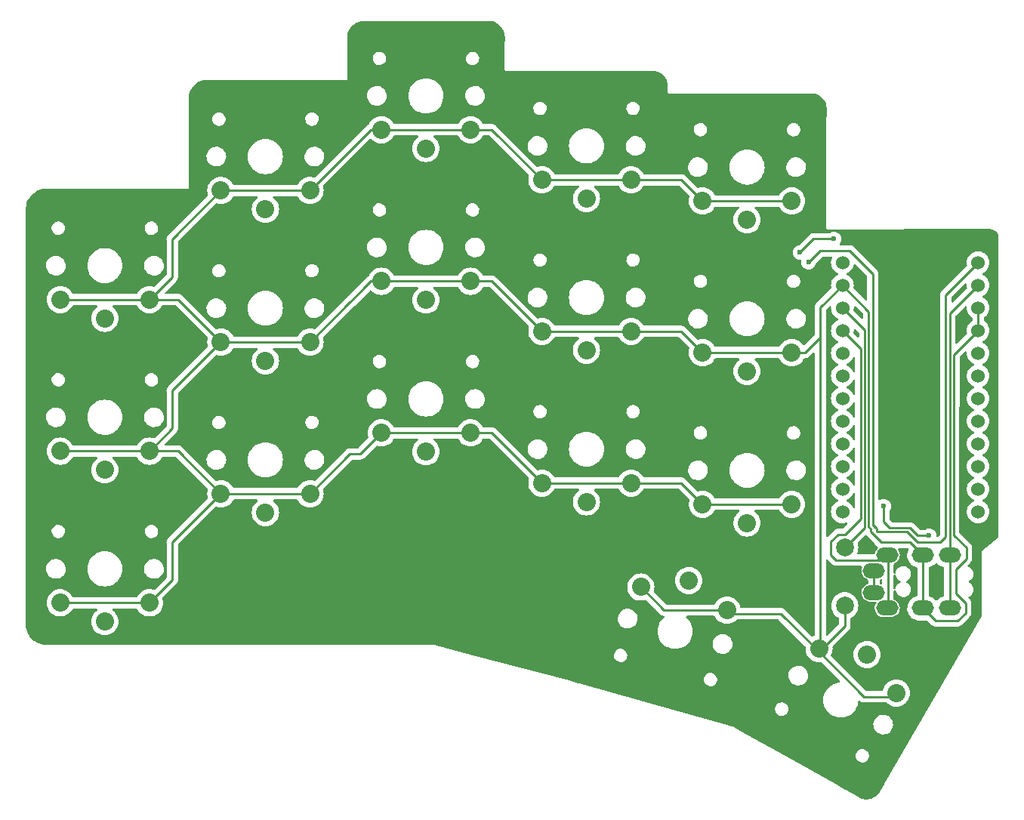
<source format=gbl>
G04 #@! TF.GenerationSoftware,KiCad,Pcbnew,7.0.7*
G04 #@! TF.CreationDate,2023-09-27T19:22:59+01:00*
G04 #@! TF.ProjectId,ferris-sweep-compact,66657272-6973-42d7-9377-6565702d636f,0.1*
G04 #@! TF.SameCoordinates,Original*
G04 #@! TF.FileFunction,Copper,L2,Bot*
G04 #@! TF.FilePolarity,Positive*
%FSLAX46Y46*%
G04 Gerber Fmt 4.6, Leading zero omitted, Abs format (unit mm)*
G04 Created by KiCad (PCBNEW 7.0.7) date 2023-09-27 19:22:59*
%MOMM*%
%LPD*%
G01*
G04 APERTURE LIST*
G04 #@! TA.AperFunction,ComponentPad*
%ADD10C,2.032000*%
G04 #@! TD*
G04 #@! TA.AperFunction,ComponentPad*
%ADD11C,1.524000*%
G04 #@! TD*
G04 #@! TA.AperFunction,ComponentPad*
%ADD12C,2.000000*%
G04 #@! TD*
G04 #@! TA.AperFunction,ComponentPad*
%ADD13O,2.500000X1.700000*%
G04 #@! TD*
G04 #@! TA.AperFunction,ViaPad*
%ADD14C,0.600000*%
G04 #@! TD*
G04 #@! TA.AperFunction,Conductor*
%ADD15C,0.250000*%
G04 #@! TD*
G04 APERTURE END LIST*
D10*
X88678600Y-87786000D03*
X83678600Y-85686000D03*
X93678600Y-85686000D03*
X106678600Y-75556000D03*
X101678600Y-73456000D03*
X111678600Y-73456000D03*
X124678600Y-68746000D03*
X119678600Y-66646000D03*
X129678600Y-66646000D03*
X142678600Y-74356000D03*
X137678600Y-72256000D03*
X147678600Y-72256000D03*
X160678600Y-76736000D03*
X155678600Y-74636000D03*
X165678600Y-74636000D03*
X88678600Y-104786000D03*
X83678600Y-102686000D03*
X93678600Y-102686000D03*
X106678600Y-92556000D03*
X101678600Y-90456000D03*
X111678600Y-90456000D03*
X124678600Y-85736000D03*
X119678600Y-83636000D03*
X129678600Y-83636000D03*
X142678600Y-91356000D03*
X137678600Y-89256000D03*
X147678600Y-89256000D03*
X160678600Y-93736000D03*
X155678600Y-91636000D03*
X165678600Y-91636000D03*
X88678600Y-121791000D03*
X83678600Y-119691000D03*
X93678600Y-119691000D03*
X106678600Y-109561000D03*
X101678600Y-107461000D03*
X111678600Y-107461000D03*
X124678600Y-102736000D03*
X119678600Y-100636000D03*
X129678600Y-100636000D03*
X142678600Y-108361000D03*
X137678600Y-106261000D03*
X147678600Y-106261000D03*
X160678600Y-110736000D03*
X155678600Y-108636000D03*
X165678600Y-108636000D03*
D11*
X186590000Y-81538000D03*
X186590000Y-84078000D03*
X186590000Y-86618000D03*
X186590000Y-89158000D03*
X186590000Y-91698000D03*
X186590000Y-94238000D03*
X186590000Y-96778000D03*
X186590000Y-99318000D03*
X186590000Y-101858000D03*
X186590000Y-104398000D03*
X186590000Y-106938000D03*
X186590000Y-109478000D03*
X171370000Y-109478000D03*
X171370000Y-106938000D03*
X171370000Y-104398000D03*
X171370000Y-101858000D03*
X171370000Y-99318000D03*
X171370000Y-96778000D03*
X171370000Y-94238000D03*
X171370000Y-91698000D03*
X171370000Y-89158000D03*
X171370000Y-86618000D03*
X171370000Y-84078000D03*
X171370000Y-81538000D03*
D12*
X171648600Y-113506000D03*
X171648600Y-120006000D03*
D13*
X174898600Y-116096000D03*
X174898600Y-118546000D03*
X183398600Y-114346000D03*
X183398600Y-120296000D03*
X180398600Y-114346000D03*
X180398600Y-120296000D03*
X176398600Y-114346000D03*
X176398600Y-120296000D03*
D10*
X154145632Y-117187038D03*
X148772483Y-117921387D03*
X158431742Y-120509577D03*
X174128600Y-125486450D03*
X168748473Y-124805103D03*
X177408727Y-129805103D03*
D14*
X175996600Y-108858000D03*
X170408600Y-78886000D03*
X181076600Y-112160000D03*
X166598600Y-80410000D03*
X167578600Y-81516000D03*
D15*
X178936590Y-111289990D02*
X179806600Y-112160000D01*
X179806600Y-112160000D02*
X181076600Y-112160000D01*
X168884600Y-78886000D02*
X170408600Y-78886000D01*
X168884600Y-78886000D02*
X168122600Y-78886000D01*
X175996600Y-110636000D02*
X176650590Y-111289990D01*
X175996600Y-108858000D02*
X175996600Y-110636000D01*
X168122600Y-78886000D02*
X166598600Y-80410000D01*
X176650590Y-111289990D02*
X178936590Y-111289990D01*
X101678600Y-90461000D02*
X96228600Y-95911000D01*
X96228600Y-100141000D02*
X93678600Y-102691000D01*
X96228600Y-95911000D02*
X96228600Y-100141000D01*
X101678600Y-73461000D02*
X96228600Y-78911000D01*
X96228600Y-78911000D02*
X96228600Y-83141000D01*
X96228600Y-83141000D02*
X93678600Y-85691000D01*
X168878600Y-106516000D02*
X168878600Y-125074976D01*
X168878600Y-86569400D02*
X168878600Y-89416000D01*
X185178600Y-120816000D02*
X184278600Y-121716000D01*
X155678600Y-108636000D02*
X165678600Y-108636000D01*
X137678600Y-106261000D02*
X147678600Y-106261000D01*
X171370000Y-84078000D02*
X168878600Y-86569400D01*
X119678600Y-100636000D02*
X129678600Y-100636000D01*
X118488600Y-66646000D02*
X119678600Y-66646000D01*
X184078600Y-118616000D02*
X185178600Y-119716000D01*
X184078600Y-115916000D02*
X184078600Y-118616000D01*
X171370000Y-84078000D02*
X174328610Y-87036610D01*
X96908600Y-85686000D02*
X101678600Y-90456000D01*
X174516600Y-111354000D02*
X174516600Y-111696000D01*
X173748473Y-130205103D02*
X177408727Y-130205103D01*
X119678600Y-83636000D02*
X129678600Y-83636000D01*
X174516600Y-111696000D02*
X175742600Y-112922000D01*
X186590000Y-89158000D02*
X183878600Y-91869400D01*
X151360673Y-120509577D02*
X158431742Y-120509577D01*
X168878600Y-89536000D02*
X168878600Y-89416000D01*
X181818600Y-121716000D02*
X180398600Y-120296000D01*
X153298600Y-89256000D02*
X155678600Y-91636000D01*
X164452947Y-120909577D02*
X168748473Y-125205103D01*
X174328610Y-111166010D02*
X174516600Y-111354000D01*
X147678600Y-89256000D02*
X153298600Y-89256000D01*
X168878600Y-89922000D02*
X168878600Y-106516000D01*
X117328600Y-102986000D02*
X119678600Y-100636000D01*
X183848610Y-97545990D02*
X183848610Y-112086010D01*
X83678600Y-119691000D02*
X93678600Y-119691000D01*
X101678600Y-107461000D02*
X96228600Y-112911000D01*
X96228600Y-117141000D02*
X93678600Y-119691000D01*
X111678600Y-73456000D02*
X118488600Y-66646000D01*
X168748473Y-125205103D02*
X173748473Y-130205103D01*
X167164600Y-91636000D02*
X168878600Y-89922000D01*
X93678600Y-85686000D02*
X96908600Y-85686000D01*
X129678600Y-66646000D02*
X132068600Y-66646000D01*
X93678600Y-102686000D02*
X96903600Y-102686000D01*
X132053600Y-100636000D02*
X137678600Y-106261000D01*
X111678600Y-90456000D02*
X118498600Y-83636000D01*
X155678600Y-74636000D02*
X165678600Y-74636000D01*
X83678600Y-102686000D02*
X93678600Y-102686000D01*
X185278600Y-113516000D02*
X185278600Y-114716000D01*
X148772483Y-117921387D02*
X151360673Y-120509577D01*
X180398600Y-120296000D02*
X180398600Y-114346000D01*
X147678600Y-106261000D02*
X153303600Y-106261000D01*
X175742600Y-112922000D02*
X178974600Y-112922000D01*
X168878600Y-89416000D02*
X168878600Y-89922000D01*
X129678600Y-100636000D02*
X132053600Y-100636000D01*
X101678600Y-90456000D02*
X111678600Y-90456000D01*
X153298600Y-72256000D02*
X155678600Y-74636000D01*
X116153600Y-102986000D02*
X111678600Y-107461000D01*
X137678600Y-72256000D02*
X147678600Y-72256000D01*
X96903600Y-102686000D02*
X101678600Y-107461000D01*
X147678600Y-72256000D02*
X153298600Y-72256000D01*
X132058600Y-83636000D02*
X137678600Y-89256000D01*
X132068600Y-66646000D02*
X137678600Y-72256000D01*
X185278600Y-114716000D02*
X184078600Y-115916000D01*
X116138600Y-68996000D02*
X111678600Y-73456000D01*
X186590000Y-86618000D02*
X186590000Y-89158000D01*
X129678600Y-83636000D02*
X132058600Y-83636000D01*
X168878600Y-125074976D02*
X168748473Y-125205103D01*
X171648600Y-122304976D02*
X168748473Y-125205103D01*
X185178600Y-119716000D02*
X185178600Y-120816000D01*
X174328610Y-87036610D02*
X174328610Y-111166010D01*
X183878600Y-91869400D02*
X183878600Y-97516000D01*
X171648600Y-120006000D02*
X171648600Y-122304976D01*
X183878600Y-97516000D02*
X183848610Y-97545990D01*
X118498600Y-83636000D02*
X119678600Y-83636000D01*
X101678600Y-107461000D02*
X111678600Y-107461000D01*
X153303600Y-106261000D02*
X155678600Y-108636000D01*
X83678600Y-85686000D02*
X93678600Y-85686000D01*
X116153600Y-102986000D02*
X117328600Y-102986000D01*
X165678600Y-91636000D02*
X167164600Y-91636000D01*
X184278600Y-121716000D02*
X181818600Y-121716000D01*
X119678600Y-66646000D02*
X129678600Y-66646000D01*
X96228600Y-112911000D02*
X96228600Y-117141000D01*
X158431742Y-120909577D02*
X164452947Y-120909577D01*
X137678600Y-89256000D02*
X147678600Y-89256000D01*
X183848610Y-112086010D02*
X185278600Y-113516000D01*
X168778600Y-125174976D02*
X168748473Y-125205103D01*
X155678600Y-91636000D02*
X165678600Y-91636000D01*
X178974600Y-112922000D02*
X180398600Y-114346000D01*
X101678600Y-73456000D02*
X111678600Y-73456000D01*
X116148600Y-85986000D02*
X111678600Y-90456000D01*
X175828600Y-114916000D02*
X170678600Y-114916000D01*
X176398600Y-114346000D02*
X175828600Y-114916000D01*
X176398600Y-114346000D02*
X176473610Y-114421010D01*
X170878600Y-112016000D02*
X171678600Y-112016000D01*
X176473610Y-120220990D02*
X176398600Y-120296000D01*
X170678600Y-114916000D02*
X170078600Y-114316000D01*
X176473610Y-114421010D02*
X176473610Y-120220990D01*
X173428590Y-110266010D02*
X173428590Y-91216590D01*
X173428590Y-91216590D02*
X171370000Y-89158000D01*
X170078600Y-114316000D02*
X170078600Y-112816000D01*
X176473610Y-114421010D02*
X176473610Y-115609295D01*
X170078600Y-112816000D02*
X170878600Y-112016000D01*
X171678600Y-112016000D02*
X173428590Y-110266010D01*
X179806600Y-112922000D02*
X180772600Y-112922000D01*
X175197010Y-111740000D02*
X178624600Y-111740000D01*
X172178600Y-80216000D02*
X174778620Y-82816020D01*
X174778620Y-82816020D02*
X174778620Y-110979610D01*
X168878600Y-80216000D02*
X172178600Y-80216000D01*
X182948590Y-112320010D02*
X182948590Y-110746010D01*
X182948590Y-85179410D02*
X186590000Y-81538000D01*
X167578600Y-81516000D02*
X168878600Y-80216000D01*
X182346600Y-112922000D02*
X182948590Y-112320010D01*
X174961805Y-111162795D02*
X174966610Y-111167600D01*
X174778620Y-110979610D02*
X175197010Y-111398000D01*
X174778620Y-110979610D02*
X174961805Y-111162795D01*
X178624600Y-111740000D02*
X179806600Y-112922000D01*
X175197010Y-111398000D02*
X175197010Y-111740000D01*
X180772600Y-112922000D02*
X182346600Y-112922000D01*
X182948590Y-110746010D02*
X182948590Y-85179410D01*
X183398600Y-114346000D02*
X183398600Y-87269400D01*
X183398600Y-87269400D02*
X186590000Y-84078000D01*
X183398600Y-114346000D02*
X183398600Y-120296000D01*
X171648600Y-113506000D02*
X173878600Y-111276000D01*
X173878600Y-111276000D02*
X173878600Y-89126600D01*
X173878600Y-89126600D02*
X171370000Y-86618000D01*
X174898600Y-118546000D02*
X174898600Y-116096000D01*
G04 #@! TA.AperFunction,NonConductor*
G36*
X131725506Y-54431766D02*
G01*
X131955611Y-54453010D01*
X131963600Y-54454269D01*
X132188271Y-54504662D01*
X132196019Y-54506932D01*
X132412366Y-54585716D01*
X132419783Y-54588971D01*
X132624234Y-54694842D01*
X132631176Y-54699023D01*
X132820360Y-54830235D01*
X132826708Y-54835272D01*
X132863648Y-54868663D01*
X132986474Y-54979689D01*
X132997502Y-54989657D01*
X133003148Y-54995462D01*
X133152738Y-55170476D01*
X133157592Y-55176954D01*
X133255347Y-55326600D01*
X133283508Y-55369710D01*
X133287495Y-55376766D01*
X133387653Y-55584074D01*
X133390703Y-55591582D01*
X133463449Y-55810017D01*
X133465510Y-55817854D01*
X133509646Y-56043810D01*
X133510685Y-56051847D01*
X133525519Y-56282189D01*
X133525633Y-56287640D01*
X133504191Y-57252444D01*
X133503100Y-57258259D01*
X133503099Y-57301567D01*
X133502689Y-57320073D01*
X133503099Y-57325451D01*
X133503099Y-59898471D01*
X133501187Y-59920339D01*
X133499476Y-59930047D01*
X133501186Y-59939745D01*
X133502350Y-59953059D01*
X133503849Y-59961559D01*
X133507307Y-59974468D01*
X133509018Y-59984170D01*
X133512535Y-59990262D01*
X133517052Y-59995645D01*
X133525582Y-60000570D01*
X133543572Y-60013167D01*
X133551118Y-60019499D01*
X133551119Y-60019499D01*
X133551120Y-60019500D01*
X133551121Y-60019500D01*
X133557723Y-60021903D01*
X133564647Y-60023124D01*
X133564647Y-60023123D01*
X133564648Y-60023124D01*
X133574346Y-60021413D01*
X133596225Y-60019500D01*
X148384720Y-60019500D01*
X149845055Y-60019500D01*
X149863227Y-60021609D01*
X149885928Y-60019718D01*
X149891161Y-60019500D01*
X149905399Y-60019500D01*
X149911059Y-60018962D01*
X150128772Y-60015862D01*
X150137425Y-60016336D01*
X150368433Y-60045032D01*
X150376928Y-60046688D01*
X150601806Y-60106852D01*
X150610002Y-60109663D01*
X150717236Y-60154905D01*
X150824466Y-60200146D01*
X150832209Y-60204060D01*
X150990872Y-60298538D01*
X151032203Y-60323149D01*
X151039343Y-60328096D01*
X151221075Y-60473530D01*
X151227465Y-60479409D01*
X151387496Y-60648437D01*
X151393010Y-60655128D01*
X151486817Y-60786462D01*
X151528302Y-60844542D01*
X151532852Y-60851941D01*
X151640834Y-61058140D01*
X151644324Y-61066095D01*
X151722948Y-61285164D01*
X151725313Y-61293523D01*
X151773095Y-61521330D01*
X151774289Y-61529935D01*
X151790421Y-61763633D01*
X151790571Y-61767970D01*
X151790572Y-61811049D01*
X151790603Y-61811240D01*
X151791066Y-62438566D01*
X151789153Y-62460531D01*
X151787475Y-62470046D01*
X151789199Y-62479820D01*
X151790376Y-62493227D01*
X151791882Y-62501727D01*
X151795319Y-62514537D01*
X151797018Y-62524171D01*
X151800545Y-62530281D01*
X151805092Y-62535692D01*
X151813556Y-62540570D01*
X151831630Y-62553215D01*
X151839120Y-62559500D01*
X151839123Y-62559500D01*
X151845749Y-62561912D01*
X151852703Y-62563132D01*
X151852706Y-62563134D01*
X151862328Y-62561430D01*
X151884299Y-62559500D01*
X166799720Y-62559500D01*
X167801101Y-62559500D01*
X167811091Y-62560873D01*
X167821768Y-62560436D01*
X167821770Y-62560438D01*
X167844031Y-62559528D01*
X167848527Y-62559508D01*
X168080738Y-62566747D01*
X168098744Y-62568610D01*
X168320792Y-62607901D01*
X168338356Y-62612333D01*
X168552454Y-62683068D01*
X168569209Y-62689975D01*
X168770944Y-62790695D01*
X168786527Y-62799931D01*
X168928665Y-62898646D01*
X168971725Y-62928551D01*
X168985829Y-62939933D01*
X169150657Y-63093792D01*
X169162982Y-63107080D01*
X169304031Y-63282994D01*
X169314322Y-63297913D01*
X169428673Y-63492242D01*
X169436717Y-63508483D01*
X169522004Y-63717206D01*
X169527635Y-63734433D01*
X169582094Y-63953228D01*
X169585196Y-63971085D01*
X169608170Y-64200115D01*
X169608475Y-64207525D01*
X169571970Y-66269515D01*
X169571100Y-66274216D01*
X169571100Y-66318720D01*
X169570753Y-66338284D01*
X169571100Y-66342690D01*
X169571100Y-77678380D01*
X169569219Y-77700069D01*
X169567454Y-77710165D01*
X169569153Y-77719713D01*
X169570311Y-77732839D01*
X169571810Y-77741342D01*
X169575326Y-77754425D01*
X169577078Y-77764273D01*
X169580574Y-77770309D01*
X169585051Y-77775644D01*
X169585052Y-77775645D01*
X169593709Y-77780643D01*
X169611561Y-77793123D01*
X169619232Y-77799541D01*
X169619233Y-77799540D01*
X169625776Y-77801911D01*
X169632645Y-77803122D01*
X169632648Y-77803124D01*
X169642495Y-77801387D01*
X169664178Y-77799473D01*
X186714863Y-77774100D01*
X187802571Y-77791518D01*
X187824430Y-77794171D01*
X187825886Y-77794041D01*
X187825889Y-77794043D01*
X187843105Y-77792512D01*
X187849669Y-77792273D01*
X187855741Y-77792371D01*
X187855742Y-77792370D01*
X187862442Y-77792478D01*
X187868951Y-77791978D01*
X188017858Y-77792836D01*
X188041490Y-77795211D01*
X188148945Y-77816388D01*
X188194152Y-77825297D01*
X188216922Y-77832066D01*
X188361236Y-77890275D01*
X188382333Y-77901200D01*
X188513145Y-77985456D01*
X188531812Y-78000143D01*
X188644489Y-78107459D01*
X188660071Y-78125393D01*
X188750598Y-78251947D01*
X188762536Y-78272484D01*
X188827704Y-78413787D01*
X188835575Y-78436201D01*
X188850611Y-78496777D01*
X188868522Y-78568935D01*
X188871389Y-78580483D01*
X188875100Y-78610838D01*
X188875100Y-112325188D01*
X188855098Y-112393309D01*
X188829106Y-112422528D01*
X187083952Y-113856900D01*
X187066565Y-113868898D01*
X187056473Y-113874677D01*
X187050545Y-113881692D01*
X187041666Y-113890451D01*
X187035987Y-113897080D01*
X187027794Y-113908613D01*
X187020995Y-113916658D01*
X187018661Y-113923001D01*
X187017420Y-113929643D01*
X187019144Y-113940037D01*
X187020840Y-113961088D01*
X186995688Y-121154637D01*
X186978642Y-121217483D01*
X176083019Y-139975145D01*
X176082743Y-139975475D01*
X176058482Y-140017387D01*
X176046360Y-140038256D01*
X176046178Y-140038645D01*
X175548314Y-140898813D01*
X175545321Y-140903495D01*
X175413024Y-141091630D01*
X175407578Y-141098345D01*
X175251742Y-141265603D01*
X175245428Y-141271510D01*
X175068179Y-141415889D01*
X175061117Y-141420877D01*
X175001362Y-141457215D01*
X174865793Y-141539658D01*
X174858123Y-141543629D01*
X174648388Y-141634583D01*
X174640239Y-141637471D01*
X174420037Y-141698888D01*
X174411569Y-141700635D01*
X174185040Y-141731361D01*
X174176413Y-141731933D01*
X173947805Y-141731391D01*
X173939181Y-141730778D01*
X173712799Y-141698979D01*
X173704340Y-141697192D01*
X173484434Y-141634734D01*
X173476298Y-141631807D01*
X173374792Y-141587215D01*
X173266580Y-141539677D01*
X173260578Y-141536648D01*
X171758717Y-140674924D01*
X171756499Y-140673091D01*
X171733767Y-140660361D01*
X171715863Y-140650335D01*
X171704628Y-140643889D01*
X171697312Y-140639691D01*
X171694834Y-140638559D01*
X170721764Y-140093640D01*
X164995563Y-136886967D01*
X172849646Y-136886967D01*
X172879921Y-137058661D01*
X172879922Y-137058663D01*
X172948972Y-137218742D01*
X172948974Y-137218746D01*
X173053084Y-137358589D01*
X173186637Y-137470655D01*
X173186639Y-137470656D01*
X173342438Y-137548901D01*
X173512082Y-137589107D01*
X173512084Y-137589107D01*
X173642692Y-137589107D01*
X173676370Y-137585170D01*
X173772417Y-137573944D01*
X173936246Y-137514315D01*
X174081907Y-137418512D01*
X174201549Y-137291700D01*
X174288720Y-137140714D01*
X174338722Y-136973695D01*
X174348860Y-136799647D01*
X174318585Y-136627953D01*
X174249532Y-136467869D01*
X174145421Y-136328024D01*
X174145421Y-136328023D01*
X174011868Y-136215958D01*
X173933622Y-136176662D01*
X173856068Y-136137713D01*
X173686424Y-136097507D01*
X173555817Y-136097507D01*
X173555814Y-136097507D01*
X173426088Y-136112670D01*
X173262259Y-136172299D01*
X173262256Y-136172300D01*
X173116599Y-136268101D01*
X172996956Y-136394914D01*
X172909788Y-136545894D01*
X172909786Y-136545900D01*
X172859784Y-136712919D01*
X172849646Y-136886967D01*
X164995563Y-136886967D01*
X160639192Y-134447399D01*
X159056805Y-133561262D01*
X159044657Y-133550139D01*
X159043525Y-133551716D01*
X159025484Y-133538752D01*
X159025483Y-133538751D01*
X159025482Y-133538751D01*
X159022058Y-133537789D01*
X159014485Y-133534660D01*
X159014278Y-133535254D01*
X159003875Y-133531622D01*
X158998437Y-133530736D01*
X158991518Y-133529205D01*
X158152382Y-133293353D01*
X174836582Y-133293353D01*
X174846590Y-133503448D01*
X174846592Y-133503461D01*
X174896180Y-133707865D01*
X174896182Y-133707871D01*
X174983561Y-133899205D01*
X175105571Y-134070544D01*
X175257803Y-134215697D01*
X175257805Y-134215698D01*
X175257807Y-134215700D01*
X175352836Y-134276771D01*
X175434754Y-134329416D01*
X175630028Y-134407593D01*
X175836569Y-134447400D01*
X175836573Y-134447400D01*
X175994206Y-134447400D01*
X175994208Y-134447400D01*
X176151129Y-134432416D01*
X176352951Y-134373156D01*
X176539910Y-134276771D01*
X176705250Y-134146747D01*
X176842995Y-133987781D01*
X176948166Y-133805619D01*
X177016962Y-133606846D01*
X177046897Y-133398645D01*
X177041881Y-133293353D01*
X177036889Y-133188551D01*
X177036888Y-133188546D01*
X177036888Y-133188541D01*
X176987298Y-132984129D01*
X176899919Y-132792795D01*
X176777909Y-132621456D01*
X176625677Y-132476303D01*
X176625674Y-132476301D01*
X176625672Y-132476299D01*
X176448728Y-132362585D01*
X176427144Y-132353944D01*
X176339473Y-132318845D01*
X176253456Y-132284408D01*
X176253452Y-132284407D01*
X176212143Y-132276445D01*
X176046915Y-132244600D01*
X176046911Y-132244600D01*
X175889272Y-132244600D01*
X175889270Y-132244600D01*
X175889252Y-132244601D01*
X175732361Y-132259582D01*
X175732346Y-132259585D01*
X175530534Y-132318842D01*
X175530527Y-132318845D01*
X175343572Y-132415227D01*
X175178229Y-132545253D01*
X175040485Y-132704219D01*
X175040484Y-132704220D01*
X175040483Y-132704220D01*
X174935314Y-132886380D01*
X174935311Y-132886385D01*
X174866520Y-133085146D01*
X174866516Y-133085161D01*
X174836582Y-133293353D01*
X158152382Y-133293353D01*
X152365872Y-131666967D01*
X163808340Y-131666967D01*
X163838615Y-131838661D01*
X163838616Y-131838663D01*
X163907666Y-131998742D01*
X163907668Y-131998746D01*
X164011778Y-132138589D01*
X164145331Y-132250655D01*
X164145333Y-132250656D01*
X164301132Y-132328901D01*
X164470776Y-132369107D01*
X164470778Y-132369107D01*
X164601386Y-132369107D01*
X164635064Y-132365170D01*
X164731111Y-132353944D01*
X164894940Y-132294315D01*
X165040601Y-132198512D01*
X165160243Y-132071700D01*
X165247414Y-131920714D01*
X165297416Y-131753695D01*
X165307554Y-131579647D01*
X165277279Y-131407953D01*
X165208226Y-131247869D01*
X165104115Y-131108024D01*
X164970562Y-130995958D01*
X164892317Y-130956662D01*
X164814762Y-130917713D01*
X164645118Y-130877507D01*
X164514511Y-130877507D01*
X164514508Y-130877507D01*
X164384782Y-130892670D01*
X164220953Y-130952299D01*
X164220950Y-130952300D01*
X164075293Y-131048101D01*
X163955650Y-131174914D01*
X163868482Y-131325894D01*
X163868480Y-131325900D01*
X163818478Y-131492919D01*
X163808340Y-131666967D01*
X152365872Y-131666967D01*
X141875557Y-128718505D01*
X141871768Y-128716717D01*
X141828090Y-128705163D01*
X141808717Y-128699719D01*
X141804869Y-128699023D01*
X140438245Y-128337584D01*
X155824086Y-128337584D01*
X155854361Y-128509278D01*
X155854362Y-128509280D01*
X155923412Y-128669359D01*
X155923414Y-128669363D01*
X156027524Y-128809206D01*
X156161077Y-128921272D01*
X156161079Y-128921273D01*
X156316878Y-128999518D01*
X156486522Y-129039724D01*
X156486524Y-129039724D01*
X156617132Y-129039724D01*
X156650810Y-129035787D01*
X156746857Y-129024561D01*
X156910686Y-128964932D01*
X157056347Y-128869129D01*
X157175989Y-128742317D01*
X157263160Y-128591331D01*
X157313162Y-128424312D01*
X157323300Y-128250264D01*
X157293025Y-128078570D01*
X157223972Y-127918486D01*
X157130814Y-127793353D01*
X165310302Y-127793353D01*
X165320310Y-128003448D01*
X165320312Y-128003461D01*
X165369900Y-128207865D01*
X165369902Y-128207871D01*
X165457281Y-128399205D01*
X165579291Y-128570544D01*
X165731523Y-128715697D01*
X165731525Y-128715698D01*
X165731527Y-128715700D01*
X165826556Y-128776771D01*
X165908474Y-128829416D01*
X166103748Y-128907593D01*
X166310289Y-128947400D01*
X166310293Y-128947400D01*
X166467926Y-128947400D01*
X166467928Y-128947400D01*
X166624849Y-128932416D01*
X166826671Y-128873156D01*
X167013630Y-128776771D01*
X167178970Y-128646747D01*
X167316715Y-128487781D01*
X167421886Y-128305619D01*
X167490682Y-128106846D01*
X167520617Y-127898645D01*
X167512046Y-127718718D01*
X167510609Y-127688551D01*
X167510608Y-127688546D01*
X167510608Y-127688541D01*
X167461018Y-127484129D01*
X167373639Y-127292795D01*
X167251629Y-127121456D01*
X167099397Y-126976303D01*
X167099394Y-126976301D01*
X167099392Y-126976299D01*
X166922448Y-126862585D01*
X166727176Y-126784408D01*
X166727172Y-126784407D01*
X166685863Y-126776445D01*
X166520635Y-126744600D01*
X166520631Y-126744600D01*
X166362992Y-126744600D01*
X166362990Y-126744600D01*
X166362972Y-126744601D01*
X166206081Y-126759582D01*
X166206066Y-126759585D01*
X166004254Y-126818842D01*
X166004247Y-126818845D01*
X165817292Y-126915227D01*
X165651949Y-127045253D01*
X165514205Y-127204219D01*
X165514204Y-127204220D01*
X165514203Y-127204220D01*
X165409034Y-127386380D01*
X165409031Y-127386385D01*
X165340240Y-127585146D01*
X165340236Y-127585161D01*
X165310302Y-127793353D01*
X157130814Y-127793353D01*
X157119861Y-127778641D01*
X157119860Y-127778640D01*
X156986308Y-127666575D01*
X156908063Y-127627279D01*
X156830508Y-127588330D01*
X156660864Y-127548124D01*
X156530257Y-127548124D01*
X156530254Y-127548124D01*
X156400528Y-127563287D01*
X156236699Y-127622916D01*
X156236696Y-127622917D01*
X156091039Y-127718718D01*
X155971396Y-127845531D01*
X155884228Y-127996511D01*
X155884226Y-127996517D01*
X155834224Y-128163537D01*
X155827680Y-128275889D01*
X155824086Y-128337584D01*
X140438245Y-128337584D01*
X130221539Y-125635513D01*
X145739820Y-125635513D01*
X145770095Y-125807207D01*
X145770096Y-125807209D01*
X145839146Y-125967288D01*
X145839148Y-125967292D01*
X145943258Y-126107135D01*
X146076811Y-126219201D01*
X146076813Y-126219202D01*
X146232612Y-126297447D01*
X146402256Y-126337653D01*
X146402258Y-126337653D01*
X146532866Y-126337653D01*
X146566544Y-126333716D01*
X146662591Y-126322490D01*
X146826420Y-126262861D01*
X146972081Y-126167058D01*
X147091723Y-126040246D01*
X147178894Y-125889260D01*
X147228896Y-125722241D01*
X147239034Y-125548193D01*
X147208759Y-125376499D01*
X147139706Y-125216415D01*
X147035595Y-125076570D01*
X146997166Y-125044324D01*
X146902042Y-124964504D01*
X146823796Y-124925208D01*
X146746242Y-124886259D01*
X146576598Y-124846053D01*
X146445991Y-124846053D01*
X146445988Y-124846053D01*
X146316262Y-124861216D01*
X146152433Y-124920845D01*
X146152430Y-124920846D01*
X146006773Y-125016647D01*
X145887130Y-125143460D01*
X145799962Y-125294440D01*
X145799960Y-125294446D01*
X145749958Y-125461466D01*
X145741064Y-125614163D01*
X145739820Y-125635513D01*
X130221539Y-125635513D01*
X125640484Y-124423935D01*
X125626339Y-124416595D01*
X125625999Y-124417529D01*
X125605126Y-124409917D01*
X125605124Y-124409916D01*
X125605122Y-124409916D01*
X125597401Y-124409911D01*
X125592153Y-124409689D01*
X125584033Y-124409005D01*
X125577057Y-124409638D01*
X125571325Y-124409896D01*
X83746222Y-124384501D01*
X82189844Y-124383356D01*
X82178652Y-124381840D01*
X82147745Y-124383256D01*
X82144840Y-124383322D01*
X82142354Y-124383321D01*
X82139667Y-124383319D01*
X82006216Y-124380969D01*
X81864885Y-124378481D01*
X81856914Y-124377834D01*
X81584106Y-124338137D01*
X81576283Y-124336486D01*
X81310698Y-124262587D01*
X81303152Y-124259961D01*
X81049054Y-124153045D01*
X81041898Y-124149485D01*
X80953111Y-124098037D01*
X80803367Y-124011267D01*
X80796716Y-124006827D01*
X80715027Y-123944460D01*
X80577603Y-123839542D01*
X80571573Y-123834301D01*
X80402836Y-123667724D01*
X80375389Y-123640628D01*
X80370066Y-123634661D01*
X80217288Y-123439808D01*
X80199967Y-123417718D01*
X80195443Y-123411126D01*
X80186246Y-123395716D01*
X80054170Y-123174404D01*
X80050518Y-123167297D01*
X79940333Y-122914589D01*
X79937612Y-122907083D01*
X79860294Y-122642468D01*
X79858543Y-122634667D01*
X79850500Y-122583986D01*
X79815334Y-122362392D01*
X79814586Y-122354457D01*
X79806188Y-122079102D01*
X79806164Y-122077202D01*
X79806132Y-122074610D01*
X79806160Y-122071799D01*
X79806867Y-122050370D01*
X79806866Y-122050369D01*
X79807191Y-122040518D01*
X79805576Y-122029597D01*
X79780700Y-120014527D01*
X79780700Y-119691000D01*
X82149386Y-119691000D01*
X82162144Y-119853113D01*
X82168213Y-119930221D01*
X82224230Y-120163551D01*
X82306056Y-120361096D01*
X82316060Y-120385249D01*
X82441440Y-120589849D01*
X82597282Y-120772318D01*
X82779751Y-120928160D01*
X82984351Y-121053540D01*
X83206047Y-121145369D01*
X83439378Y-121201387D01*
X83678600Y-121220214D01*
X83917822Y-121201387D01*
X84151153Y-121145369D01*
X84372849Y-121053540D01*
X84577449Y-120928160D01*
X84759918Y-120772318D01*
X84915760Y-120589849D01*
X85041140Y-120385249D01*
X85041141Y-120385244D01*
X85041497Y-120384665D01*
X85094145Y-120337034D01*
X85148930Y-120324500D01*
X87707622Y-120324500D01*
X87775743Y-120344502D01*
X87822236Y-120398158D01*
X87832340Y-120468432D01*
X87802846Y-120533012D01*
X87781689Y-120552432D01*
X87779755Y-120553837D01*
X87779752Y-120553838D01*
X87779751Y-120553840D01*
X87653406Y-120661748D01*
X87597282Y-120709682D01*
X87441439Y-120892152D01*
X87316059Y-121096752D01*
X87224230Y-121318448D01*
X87177009Y-121515140D01*
X87168213Y-121551778D01*
X87149386Y-121791000D01*
X87168213Y-122030222D01*
X87178189Y-122071775D01*
X87224230Y-122263551D01*
X87315179Y-122483121D01*
X87316060Y-122485249D01*
X87441440Y-122689849D01*
X87597282Y-122872318D01*
X87779751Y-123028160D01*
X87984351Y-123153540D01*
X88206047Y-123245369D01*
X88439378Y-123301387D01*
X88678600Y-123320214D01*
X88917822Y-123301387D01*
X89151153Y-123245369D01*
X89372849Y-123153540D01*
X89577449Y-123028160D01*
X89759918Y-122872318D01*
X89915760Y-122689849D01*
X90041140Y-122485249D01*
X90132969Y-122263553D01*
X90188987Y-122030222D01*
X90207814Y-121791000D01*
X90188987Y-121551778D01*
X90154913Y-121409848D01*
X146200850Y-121409848D01*
X146210858Y-121619943D01*
X146210860Y-121619956D01*
X146260448Y-121824360D01*
X146260450Y-121824366D01*
X146347829Y-122015700D01*
X146469839Y-122187039D01*
X146622071Y-122332192D01*
X146622073Y-122332193D01*
X146622075Y-122332195D01*
X146704253Y-122385007D01*
X146799022Y-122445911D01*
X146994296Y-122524088D01*
X147200837Y-122563895D01*
X147200841Y-122563895D01*
X147358474Y-122563895D01*
X147358476Y-122563895D01*
X147515397Y-122548911D01*
X147717219Y-122489651D01*
X147904178Y-122393266D01*
X148069518Y-122263242D01*
X148207263Y-122104276D01*
X148312434Y-121922114D01*
X148381230Y-121723341D01*
X148405897Y-121551778D01*
X148411165Y-121515141D01*
X148401157Y-121305046D01*
X148401156Y-121305041D01*
X148401156Y-121305036D01*
X148351566Y-121100624D01*
X148264187Y-120909290D01*
X148142177Y-120737951D01*
X147989945Y-120592798D01*
X147989942Y-120592796D01*
X147989940Y-120592794D01*
X147812996Y-120479080D01*
X147617724Y-120400903D01*
X147617720Y-120400902D01*
X147576411Y-120392940D01*
X147411183Y-120361095D01*
X147411179Y-120361095D01*
X147253540Y-120361095D01*
X147253538Y-120361095D01*
X147253520Y-120361096D01*
X147096629Y-120376077D01*
X147096614Y-120376080D01*
X146894802Y-120435337D01*
X146894795Y-120435340D01*
X146707840Y-120531722D01*
X146542497Y-120661748D01*
X146446689Y-120772317D01*
X146404753Y-120820714D01*
X146404752Y-120820715D01*
X146404751Y-120820715D01*
X146299582Y-121002875D01*
X146299579Y-121002880D01*
X146230788Y-121201641D01*
X146230784Y-121201656D01*
X146200850Y-121409848D01*
X90154913Y-121409848D01*
X90132969Y-121318447D01*
X90041140Y-121096751D01*
X89915760Y-120892151D01*
X89759918Y-120709682D01*
X89577449Y-120553840D01*
X89577443Y-120553836D01*
X89575511Y-120552432D01*
X89574954Y-120551710D01*
X89573685Y-120550626D01*
X89573912Y-120550359D01*
X89532161Y-120496207D01*
X89526089Y-120425471D01*
X89559224Y-120362681D01*
X89621046Y-120327773D01*
X89649578Y-120324500D01*
X92208270Y-120324500D01*
X92276391Y-120344502D01*
X92315703Y-120384665D01*
X92316058Y-120385244D01*
X92316060Y-120385249D01*
X92441440Y-120589849D01*
X92597282Y-120772318D01*
X92779751Y-120928160D01*
X92984351Y-121053540D01*
X93206047Y-121145369D01*
X93439378Y-121201387D01*
X93678600Y-121220214D01*
X93917822Y-121201387D01*
X94151153Y-121145369D01*
X94372849Y-121053540D01*
X94577449Y-120928160D01*
X94759918Y-120772318D01*
X94915760Y-120589849D01*
X95041140Y-120385249D01*
X95132969Y-120163553D01*
X95188987Y-119930222D01*
X95207814Y-119691000D01*
X95188987Y-119451778D01*
X95132969Y-119218447D01*
X95132967Y-119218443D01*
X95132808Y-119217779D01*
X95136355Y-119146871D01*
X95166230Y-119099272D01*
X96617257Y-117648245D01*
X96629692Y-117638284D01*
X96629505Y-117638057D01*
X96635609Y-117633005D01*
X96635618Y-117633000D01*
X96683599Y-117581904D01*
X96704735Y-117560769D01*
X96709037Y-117555221D01*
X96712867Y-117550735D01*
X96745186Y-117516321D01*
X96754945Y-117498567D01*
X96765804Y-117482038D01*
X96778214Y-117466040D01*
X96796954Y-117422732D01*
X96799565Y-117417404D01*
X96822295Y-117376060D01*
X96827333Y-117356435D01*
X96833738Y-117337730D01*
X96840626Y-117321813D01*
X96841781Y-117319145D01*
X96849161Y-117272548D01*
X96850362Y-117266740D01*
X96862100Y-117221030D01*
X96862099Y-117200773D01*
X96863652Y-117181055D01*
X96865788Y-117167572D01*
X96866820Y-117161057D01*
X96865256Y-117144514D01*
X96862380Y-117114080D01*
X96862100Y-117108148D01*
X96862100Y-113225594D01*
X96882102Y-113157473D01*
X96899005Y-113136499D01*
X98971853Y-111063651D01*
X101086873Y-108948630D01*
X101149183Y-108914606D01*
X101205380Y-108915208D01*
X101206042Y-108915366D01*
X101206047Y-108915369D01*
X101439378Y-108971387D01*
X101678600Y-108990214D01*
X101917822Y-108971387D01*
X102151153Y-108915369D01*
X102372849Y-108823540D01*
X102577449Y-108698160D01*
X102759918Y-108542318D01*
X102915760Y-108359849D01*
X103041140Y-108155249D01*
X103041141Y-108155244D01*
X103041497Y-108154665D01*
X103094145Y-108107034D01*
X103148930Y-108094500D01*
X105707622Y-108094500D01*
X105775743Y-108114502D01*
X105822236Y-108168158D01*
X105832340Y-108238432D01*
X105802846Y-108303012D01*
X105781689Y-108322432D01*
X105779755Y-108323837D01*
X105779752Y-108323838D01*
X105779751Y-108323840D01*
X105721592Y-108373512D01*
X105597282Y-108479682D01*
X105441439Y-108662152D01*
X105316059Y-108866752D01*
X105224230Y-109088448D01*
X105183081Y-109259847D01*
X105168213Y-109321778D01*
X105149386Y-109561000D01*
X105168213Y-109800222D01*
X105177079Y-109837151D01*
X105224230Y-110033551D01*
X105224231Y-110033553D01*
X105316060Y-110255249D01*
X105441440Y-110459849D01*
X105597282Y-110642318D01*
X105779751Y-110798160D01*
X105984351Y-110923540D01*
X106206047Y-111015369D01*
X106439378Y-111071387D01*
X106678600Y-111090214D01*
X106917822Y-111071387D01*
X107151153Y-111015369D01*
X107372849Y-110923540D01*
X107577449Y-110798160D01*
X107759918Y-110642318D01*
X107915760Y-110459849D01*
X108041140Y-110255249D01*
X108132969Y-110033553D01*
X108188987Y-109800222D01*
X108207814Y-109561000D01*
X108188987Y-109321778D01*
X108132969Y-109088447D01*
X108041140Y-108866751D01*
X107915760Y-108662151D01*
X107759918Y-108479682D01*
X107577449Y-108323840D01*
X107577443Y-108323836D01*
X107575511Y-108322432D01*
X107574954Y-108321710D01*
X107573685Y-108320626D01*
X107573912Y-108320359D01*
X107532161Y-108266207D01*
X107526089Y-108195471D01*
X107559224Y-108132681D01*
X107621046Y-108097773D01*
X107649578Y-108094500D01*
X110208270Y-108094500D01*
X110276391Y-108114502D01*
X110315703Y-108154665D01*
X110316058Y-108155244D01*
X110316060Y-108155249D01*
X110441440Y-108359849D01*
X110597282Y-108542318D01*
X110779751Y-108698160D01*
X110984351Y-108823540D01*
X111206047Y-108915369D01*
X111439378Y-108971387D01*
X111678600Y-108990214D01*
X111917822Y-108971387D01*
X112151153Y-108915369D01*
X112372849Y-108823540D01*
X112577449Y-108698160D01*
X112759918Y-108542318D01*
X112915760Y-108359849D01*
X113041140Y-108155249D01*
X113132969Y-107933553D01*
X113188987Y-107700222D01*
X113207814Y-107461000D01*
X113188987Y-107221778D01*
X113132969Y-106988447D01*
X113132967Y-106988443D01*
X113132808Y-106987779D01*
X113136355Y-106916871D01*
X113166230Y-106869272D01*
X116379098Y-103656405D01*
X116441411Y-103622379D01*
X116468194Y-103619500D01*
X117244747Y-103619500D01*
X117260588Y-103621249D01*
X117260616Y-103620956D01*
X117268502Y-103621700D01*
X117268509Y-103621702D01*
X117338558Y-103619500D01*
X117368456Y-103619500D01*
X117375418Y-103618619D01*
X117381319Y-103618154D01*
X117428489Y-103616673D01*
X117447947Y-103611019D01*
X117467294Y-103607013D01*
X117487397Y-103604474D01*
X117531279Y-103587099D01*
X117536874Y-103585183D01*
X117565416Y-103576891D01*
X117582191Y-103572019D01*
X117582195Y-103572017D01*
X117599626Y-103561708D01*
X117617380Y-103553009D01*
X117636217Y-103545552D01*
X117674386Y-103517818D01*
X117679344Y-103514562D01*
X117719962Y-103490542D01*
X117734285Y-103476218D01*
X117749324Y-103463374D01*
X117765707Y-103451472D01*
X117795793Y-103415103D01*
X117799761Y-103410741D01*
X119086873Y-102123630D01*
X119149183Y-102089606D01*
X119205380Y-102090208D01*
X119206042Y-102090366D01*
X119206047Y-102090369D01*
X119439378Y-102146387D01*
X119678600Y-102165214D01*
X119917822Y-102146387D01*
X120151153Y-102090369D01*
X120372849Y-101998540D01*
X120577449Y-101873160D01*
X120759918Y-101717318D01*
X120915760Y-101534849D01*
X121041140Y-101330249D01*
X121041141Y-101330244D01*
X121041497Y-101329665D01*
X121094145Y-101282034D01*
X121148930Y-101269500D01*
X123707622Y-101269500D01*
X123775743Y-101289502D01*
X123822236Y-101343158D01*
X123832340Y-101413432D01*
X123802846Y-101478012D01*
X123781689Y-101497432D01*
X123779755Y-101498837D01*
X123779752Y-101498838D01*
X123779751Y-101498840D01*
X123742999Y-101530229D01*
X123597282Y-101654682D01*
X123441439Y-101837152D01*
X123316059Y-102041752D01*
X123224230Y-102263448D01*
X123171891Y-102481458D01*
X123168213Y-102496778D01*
X123149386Y-102736000D01*
X123157777Y-102842625D01*
X123168213Y-102975221D01*
X123224230Y-103208551D01*
X123312236Y-103421016D01*
X123316060Y-103430249D01*
X123441440Y-103634849D01*
X123597282Y-103817318D01*
X123779751Y-103973160D01*
X123984351Y-104098540D01*
X124206047Y-104190369D01*
X124439378Y-104246387D01*
X124678600Y-104265214D01*
X124917822Y-104246387D01*
X125151153Y-104190369D01*
X125372849Y-104098540D01*
X125577449Y-103973160D01*
X125759918Y-103817318D01*
X125915760Y-103634849D01*
X126041140Y-103430249D01*
X126132969Y-103208553D01*
X126188987Y-102975222D01*
X126207814Y-102736000D01*
X126188987Y-102496778D01*
X126132969Y-102263447D01*
X126041140Y-102041751D01*
X125915760Y-101837151D01*
X125759918Y-101654682D01*
X125577449Y-101498840D01*
X125577443Y-101498836D01*
X125575511Y-101497432D01*
X125574954Y-101496710D01*
X125573685Y-101495626D01*
X125573912Y-101495359D01*
X125532161Y-101441207D01*
X125526089Y-101370471D01*
X125559224Y-101307681D01*
X125621046Y-101272773D01*
X125649578Y-101269500D01*
X128208270Y-101269500D01*
X128276391Y-101289502D01*
X128315703Y-101329665D01*
X128316058Y-101330244D01*
X128316060Y-101330249D01*
X128441440Y-101534849D01*
X128597282Y-101717318D01*
X128779751Y-101873160D01*
X128984351Y-101998540D01*
X129206047Y-102090369D01*
X129439378Y-102146387D01*
X129678600Y-102165214D01*
X129917822Y-102146387D01*
X130151153Y-102090369D01*
X130372849Y-101998540D01*
X130577449Y-101873160D01*
X130759918Y-101717318D01*
X130915760Y-101534849D01*
X131041140Y-101330249D01*
X131041141Y-101330244D01*
X131041497Y-101329665D01*
X131094145Y-101282034D01*
X131148930Y-101269500D01*
X131739006Y-101269500D01*
X131807127Y-101289502D01*
X131828101Y-101306405D01*
X136190967Y-105669271D01*
X136224993Y-105731583D01*
X136224391Y-105787780D01*
X136168213Y-106021778D01*
X136152311Y-106223840D01*
X136149386Y-106261000D01*
X136168213Y-106500222D01*
X136171696Y-106514730D01*
X136224230Y-106733551D01*
X136306184Y-106931405D01*
X136316060Y-106955249D01*
X136441440Y-107159849D01*
X136597282Y-107342318D01*
X136779751Y-107498160D01*
X136984351Y-107623540D01*
X137206047Y-107715369D01*
X137439378Y-107771387D01*
X137678600Y-107790214D01*
X137917822Y-107771387D01*
X138151153Y-107715369D01*
X138372849Y-107623540D01*
X138577449Y-107498160D01*
X138759918Y-107342318D01*
X138915760Y-107159849D01*
X139041140Y-106955249D01*
X139041141Y-106955244D01*
X139041497Y-106954665D01*
X139094145Y-106907034D01*
X139148930Y-106894500D01*
X141707622Y-106894500D01*
X141775743Y-106914502D01*
X141822236Y-106968158D01*
X141832340Y-107038432D01*
X141802846Y-107103012D01*
X141781689Y-107122432D01*
X141779755Y-107123837D01*
X141779752Y-107123838D01*
X141779751Y-107123840D01*
X141604568Y-107273459D01*
X141597282Y-107279682D01*
X141441439Y-107462152D01*
X141316059Y-107666752D01*
X141224230Y-107888448D01*
X141168213Y-108121778D01*
X141152311Y-108323840D01*
X141149386Y-108361000D01*
X141160718Y-108504981D01*
X141168213Y-108600221D01*
X141224230Y-108833551D01*
X141304619Y-109027627D01*
X141316060Y-109055249D01*
X141441440Y-109259849D01*
X141597282Y-109442318D01*
X141779751Y-109598160D01*
X141984351Y-109723540D01*
X142206047Y-109815369D01*
X142439378Y-109871387D01*
X142678600Y-109890214D01*
X142917822Y-109871387D01*
X143151153Y-109815369D01*
X143372849Y-109723540D01*
X143577449Y-109598160D01*
X143759918Y-109442318D01*
X143915760Y-109259849D01*
X144041140Y-109055249D01*
X144132969Y-108833553D01*
X144188987Y-108600222D01*
X144207814Y-108361000D01*
X144188987Y-108121778D01*
X144132969Y-107888447D01*
X144041140Y-107666751D01*
X143915760Y-107462151D01*
X143759918Y-107279682D01*
X143577449Y-107123840D01*
X143577443Y-107123836D01*
X143575511Y-107122432D01*
X143574954Y-107121710D01*
X143573685Y-107120626D01*
X143573912Y-107120359D01*
X143532161Y-107066207D01*
X143526089Y-106995471D01*
X143559224Y-106932681D01*
X143621046Y-106897773D01*
X143649578Y-106894500D01*
X146208270Y-106894500D01*
X146276391Y-106914502D01*
X146315703Y-106954665D01*
X146316058Y-106955244D01*
X146316060Y-106955249D01*
X146441440Y-107159849D01*
X146597282Y-107342318D01*
X146779751Y-107498160D01*
X146984351Y-107623540D01*
X147206047Y-107715369D01*
X147439378Y-107771387D01*
X147678600Y-107790214D01*
X147917822Y-107771387D01*
X148151153Y-107715369D01*
X148372849Y-107623540D01*
X148577449Y-107498160D01*
X148759918Y-107342318D01*
X148915760Y-107159849D01*
X149041140Y-106955249D01*
X149041141Y-106955244D01*
X149041497Y-106954665D01*
X149094145Y-106907034D01*
X149148930Y-106894500D01*
X152989006Y-106894500D01*
X153057127Y-106914502D01*
X153078101Y-106931405D01*
X154190967Y-108044271D01*
X154224993Y-108106583D01*
X154224391Y-108162780D01*
X154186235Y-108321710D01*
X154168213Y-108396778D01*
X154149386Y-108636000D01*
X154168213Y-108875222D01*
X154185837Y-108948632D01*
X154224230Y-109108551D01*
X154286900Y-109259849D01*
X154316060Y-109330249D01*
X154441440Y-109534849D01*
X154597282Y-109717318D01*
X154779751Y-109873160D01*
X154984351Y-109998540D01*
X155206047Y-110090369D01*
X155439378Y-110146387D01*
X155678600Y-110165214D01*
X155917822Y-110146387D01*
X156151153Y-110090369D01*
X156372849Y-109998540D01*
X156577449Y-109873160D01*
X156759918Y-109717318D01*
X156915760Y-109534849D01*
X157041140Y-109330249D01*
X157041141Y-109330244D01*
X157041497Y-109329665D01*
X157094145Y-109282034D01*
X157148930Y-109269500D01*
X159707622Y-109269500D01*
X159775743Y-109289502D01*
X159822236Y-109343158D01*
X159832340Y-109413432D01*
X159802846Y-109478012D01*
X159781689Y-109497432D01*
X159779755Y-109498837D01*
X159779752Y-109498838D01*
X159779751Y-109498840D01*
X159663461Y-109598160D01*
X159597282Y-109654682D01*
X159441439Y-109837152D01*
X159316059Y-110041752D01*
X159224230Y-110263448D01*
X159178247Y-110454983D01*
X159168213Y-110496778D01*
X159149386Y-110736000D01*
X159168213Y-110975222D01*
X159178961Y-111019992D01*
X159224230Y-111208551D01*
X159300877Y-111393593D01*
X159316060Y-111430249D01*
X159441440Y-111634849D01*
X159597282Y-111817318D01*
X159779751Y-111973160D01*
X159984351Y-112098540D01*
X160206047Y-112190369D01*
X160439378Y-112246387D01*
X160678600Y-112265214D01*
X160917822Y-112246387D01*
X161151153Y-112190369D01*
X161372849Y-112098540D01*
X161577449Y-111973160D01*
X161759918Y-111817318D01*
X161915760Y-111634849D01*
X162041140Y-111430249D01*
X162132969Y-111208553D01*
X162188987Y-110975222D01*
X162207814Y-110736000D01*
X162188987Y-110496778D01*
X162132969Y-110263447D01*
X162041140Y-110041751D01*
X161915760Y-109837151D01*
X161759918Y-109654682D01*
X161577449Y-109498840D01*
X161577443Y-109498836D01*
X161575511Y-109497432D01*
X161574954Y-109496710D01*
X161573685Y-109495626D01*
X161573912Y-109495359D01*
X161532161Y-109441207D01*
X161526089Y-109370471D01*
X161559224Y-109307681D01*
X161621046Y-109272773D01*
X161649578Y-109269500D01*
X164208270Y-109269500D01*
X164276391Y-109289502D01*
X164315703Y-109329665D01*
X164316058Y-109330244D01*
X164316060Y-109330249D01*
X164441440Y-109534849D01*
X164597282Y-109717318D01*
X164779751Y-109873160D01*
X164984351Y-109998540D01*
X165206047Y-110090369D01*
X165439378Y-110146387D01*
X165678600Y-110165214D01*
X165917822Y-110146387D01*
X166151153Y-110090369D01*
X166372849Y-109998540D01*
X166577449Y-109873160D01*
X166759918Y-109717318D01*
X166915760Y-109534849D01*
X167041140Y-109330249D01*
X167132969Y-109108553D01*
X167188987Y-108875222D01*
X167207814Y-108636000D01*
X167188987Y-108396778D01*
X167132969Y-108163447D01*
X167041140Y-107941751D01*
X166915760Y-107737151D01*
X166759918Y-107554682D01*
X166577449Y-107398840D01*
X166372849Y-107273460D01*
X166151540Y-107181791D01*
X166151151Y-107181630D01*
X165991536Y-107143310D01*
X165917822Y-107125613D01*
X165678600Y-107106786D01*
X165678599Y-107106786D01*
X165439378Y-107125613D01*
X165206048Y-107181630D01*
X164984352Y-107273459D01*
X164779752Y-107398839D01*
X164597282Y-107554682D01*
X164441439Y-107737152D01*
X164420460Y-107771387D01*
X164316060Y-107941751D01*
X164316060Y-107941752D01*
X164315703Y-107942335D01*
X164263055Y-107989966D01*
X164208270Y-108002500D01*
X157148930Y-108002500D01*
X157080809Y-107982498D01*
X157041497Y-107942335D01*
X157041140Y-107941752D01*
X157041140Y-107941751D01*
X156915760Y-107737151D01*
X156759918Y-107554682D01*
X156577449Y-107398840D01*
X156372849Y-107273460D01*
X156151540Y-107181791D01*
X156151151Y-107181630D01*
X155991536Y-107143310D01*
X155917822Y-107125613D01*
X155678600Y-107106786D01*
X155678599Y-107106786D01*
X155506137Y-107120359D01*
X155439378Y-107125613D01*
X155206052Y-107181630D01*
X155205381Y-107181791D01*
X155134473Y-107178244D01*
X155086872Y-107148367D01*
X153810844Y-105872339D01*
X153800879Y-105859901D01*
X153800652Y-105860090D01*
X153795601Y-105853984D01*
X153795600Y-105853982D01*
X153773801Y-105833512D01*
X153744521Y-105806016D01*
X153723377Y-105784871D01*
X153723372Y-105784866D01*
X153717825Y-105780563D01*
X153713317Y-105776712D01*
X153678925Y-105744417D01*
X153678919Y-105744413D01*
X153661163Y-105734651D01*
X153644647Y-105723802D01*
X153628641Y-105711386D01*
X153597889Y-105698078D01*
X153585340Y-105692648D01*
X153580008Y-105690036D01*
X153538661Y-105667305D01*
X153519036Y-105662266D01*
X153500336Y-105655864D01*
X153496893Y-105654374D01*
X153481745Y-105647819D01*
X153481743Y-105647818D01*
X153481742Y-105647818D01*
X153435142Y-105640437D01*
X153429329Y-105639233D01*
X153383630Y-105627500D01*
X153363376Y-105627500D01*
X153343666Y-105625949D01*
X153323657Y-105622780D01*
X153323656Y-105622780D01*
X153276683Y-105627220D01*
X153270750Y-105627500D01*
X149148930Y-105627500D01*
X149080809Y-105607498D01*
X149041497Y-105567335D01*
X149041141Y-105566755D01*
X149041140Y-105566751D01*
X148915760Y-105362151D01*
X148759918Y-105179682D01*
X148577449Y-105023840D01*
X148372849Y-104898460D01*
X148349154Y-104888645D01*
X148151151Y-104806630D01*
X148054195Y-104783353D01*
X154073442Y-104783353D01*
X154083450Y-104993448D01*
X154083452Y-104993461D01*
X154133040Y-105197865D01*
X154133042Y-105197871D01*
X154220421Y-105389205D01*
X154342431Y-105560544D01*
X154494663Y-105705697D01*
X154494665Y-105705698D01*
X154494667Y-105705700D01*
X154589696Y-105766771D01*
X154671614Y-105819416D01*
X154866888Y-105897593D01*
X155073429Y-105937400D01*
X155073433Y-105937400D01*
X155231066Y-105937400D01*
X155231068Y-105937400D01*
X155387989Y-105922416D01*
X155589811Y-105863156D01*
X155776770Y-105766771D01*
X155942110Y-105636747D01*
X156079855Y-105477781D01*
X156185026Y-105295619D01*
X156253822Y-105096846D01*
X156283757Y-104888645D01*
X156282922Y-104871125D01*
X156281249Y-104836000D01*
X158708581Y-104836000D01*
X158712346Y-104888645D01*
X158728633Y-105116366D01*
X158788378Y-105391009D01*
X158788378Y-105391010D01*
X158886607Y-105654374D01*
X158947759Y-105766364D01*
X159021315Y-105901073D01*
X159183871Y-106118222D01*
X159189760Y-106126089D01*
X159189768Y-106126098D01*
X159388501Y-106324831D01*
X159388510Y-106324839D01*
X159388512Y-106324841D01*
X159613527Y-106493285D01*
X159860225Y-106627992D01*
X160123582Y-106726219D01*
X160123585Y-106726219D01*
X160123589Y-106726221D01*
X160282534Y-106760797D01*
X160398237Y-106785967D01*
X160608425Y-106801000D01*
X160608431Y-106801000D01*
X160748769Y-106801000D01*
X160748775Y-106801000D01*
X160958963Y-106785967D01*
X161233609Y-106726221D01*
X161233610Y-106726221D01*
X161233611Y-106726220D01*
X161233618Y-106726219D01*
X161496975Y-106627992D01*
X161743673Y-106493285D01*
X161968688Y-106324841D01*
X162167441Y-106126088D01*
X162335885Y-105901073D01*
X162470592Y-105654375D01*
X162568819Y-105391018D01*
X162628567Y-105116363D01*
X162648619Y-104836000D01*
X162644854Y-104783353D01*
X165073442Y-104783353D01*
X165083450Y-104993448D01*
X165083452Y-104993461D01*
X165133040Y-105197865D01*
X165133042Y-105197871D01*
X165220421Y-105389205D01*
X165342431Y-105560544D01*
X165494663Y-105705697D01*
X165494665Y-105705698D01*
X165494667Y-105705700D01*
X165589696Y-105766771D01*
X165671614Y-105819416D01*
X165866888Y-105897593D01*
X166073429Y-105937400D01*
X166073433Y-105937400D01*
X166231066Y-105937400D01*
X166231068Y-105937400D01*
X166387989Y-105922416D01*
X166589811Y-105863156D01*
X166776770Y-105766771D01*
X166942110Y-105636747D01*
X167079855Y-105477781D01*
X167185026Y-105295619D01*
X167253822Y-105096846D01*
X167283757Y-104888645D01*
X167282922Y-104871125D01*
X167273749Y-104678551D01*
X167273748Y-104678546D01*
X167273748Y-104678541D01*
X167224158Y-104474129D01*
X167136779Y-104282795D01*
X167014769Y-104111456D01*
X166862537Y-103966303D01*
X166862534Y-103966301D01*
X166862532Y-103966299D01*
X166685588Y-103852585D01*
X166490316Y-103774408D01*
X166490312Y-103774407D01*
X166417242Y-103760324D01*
X166283775Y-103734600D01*
X166283771Y-103734600D01*
X166126132Y-103734600D01*
X166126130Y-103734600D01*
X166126112Y-103734601D01*
X165969221Y-103749582D01*
X165969206Y-103749585D01*
X165767394Y-103808842D01*
X165767387Y-103808845D01*
X165580432Y-103905227D01*
X165415089Y-104035253D01*
X165292665Y-104176539D01*
X165277345Y-104194219D01*
X165277344Y-104194220D01*
X165277343Y-104194220D01*
X165172174Y-104376380D01*
X165172171Y-104376385D01*
X165103380Y-104575146D01*
X165103376Y-104575161D01*
X165073442Y-104783353D01*
X162644854Y-104783353D01*
X162628567Y-104555637D01*
X162575882Y-104313448D01*
X162568821Y-104280990D01*
X162568821Y-104280989D01*
X162568819Y-104280985D01*
X162568819Y-104280982D01*
X162470592Y-104017625D01*
X162335885Y-103770927D01*
X162167441Y-103545912D01*
X162167439Y-103545910D01*
X162167431Y-103545901D01*
X161968698Y-103347168D01*
X161968689Y-103347160D01*
X161936112Y-103322773D01*
X161743673Y-103178715D01*
X161496975Y-103044008D01*
X161496974Y-103044007D01*
X161233610Y-102945778D01*
X160958965Y-102886033D01*
X160958966Y-102886033D01*
X160888900Y-102881022D01*
X160748775Y-102871000D01*
X160608425Y-102871000D01*
X160468299Y-102881022D01*
X160398234Y-102886033D01*
X160123590Y-102945778D01*
X160123589Y-102945778D01*
X159860225Y-103044007D01*
X159613527Y-103178715D01*
X159388510Y-103347160D01*
X159388501Y-103347168D01*
X159189768Y-103545901D01*
X159189760Y-103545910D01*
X159021315Y-103770927D01*
X158886607Y-104017625D01*
X158788378Y-104280989D01*
X158788378Y-104280990D01*
X158728633Y-104555633D01*
X158710366Y-104811039D01*
X158708581Y-104836000D01*
X156281249Y-104836000D01*
X156273749Y-104678551D01*
X156273748Y-104678546D01*
X156273748Y-104678541D01*
X156224158Y-104474129D01*
X156136779Y-104282795D01*
X156014769Y-104111456D01*
X155862537Y-103966303D01*
X155862534Y-103966301D01*
X155862532Y-103966299D01*
X155685588Y-103852585D01*
X155490316Y-103774408D01*
X155490312Y-103774407D01*
X155417242Y-103760324D01*
X155283775Y-103734600D01*
X155283771Y-103734600D01*
X155126132Y-103734600D01*
X155126130Y-103734600D01*
X155126112Y-103734601D01*
X154969221Y-103749582D01*
X154969206Y-103749585D01*
X154767394Y-103808842D01*
X154767387Y-103808845D01*
X154580432Y-103905227D01*
X154415089Y-104035253D01*
X154292665Y-104176539D01*
X154277345Y-104194219D01*
X154277344Y-104194220D01*
X154277343Y-104194220D01*
X154172174Y-104376380D01*
X154172171Y-104376385D01*
X154103380Y-104575146D01*
X154103376Y-104575161D01*
X154073442Y-104783353D01*
X148054195Y-104783353D01*
X147966910Y-104762398D01*
X147917822Y-104750613D01*
X147678600Y-104731786D01*
X147678599Y-104731786D01*
X147439378Y-104750613D01*
X147206048Y-104806630D01*
X146984352Y-104898459D01*
X146779752Y-105023839D01*
X146597282Y-105179682D01*
X146441439Y-105362152D01*
X146423755Y-105391010D01*
X146316060Y-105566751D01*
X146316058Y-105566755D01*
X146315703Y-105567335D01*
X146263055Y-105614966D01*
X146208270Y-105627500D01*
X139148930Y-105627500D01*
X139080809Y-105607498D01*
X139041497Y-105567335D01*
X139041141Y-105566755D01*
X139041140Y-105566751D01*
X138915760Y-105362151D01*
X138759918Y-105179682D01*
X138577449Y-105023840D01*
X138372849Y-104898460D01*
X138349154Y-104888645D01*
X138151151Y-104806630D01*
X137966910Y-104762398D01*
X137917822Y-104750613D01*
X137678600Y-104731786D01*
X137678599Y-104731786D01*
X137480000Y-104747416D01*
X137439378Y-104750613D01*
X137206052Y-104806630D01*
X137205381Y-104806791D01*
X137134473Y-104803244D01*
X137086872Y-104773367D01*
X134721858Y-102408353D01*
X136073442Y-102408353D01*
X136083450Y-102618448D01*
X136083452Y-102618461D01*
X136133040Y-102822865D01*
X136133042Y-102822871D01*
X136220421Y-103014205D01*
X136342431Y-103185544D01*
X136342433Y-103185546D01*
X136342434Y-103185547D01*
X136359039Y-103201380D01*
X136494663Y-103330697D01*
X136494665Y-103330698D01*
X136494667Y-103330700D01*
X136619180Y-103410719D01*
X136671614Y-103444416D01*
X136866888Y-103522593D01*
X137073429Y-103562400D01*
X137073433Y-103562400D01*
X137231066Y-103562400D01*
X137231068Y-103562400D01*
X137387989Y-103547416D01*
X137589811Y-103488156D01*
X137776770Y-103391771D01*
X137942110Y-103261747D01*
X138079855Y-103102781D01*
X138185026Y-102920619D01*
X138253822Y-102721846D01*
X138276908Y-102561283D01*
X138283757Y-102513646D01*
X138281249Y-102461000D01*
X140708581Y-102461000D01*
X140728633Y-102741366D01*
X140788378Y-103016009D01*
X140788378Y-103016010D01*
X140886607Y-103279374D01*
X140915142Y-103331631D01*
X141021315Y-103526073D01*
X141177417Y-103734601D01*
X141189760Y-103751089D01*
X141189768Y-103751098D01*
X141388501Y-103949831D01*
X141388510Y-103949839D01*
X141388512Y-103949841D01*
X141613527Y-104118285D01*
X141860225Y-104252992D01*
X142123582Y-104351219D01*
X142123585Y-104351219D01*
X142123589Y-104351221D01*
X142239267Y-104376385D01*
X142398237Y-104410967D01*
X142608425Y-104426000D01*
X142608431Y-104426000D01*
X142748769Y-104426000D01*
X142748775Y-104426000D01*
X142958963Y-104410967D01*
X143233609Y-104351221D01*
X143233610Y-104351221D01*
X143233611Y-104351220D01*
X143233618Y-104351219D01*
X143496975Y-104252992D01*
X143743673Y-104118285D01*
X143968688Y-103949841D01*
X144167441Y-103751088D01*
X144335885Y-103526073D01*
X144470592Y-103279375D01*
X144568819Y-103016018D01*
X144628567Y-102741363D01*
X144648619Y-102461000D01*
X144644854Y-102408353D01*
X147073442Y-102408353D01*
X147083450Y-102618448D01*
X147083452Y-102618461D01*
X147133040Y-102822865D01*
X147133042Y-102822871D01*
X147220421Y-103014205D01*
X147342431Y-103185544D01*
X147342433Y-103185546D01*
X147342434Y-103185547D01*
X147359039Y-103201380D01*
X147494663Y-103330697D01*
X147494665Y-103330698D01*
X147494667Y-103330700D01*
X147619180Y-103410719D01*
X147671614Y-103444416D01*
X147866888Y-103522593D01*
X148073429Y-103562400D01*
X148073433Y-103562400D01*
X148231066Y-103562400D01*
X148231068Y-103562400D01*
X148387989Y-103547416D01*
X148589811Y-103488156D01*
X148776770Y-103391771D01*
X148942110Y-103261747D01*
X149079855Y-103102781D01*
X149185026Y-102920619D01*
X149253822Y-102721846D01*
X149276908Y-102561283D01*
X149283757Y-102513646D01*
X149273749Y-102303551D01*
X149273748Y-102303546D01*
X149273748Y-102303541D01*
X149224158Y-102099129D01*
X149136779Y-101907795D01*
X149014769Y-101736456D01*
X148862537Y-101591303D01*
X148862534Y-101591301D01*
X148862532Y-101591299D01*
X148685588Y-101477585D01*
X148490316Y-101399408D01*
X148490312Y-101399407D01*
X148449003Y-101391445D01*
X148283775Y-101359600D01*
X148283771Y-101359600D01*
X148126132Y-101359600D01*
X148126130Y-101359600D01*
X148126112Y-101359601D01*
X147969221Y-101374582D01*
X147969206Y-101374585D01*
X147767394Y-101433842D01*
X147767387Y-101433845D01*
X147580432Y-101530227D01*
X147415089Y-101660253D01*
X147305132Y-101787151D01*
X147277345Y-101819219D01*
X147277344Y-101819220D01*
X147277343Y-101819220D01*
X147172174Y-102001380D01*
X147172171Y-102001385D01*
X147103380Y-102200146D01*
X147103376Y-102200161D01*
X147073442Y-102408353D01*
X144644854Y-102408353D01*
X144628567Y-102180637D01*
X144569382Y-101908568D01*
X144568821Y-101905990D01*
X144568821Y-101905989D01*
X144568819Y-101905985D01*
X144568819Y-101905982D01*
X144470592Y-101642625D01*
X144335885Y-101395927D01*
X144167441Y-101170912D01*
X144167439Y-101170910D01*
X144167431Y-101170901D01*
X143968698Y-100972168D01*
X143968689Y-100972160D01*
X143916920Y-100933406D01*
X143743673Y-100803715D01*
X143516483Y-100679660D01*
X154708993Y-100679660D01*
X154739268Y-100851354D01*
X154739269Y-100851356D01*
X154808319Y-101011435D01*
X154808321Y-101011439D01*
X154912431Y-101151282D01*
X155045984Y-101263348D01*
X155045986Y-101263349D01*
X155201785Y-101341594D01*
X155371429Y-101381800D01*
X155371431Y-101381800D01*
X155502039Y-101381800D01*
X155535717Y-101377863D01*
X155631764Y-101366637D01*
X155795593Y-101307008D01*
X155941254Y-101211205D01*
X156060896Y-101084393D01*
X156148067Y-100933407D01*
X156198069Y-100766388D01*
X156203121Y-100679660D01*
X165148993Y-100679660D01*
X165179268Y-100851354D01*
X165179269Y-100851356D01*
X165248319Y-101011435D01*
X165248321Y-101011439D01*
X165352431Y-101151282D01*
X165485984Y-101263348D01*
X165485986Y-101263349D01*
X165641785Y-101341594D01*
X165811429Y-101381800D01*
X165811431Y-101381800D01*
X165942039Y-101381800D01*
X165975717Y-101377863D01*
X166071764Y-101366637D01*
X166235593Y-101307008D01*
X166381254Y-101211205D01*
X166500896Y-101084393D01*
X166588067Y-100933407D01*
X166638069Y-100766388D01*
X166648207Y-100592340D01*
X166617932Y-100420646D01*
X166548879Y-100260562D01*
X166525366Y-100228979D01*
X166444768Y-100120717D01*
X166311215Y-100008651D01*
X166232970Y-99969355D01*
X166155415Y-99930406D01*
X165985771Y-99890200D01*
X165855164Y-99890200D01*
X165855161Y-99890200D01*
X165725435Y-99905363D01*
X165561606Y-99964992D01*
X165561603Y-99964993D01*
X165415946Y-100060794D01*
X165296303Y-100187607D01*
X165209135Y-100338587D01*
X165209133Y-100338593D01*
X165161240Y-100498570D01*
X165159131Y-100505613D01*
X165149614Y-100669007D01*
X165148993Y-100679660D01*
X156203121Y-100679660D01*
X156208207Y-100592340D01*
X156177932Y-100420646D01*
X156108879Y-100260562D01*
X156085366Y-100228979D01*
X156004768Y-100120717D01*
X155871215Y-100008651D01*
X155792970Y-99969355D01*
X155715415Y-99930406D01*
X155545771Y-99890200D01*
X155415164Y-99890200D01*
X155415161Y-99890200D01*
X155285435Y-99905363D01*
X155121606Y-99964992D01*
X155121603Y-99964993D01*
X154975946Y-100060794D01*
X154856303Y-100187607D01*
X154769135Y-100338587D01*
X154769133Y-100338593D01*
X154721240Y-100498570D01*
X154719131Y-100505613D01*
X154709614Y-100669007D01*
X154708993Y-100679660D01*
X143516483Y-100679660D01*
X143496975Y-100669008D01*
X143496974Y-100669007D01*
X143233610Y-100570778D01*
X142958965Y-100511033D01*
X142958966Y-100511033D01*
X142883168Y-100505612D01*
X142748775Y-100496000D01*
X142608425Y-100496000D01*
X142474032Y-100505612D01*
X142398234Y-100511033D01*
X142123590Y-100570778D01*
X142123589Y-100570778D01*
X141860225Y-100669007D01*
X141613527Y-100803715D01*
X141388510Y-100972160D01*
X141388501Y-100972168D01*
X141189768Y-101170901D01*
X141189760Y-101170910D01*
X141021315Y-101395927D01*
X140886607Y-101642625D01*
X140788378Y-101905989D01*
X140788378Y-101905990D01*
X140728633Y-102180633D01*
X140708581Y-102461000D01*
X138281249Y-102461000D01*
X138273749Y-102303551D01*
X138273748Y-102303546D01*
X138273748Y-102303541D01*
X138224158Y-102099129D01*
X138136779Y-101907795D01*
X138014769Y-101736456D01*
X137862537Y-101591303D01*
X137862534Y-101591301D01*
X137862532Y-101591299D01*
X137685588Y-101477585D01*
X137490316Y-101399408D01*
X137490312Y-101399407D01*
X137449003Y-101391445D01*
X137283775Y-101359600D01*
X137283771Y-101359600D01*
X137126132Y-101359600D01*
X137126130Y-101359600D01*
X137126112Y-101359601D01*
X136969221Y-101374582D01*
X136969206Y-101374585D01*
X136767394Y-101433842D01*
X136767387Y-101433845D01*
X136580432Y-101530227D01*
X136415089Y-101660253D01*
X136305132Y-101787151D01*
X136277345Y-101819219D01*
X136277344Y-101819220D01*
X136277343Y-101819220D01*
X136172174Y-102001380D01*
X136172171Y-102001385D01*
X136103380Y-102200146D01*
X136103376Y-102200161D01*
X136073442Y-102408353D01*
X134721858Y-102408353D01*
X132560844Y-100247339D01*
X132550879Y-100234901D01*
X132550652Y-100235090D01*
X132545601Y-100228984D01*
X132545600Y-100228982D01*
X132494521Y-100181016D01*
X132489593Y-100176088D01*
X132473377Y-100159871D01*
X132473372Y-100159866D01*
X132467825Y-100155563D01*
X132463317Y-100151712D01*
X132428925Y-100119417D01*
X132428919Y-100119413D01*
X132411163Y-100109651D01*
X132394647Y-100098802D01*
X132378641Y-100086386D01*
X132347889Y-100073078D01*
X132335340Y-100067648D01*
X132330008Y-100065036D01*
X132288661Y-100042305D01*
X132269036Y-100037266D01*
X132250336Y-100030864D01*
X132231745Y-100022819D01*
X132231743Y-100022818D01*
X132231742Y-100022818D01*
X132185142Y-100015437D01*
X132179329Y-100014233D01*
X132133630Y-100002500D01*
X132113376Y-100002500D01*
X132093666Y-100000949D01*
X132073657Y-99997780D01*
X132073656Y-99997780D01*
X132026683Y-100002220D01*
X132020750Y-100002500D01*
X131148930Y-100002500D01*
X131080809Y-99982498D01*
X131041497Y-99942335D01*
X131041140Y-99941752D01*
X131041140Y-99941751D01*
X130915760Y-99737151D01*
X130759918Y-99554682D01*
X130577449Y-99398840D01*
X130372849Y-99273460D01*
X130311072Y-99247871D01*
X130151151Y-99181630D01*
X129991536Y-99143310D01*
X129917822Y-99125613D01*
X129678600Y-99106786D01*
X129678599Y-99106786D01*
X129439378Y-99125613D01*
X129206048Y-99181630D01*
X128984352Y-99273459D01*
X128779752Y-99398839D01*
X128597282Y-99554682D01*
X128441439Y-99737152D01*
X128412080Y-99785061D01*
X128316060Y-99941751D01*
X128316060Y-99941752D01*
X128315703Y-99942335D01*
X128263055Y-99989966D01*
X128208270Y-100002500D01*
X121148930Y-100002500D01*
X121080809Y-99982498D01*
X121041497Y-99942335D01*
X121041140Y-99941752D01*
X121041140Y-99941751D01*
X120915760Y-99737151D01*
X120759918Y-99554682D01*
X120577449Y-99398840D01*
X120372849Y-99273460D01*
X120311072Y-99247871D01*
X120151151Y-99181630D01*
X119991536Y-99143310D01*
X119917822Y-99125613D01*
X119678600Y-99106786D01*
X119678599Y-99106786D01*
X119439378Y-99125613D01*
X119206048Y-99181630D01*
X118984352Y-99273459D01*
X118779752Y-99398839D01*
X118597282Y-99554682D01*
X118441439Y-99737152D01*
X118316059Y-99941752D01*
X118224230Y-100163448D01*
X118186851Y-100319145D01*
X118168213Y-100396778D01*
X118149386Y-100636000D01*
X118151035Y-100656959D01*
X118168213Y-100875221D01*
X118224390Y-101109218D01*
X118220842Y-101180126D01*
X118190966Y-101227727D01*
X117103098Y-102315596D01*
X117040788Y-102349620D01*
X117014005Y-102352500D01*
X116237454Y-102352500D01*
X116221612Y-102350750D01*
X116221585Y-102351044D01*
X116213692Y-102350297D01*
X116143629Y-102352500D01*
X116113744Y-102352500D01*
X116113740Y-102352500D01*
X116113729Y-102352501D01*
X116106790Y-102353377D01*
X116100877Y-102353843D01*
X116053714Y-102355325D01*
X116053707Y-102355327D01*
X116034249Y-102360979D01*
X116014904Y-102364985D01*
X115994806Y-102367525D01*
X115994797Y-102367527D01*
X115950931Y-102384894D01*
X115945316Y-102386817D01*
X115900008Y-102399981D01*
X115882564Y-102410297D01*
X115864818Y-102418990D01*
X115845982Y-102426448D01*
X115807809Y-102454181D01*
X115802848Y-102457440D01*
X115762238Y-102481458D01*
X115747911Y-102495784D01*
X115732885Y-102508617D01*
X115716495Y-102520525D01*
X115716493Y-102520527D01*
X115686408Y-102556892D01*
X115682412Y-102561283D01*
X112270327Y-105973366D01*
X112208015Y-106007392D01*
X112151818Y-106006790D01*
X111961191Y-105961025D01*
X111917822Y-105950613D01*
X111678600Y-105931786D01*
X111678599Y-105931786D01*
X111439378Y-105950613D01*
X111206048Y-106006630D01*
X110984352Y-106098459D01*
X110779752Y-106223839D01*
X110597282Y-106379682D01*
X110465381Y-106534120D01*
X110441440Y-106562151D01*
X110316060Y-106766751D01*
X110316058Y-106766755D01*
X110315703Y-106767335D01*
X110263055Y-106814966D01*
X110208270Y-106827500D01*
X103148930Y-106827500D01*
X103080809Y-106807498D01*
X103041497Y-106767335D01*
X103041141Y-106766755D01*
X103041140Y-106766751D01*
X102915760Y-106562151D01*
X102759918Y-106379682D01*
X102577449Y-106223840D01*
X102372849Y-106098460D01*
X102187722Y-106021778D01*
X102151151Y-106006630D01*
X101961191Y-105961025D01*
X101917822Y-105950613D01*
X101678600Y-105931786D01*
X101678599Y-105931786D01*
X101439378Y-105950613D01*
X101206052Y-106006630D01*
X101205381Y-106006791D01*
X101134473Y-106003244D01*
X101086872Y-105973367D01*
X98721858Y-103608353D01*
X100073442Y-103608353D01*
X100083450Y-103818448D01*
X100083452Y-103818461D01*
X100133040Y-104022865D01*
X100133042Y-104022871D01*
X100220421Y-104214205D01*
X100342431Y-104385544D01*
X100494663Y-104530697D01*
X100494665Y-104530698D01*
X100494667Y-104530700D01*
X100632786Y-104619463D01*
X100671614Y-104644416D01*
X100866888Y-104722593D01*
X101073429Y-104762400D01*
X101073433Y-104762400D01*
X101231066Y-104762400D01*
X101231068Y-104762400D01*
X101387989Y-104747416D01*
X101589811Y-104688156D01*
X101776770Y-104591771D01*
X101942110Y-104461747D01*
X102079855Y-104302781D01*
X102185026Y-104120619D01*
X102188198Y-104111456D01*
X102218859Y-104022865D01*
X102253822Y-103921846D01*
X102278373Y-103751089D01*
X102283757Y-103713646D01*
X102281249Y-103661000D01*
X104708581Y-103661000D01*
X104728633Y-103941366D01*
X104788378Y-104216009D01*
X104788378Y-104216010D01*
X104886607Y-104479374D01*
X104923413Y-104546778D01*
X105021315Y-104726073D01*
X105163862Y-104916493D01*
X105189760Y-104951089D01*
X105189768Y-104951098D01*
X105388501Y-105149831D01*
X105388510Y-105149839D01*
X105388512Y-105149841D01*
X105613527Y-105318285D01*
X105860225Y-105452992D01*
X106123582Y-105551219D01*
X106123585Y-105551219D01*
X106123589Y-105551221D01*
X106282534Y-105585797D01*
X106398237Y-105610967D01*
X106608425Y-105626000D01*
X106608431Y-105626000D01*
X106748769Y-105626000D01*
X106748775Y-105626000D01*
X106958963Y-105610967D01*
X107214538Y-105555369D01*
X107233609Y-105551221D01*
X107233610Y-105551221D01*
X107233611Y-105551220D01*
X107233618Y-105551219D01*
X107496975Y-105452992D01*
X107743673Y-105318285D01*
X107968688Y-105149841D01*
X108167441Y-104951088D01*
X108335885Y-104726073D01*
X108470592Y-104479375D01*
X108568819Y-104216018D01*
X108573090Y-104196387D01*
X108577408Y-104176537D01*
X108628567Y-103941363D01*
X108648619Y-103661000D01*
X108644854Y-103608353D01*
X111073442Y-103608353D01*
X111083450Y-103818448D01*
X111083452Y-103818461D01*
X111133040Y-104022865D01*
X111133042Y-104022871D01*
X111220421Y-104214205D01*
X111342431Y-104385544D01*
X111494663Y-104530697D01*
X111494665Y-104530698D01*
X111494667Y-104530700D01*
X111632786Y-104619463D01*
X111671614Y-104644416D01*
X111866888Y-104722593D01*
X112073429Y-104762400D01*
X112073433Y-104762400D01*
X112231066Y-104762400D01*
X112231068Y-104762400D01*
X112387989Y-104747416D01*
X112589811Y-104688156D01*
X112776770Y-104591771D01*
X112942110Y-104461747D01*
X113079855Y-104302781D01*
X113185026Y-104120619D01*
X113188198Y-104111456D01*
X113218859Y-104022865D01*
X113253822Y-103921846D01*
X113278373Y-103751089D01*
X113283757Y-103713646D01*
X113273749Y-103503551D01*
X113273748Y-103503546D01*
X113273748Y-103503541D01*
X113224158Y-103299129D01*
X113136779Y-103107795D01*
X113014769Y-102936456D01*
X112862537Y-102791303D01*
X112862534Y-102791301D01*
X112862532Y-102791299D01*
X112685588Y-102677585D01*
X112490316Y-102599408D01*
X112490312Y-102599407D01*
X112449003Y-102591445D01*
X112283775Y-102559600D01*
X112283771Y-102559600D01*
X112126132Y-102559600D01*
X112126130Y-102559600D01*
X112126112Y-102559601D01*
X111969221Y-102574582D01*
X111969206Y-102574585D01*
X111767394Y-102633842D01*
X111767387Y-102633845D01*
X111580432Y-102730227D01*
X111415089Y-102860253D01*
X111280119Y-103016018D01*
X111277345Y-103019219D01*
X111277344Y-103019220D01*
X111277343Y-103019220D01*
X111172174Y-103201380D01*
X111172171Y-103201385D01*
X111103380Y-103400146D01*
X111103376Y-103400161D01*
X111073442Y-103608353D01*
X108644854Y-103608353D01*
X108628567Y-103380637D01*
X108588244Y-103195278D01*
X108568821Y-103105990D01*
X108568821Y-103105989D01*
X108568819Y-103105985D01*
X108568819Y-103105982D01*
X108470592Y-102842625D01*
X108335885Y-102595927D01*
X108167441Y-102370912D01*
X108167439Y-102370910D01*
X108167431Y-102370901D01*
X107968698Y-102172168D01*
X107968689Y-102172160D01*
X107965021Y-102169414D01*
X107743673Y-102003715D01*
X107496975Y-101869008D01*
X107496974Y-101869007D01*
X107233610Y-101770778D01*
X106958965Y-101711033D01*
X106958966Y-101711033D01*
X106888900Y-101706022D01*
X106748775Y-101696000D01*
X106608425Y-101696000D01*
X106468299Y-101706022D01*
X106398234Y-101711033D01*
X106123590Y-101770778D01*
X106123589Y-101770778D01*
X105860225Y-101869007D01*
X105613527Y-102003715D01*
X105388510Y-102172160D01*
X105388501Y-102172168D01*
X105189768Y-102370901D01*
X105189760Y-102370910D01*
X105021315Y-102595927D01*
X104886607Y-102842625D01*
X104788378Y-103105989D01*
X104788378Y-103105990D01*
X104728633Y-103380633D01*
X104708581Y-103661000D01*
X102281249Y-103661000D01*
X102273749Y-103503551D01*
X102273748Y-103503546D01*
X102273748Y-103503541D01*
X102224158Y-103299129D01*
X102136779Y-103107795D01*
X102014769Y-102936456D01*
X101862537Y-102791303D01*
X101862534Y-102791301D01*
X101862532Y-102791299D01*
X101685588Y-102677585D01*
X101490316Y-102599408D01*
X101490312Y-102599407D01*
X101449003Y-102591445D01*
X101283775Y-102559600D01*
X101283771Y-102559600D01*
X101126132Y-102559600D01*
X101126130Y-102559600D01*
X101126112Y-102559601D01*
X100969221Y-102574582D01*
X100969206Y-102574585D01*
X100767394Y-102633842D01*
X100767387Y-102633845D01*
X100580432Y-102730227D01*
X100415089Y-102860253D01*
X100280119Y-103016018D01*
X100277345Y-103019219D01*
X100277344Y-103019220D01*
X100277343Y-103019220D01*
X100172174Y-103201380D01*
X100172171Y-103201385D01*
X100103380Y-103400146D01*
X100103376Y-103400161D01*
X100073442Y-103608353D01*
X98721858Y-103608353D01*
X97410844Y-102297339D01*
X97400879Y-102284901D01*
X97400652Y-102285090D01*
X97395601Y-102278984D01*
X97395600Y-102278982D01*
X97387141Y-102271039D01*
X97344521Y-102231016D01*
X97323377Y-102209871D01*
X97323372Y-102209866D01*
X97317825Y-102205563D01*
X97313317Y-102201712D01*
X97278925Y-102169417D01*
X97278919Y-102169413D01*
X97261163Y-102159651D01*
X97244647Y-102148802D01*
X97228641Y-102136386D01*
X97197889Y-102123078D01*
X97185340Y-102117648D01*
X97180008Y-102115036D01*
X97138661Y-102092305D01*
X97119036Y-102087266D01*
X97100336Y-102080864D01*
X97081745Y-102072819D01*
X97081743Y-102072818D01*
X97081742Y-102072818D01*
X97035142Y-102065437D01*
X97029329Y-102064233D01*
X96983630Y-102052500D01*
X96963376Y-102052500D01*
X96943666Y-102050949D01*
X96923657Y-102047780D01*
X96923656Y-102047780D01*
X96876683Y-102052220D01*
X96870750Y-102052500D01*
X95517194Y-102052500D01*
X95449073Y-102032498D01*
X95402580Y-101978842D01*
X95392476Y-101908568D01*
X95421970Y-101843988D01*
X95428086Y-101837417D01*
X96617261Y-100648241D01*
X96629692Y-100638284D01*
X96629505Y-100638057D01*
X96635609Y-100633005D01*
X96635618Y-100633000D01*
X96683599Y-100581904D01*
X96704735Y-100560769D01*
X96709037Y-100555221D01*
X96712867Y-100550735D01*
X96745186Y-100516321D01*
X96754945Y-100498567D01*
X96765804Y-100482038D01*
X96778214Y-100466040D01*
X96796954Y-100422732D01*
X96799565Y-100417404D01*
X96822295Y-100376060D01*
X96827333Y-100356435D01*
X96833738Y-100337730D01*
X96841781Y-100319145D01*
X96849161Y-100272548D01*
X96850362Y-100266740D01*
X96862100Y-100221030D01*
X96862099Y-100200773D01*
X96863652Y-100181055D01*
X96866819Y-100161061D01*
X96866820Y-100161057D01*
X96862380Y-100114080D01*
X96862100Y-100108148D01*
X96862100Y-99504660D01*
X100708993Y-99504660D01*
X100739268Y-99676354D01*
X100739269Y-99676356D01*
X100808319Y-99836435D01*
X100808321Y-99836439D01*
X100909553Y-99972416D01*
X100912432Y-99976283D01*
X100925681Y-99987400D01*
X101045984Y-100088348D01*
X101045986Y-100088349D01*
X101201785Y-100166594D01*
X101371429Y-100206800D01*
X101371431Y-100206800D01*
X101502039Y-100206800D01*
X101535717Y-100202863D01*
X101631764Y-100191637D01*
X101795593Y-100132008D01*
X101941254Y-100036205D01*
X102060896Y-99909393D01*
X102148067Y-99758407D01*
X102198069Y-99591388D01*
X102203121Y-99504660D01*
X111148993Y-99504660D01*
X111179268Y-99676354D01*
X111179269Y-99676356D01*
X111248319Y-99836435D01*
X111248321Y-99836439D01*
X111349553Y-99972416D01*
X111352432Y-99976283D01*
X111365681Y-99987400D01*
X111485984Y-100088348D01*
X111485986Y-100088349D01*
X111641785Y-100166594D01*
X111811429Y-100206800D01*
X111811431Y-100206800D01*
X111942039Y-100206800D01*
X111975717Y-100202863D01*
X112071764Y-100191637D01*
X112235593Y-100132008D01*
X112381254Y-100036205D01*
X112500896Y-99909393D01*
X112588067Y-99758407D01*
X112638069Y-99591388D01*
X112648207Y-99417340D01*
X112617932Y-99245646D01*
X112548879Y-99085562D01*
X112517534Y-99043459D01*
X112444768Y-98945717D01*
X112311215Y-98833651D01*
X112232970Y-98794355D01*
X112155415Y-98755406D01*
X111985771Y-98715200D01*
X111855164Y-98715200D01*
X111855161Y-98715200D01*
X111725435Y-98730363D01*
X111561606Y-98789992D01*
X111561603Y-98789993D01*
X111415946Y-98885794D01*
X111296303Y-99012607D01*
X111209135Y-99163587D01*
X111209133Y-99163593D01*
X111176242Y-99273459D01*
X111159131Y-99330613D01*
X111152701Y-99441010D01*
X111148993Y-99504660D01*
X102203121Y-99504660D01*
X102208207Y-99417340D01*
X102177932Y-99245646D01*
X102108879Y-99085562D01*
X102077534Y-99043459D01*
X102004768Y-98945717D01*
X101871215Y-98833651D01*
X101792970Y-98794355D01*
X101715415Y-98755406D01*
X101545771Y-98715200D01*
X101415164Y-98715200D01*
X101415161Y-98715200D01*
X101285435Y-98730363D01*
X101121606Y-98789992D01*
X101121603Y-98789993D01*
X100975946Y-98885794D01*
X100856303Y-99012607D01*
X100769135Y-99163587D01*
X100769133Y-99163593D01*
X100736242Y-99273459D01*
X100719131Y-99330613D01*
X100712701Y-99441010D01*
X100708993Y-99504660D01*
X96862100Y-99504660D01*
X96862100Y-96783353D01*
X118073442Y-96783353D01*
X118083450Y-96993448D01*
X118083452Y-96993461D01*
X118133040Y-97197865D01*
X118133042Y-97197871D01*
X118220421Y-97389205D01*
X118342431Y-97560544D01*
X118494663Y-97705697D01*
X118494665Y-97705698D01*
X118494667Y-97705700D01*
X118640752Y-97799582D01*
X118671614Y-97819416D01*
X118866888Y-97897593D01*
X119073429Y-97937400D01*
X119073433Y-97937400D01*
X119231066Y-97937400D01*
X119231068Y-97937400D01*
X119387989Y-97922416D01*
X119589811Y-97863156D01*
X119776770Y-97766771D01*
X119942110Y-97636747D01*
X120079855Y-97477781D01*
X120185026Y-97295619D01*
X120253822Y-97096846D01*
X120283757Y-96888645D01*
X120281249Y-96835999D01*
X122708581Y-96835999D01*
X122728633Y-97116366D01*
X122788378Y-97391009D01*
X122788378Y-97391010D01*
X122886607Y-97654374D01*
X122920527Y-97716493D01*
X123021315Y-97901073D01*
X123181667Y-98115278D01*
X123189760Y-98126089D01*
X123189768Y-98126098D01*
X123388501Y-98324831D01*
X123388510Y-98324839D01*
X123388512Y-98324841D01*
X123613527Y-98493285D01*
X123860225Y-98627992D01*
X124123582Y-98726219D01*
X124123585Y-98726219D01*
X124123589Y-98726221D01*
X124257751Y-98755406D01*
X124398237Y-98785967D01*
X124608425Y-98801000D01*
X124608431Y-98801000D01*
X124748769Y-98801000D01*
X124748775Y-98801000D01*
X124958963Y-98785967D01*
X125233609Y-98726221D01*
X125233610Y-98726221D01*
X125233611Y-98726220D01*
X125233618Y-98726219D01*
X125496975Y-98627992D01*
X125743673Y-98493285D01*
X125968688Y-98324841D01*
X125988869Y-98304660D01*
X136708993Y-98304660D01*
X136739268Y-98476354D01*
X136739269Y-98476356D01*
X136808319Y-98636435D01*
X136808321Y-98636439D01*
X136912431Y-98776282D01*
X137045984Y-98888348D01*
X137045986Y-98888349D01*
X137201785Y-98966594D01*
X137371429Y-99006800D01*
X137371431Y-99006800D01*
X137502039Y-99006800D01*
X137535717Y-99002863D01*
X137631764Y-98991637D01*
X137795593Y-98932008D01*
X137941254Y-98836205D01*
X138060896Y-98709393D01*
X138148067Y-98558407D01*
X138198069Y-98391388D01*
X138203121Y-98304660D01*
X147148993Y-98304660D01*
X147179268Y-98476354D01*
X147179269Y-98476356D01*
X147248319Y-98636435D01*
X147248321Y-98636439D01*
X147352431Y-98776282D01*
X147485984Y-98888348D01*
X147485986Y-98888349D01*
X147641785Y-98966594D01*
X147811429Y-99006800D01*
X147811431Y-99006800D01*
X147942039Y-99006800D01*
X147975717Y-99002863D01*
X148071764Y-98991637D01*
X148235593Y-98932008D01*
X148381254Y-98836205D01*
X148500896Y-98709393D01*
X148588067Y-98558407D01*
X148638069Y-98391388D01*
X148648207Y-98217340D01*
X148617932Y-98045646D01*
X148548879Y-97885562D01*
X148546590Y-97882488D01*
X148444768Y-97745717D01*
X148311215Y-97633651D01*
X148232969Y-97594355D01*
X148155415Y-97555406D01*
X147985771Y-97515200D01*
X147855164Y-97515200D01*
X147855161Y-97515200D01*
X147725435Y-97530363D01*
X147561606Y-97589992D01*
X147561603Y-97589993D01*
X147415946Y-97685794D01*
X147296303Y-97812607D01*
X147209135Y-97963587D01*
X147209133Y-97963593D01*
X147160483Y-98126098D01*
X147159131Y-98130613D01*
X147152514Y-98244220D01*
X147148993Y-98304660D01*
X138203121Y-98304660D01*
X138208207Y-98217340D01*
X138177932Y-98045646D01*
X138108879Y-97885562D01*
X138106590Y-97882488D01*
X138004768Y-97745717D01*
X137871215Y-97633651D01*
X137792969Y-97594355D01*
X137715415Y-97555406D01*
X137545771Y-97515200D01*
X137415164Y-97515200D01*
X137415161Y-97515200D01*
X137285435Y-97530363D01*
X137121606Y-97589992D01*
X137121603Y-97589993D01*
X136975946Y-97685794D01*
X136856303Y-97812607D01*
X136769135Y-97963587D01*
X136769133Y-97963593D01*
X136720483Y-98126098D01*
X136719131Y-98130613D01*
X136712514Y-98244220D01*
X136708993Y-98304660D01*
X125988869Y-98304660D01*
X126167441Y-98126088D01*
X126335885Y-97901073D01*
X126470592Y-97654375D01*
X126568819Y-97391018D01*
X126569215Y-97389200D01*
X126607284Y-97214199D01*
X126628567Y-97116363D01*
X126648619Y-96836000D01*
X126644854Y-96783353D01*
X129073442Y-96783353D01*
X129083450Y-96993448D01*
X129083452Y-96993461D01*
X129133040Y-97197865D01*
X129133042Y-97197871D01*
X129220421Y-97389205D01*
X129342431Y-97560544D01*
X129494663Y-97705697D01*
X129494665Y-97705698D01*
X129494667Y-97705700D01*
X129640752Y-97799582D01*
X129671614Y-97819416D01*
X129866888Y-97897593D01*
X130073429Y-97937400D01*
X130073433Y-97937400D01*
X130231066Y-97937400D01*
X130231068Y-97937400D01*
X130387989Y-97922416D01*
X130589811Y-97863156D01*
X130776770Y-97766771D01*
X130942110Y-97636747D01*
X131079855Y-97477781D01*
X131185026Y-97295619D01*
X131253822Y-97096846D01*
X131283757Y-96888645D01*
X131278486Y-96777999D01*
X131273749Y-96678551D01*
X131273748Y-96678546D01*
X131273748Y-96678541D01*
X131224158Y-96474129D01*
X131136779Y-96282795D01*
X131014769Y-96111456D01*
X130862537Y-95966303D01*
X130862534Y-95966301D01*
X130862532Y-95966299D01*
X130685588Y-95852585D01*
X130490316Y-95774408D01*
X130490312Y-95774407D01*
X130449003Y-95766445D01*
X130283775Y-95734600D01*
X130283771Y-95734600D01*
X130126132Y-95734600D01*
X130126130Y-95734600D01*
X130126112Y-95734601D01*
X129969221Y-95749582D01*
X129969206Y-95749585D01*
X129767394Y-95808842D01*
X129767387Y-95808845D01*
X129580432Y-95905227D01*
X129415089Y-96035253D01*
X129295381Y-96173404D01*
X129277345Y-96194219D01*
X129277344Y-96194220D01*
X129277343Y-96194220D01*
X129172174Y-96376380D01*
X129172171Y-96376385D01*
X129103380Y-96575146D01*
X129103376Y-96575161D01*
X129073442Y-96783353D01*
X126644854Y-96783353D01*
X126628567Y-96555637D01*
X126582050Y-96341804D01*
X126568821Y-96280990D01*
X126568821Y-96280989D01*
X126568819Y-96280985D01*
X126568819Y-96280982D01*
X126470592Y-96017625D01*
X126335885Y-95770927D01*
X126167441Y-95545912D01*
X126167439Y-95545910D01*
X126167431Y-95545901D01*
X125968698Y-95347168D01*
X125968689Y-95347160D01*
X125923523Y-95313349D01*
X125743673Y-95178715D01*
X125496975Y-95044008D01*
X125496974Y-95044007D01*
X125233610Y-94945778D01*
X124958965Y-94886033D01*
X124958966Y-94886033D01*
X124888900Y-94881022D01*
X124748775Y-94871000D01*
X124608425Y-94871000D01*
X124468299Y-94881022D01*
X124398234Y-94886033D01*
X124123590Y-94945778D01*
X124123589Y-94945778D01*
X123860225Y-95044007D01*
X123613527Y-95178715D01*
X123388510Y-95347160D01*
X123388501Y-95347168D01*
X123189768Y-95545901D01*
X123189760Y-95545910D01*
X123021315Y-95770927D01*
X122886607Y-96017625D01*
X122788378Y-96280989D01*
X122788378Y-96280990D01*
X122728633Y-96555633D01*
X122708581Y-96835999D01*
X120281249Y-96835999D01*
X120278486Y-96777999D01*
X120273749Y-96678551D01*
X120273748Y-96678546D01*
X120273748Y-96678541D01*
X120224158Y-96474129D01*
X120136779Y-96282795D01*
X120014769Y-96111456D01*
X119862537Y-95966303D01*
X119862534Y-95966301D01*
X119862532Y-95966299D01*
X119685588Y-95852585D01*
X119490316Y-95774408D01*
X119490312Y-95774407D01*
X119449003Y-95766445D01*
X119283775Y-95734600D01*
X119283771Y-95734600D01*
X119126132Y-95734600D01*
X119126130Y-95734600D01*
X119126112Y-95734601D01*
X118969221Y-95749582D01*
X118969206Y-95749585D01*
X118767394Y-95808842D01*
X118767387Y-95808845D01*
X118580432Y-95905227D01*
X118415089Y-96035253D01*
X118295381Y-96173404D01*
X118277345Y-96194219D01*
X118277344Y-96194220D01*
X118277343Y-96194220D01*
X118172174Y-96376380D01*
X118172171Y-96376385D01*
X118103380Y-96575146D01*
X118103376Y-96575161D01*
X118073442Y-96783353D01*
X96862100Y-96783353D01*
X96862100Y-96225594D01*
X96882102Y-96157473D01*
X96899005Y-96136499D01*
X98976853Y-94058651D01*
X101090905Y-91944598D01*
X101153215Y-91910574D01*
X101209408Y-91911175D01*
X101439378Y-91966387D01*
X101678600Y-91985214D01*
X101917822Y-91966387D01*
X102151153Y-91910369D01*
X102372849Y-91818540D01*
X102577449Y-91693160D01*
X102759918Y-91537318D01*
X102915760Y-91354849D01*
X103041140Y-91150249D01*
X103041141Y-91150244D01*
X103041497Y-91149665D01*
X103094145Y-91102034D01*
X103148930Y-91089500D01*
X105707622Y-91089500D01*
X105775743Y-91109502D01*
X105822236Y-91163158D01*
X105832340Y-91233432D01*
X105802846Y-91298012D01*
X105781689Y-91317432D01*
X105779755Y-91318837D01*
X105597282Y-91474682D01*
X105441439Y-91657152D01*
X105316059Y-91861752D01*
X105224230Y-92083448D01*
X105179563Y-92269500D01*
X105168213Y-92316778D01*
X105149386Y-92556000D01*
X105168213Y-92795222D01*
X105178279Y-92837151D01*
X105224230Y-93028551D01*
X105299888Y-93211205D01*
X105316060Y-93250249D01*
X105441440Y-93454849D01*
X105597282Y-93637318D01*
X105779751Y-93793160D01*
X105984351Y-93918540D01*
X106206047Y-94010369D01*
X106439378Y-94066387D01*
X106678600Y-94085214D01*
X106917822Y-94066387D01*
X107151153Y-94010369D01*
X107372849Y-93918540D01*
X107577449Y-93793160D01*
X107759918Y-93637318D01*
X107915760Y-93454849D01*
X108041140Y-93250249D01*
X108132969Y-93028553D01*
X108188987Y-92795222D01*
X108198082Y-92679660D01*
X118708993Y-92679660D01*
X118739268Y-92851354D01*
X118739269Y-92851356D01*
X118808319Y-93011435D01*
X118808321Y-93011439D01*
X118912431Y-93151282D01*
X119045984Y-93263348D01*
X119045986Y-93263349D01*
X119201785Y-93341594D01*
X119371429Y-93381800D01*
X119371431Y-93381800D01*
X119502039Y-93381800D01*
X119535717Y-93377863D01*
X119631764Y-93366637D01*
X119795593Y-93307008D01*
X119941254Y-93211205D01*
X120060896Y-93084393D01*
X120148067Y-92933407D01*
X120198069Y-92766388D01*
X120203121Y-92679660D01*
X129148993Y-92679660D01*
X129179268Y-92851354D01*
X129179269Y-92851356D01*
X129248319Y-93011435D01*
X129248321Y-93011439D01*
X129352431Y-93151282D01*
X129485984Y-93263348D01*
X129485986Y-93263349D01*
X129641785Y-93341594D01*
X129811429Y-93381800D01*
X129811431Y-93381800D01*
X129942039Y-93381800D01*
X129975717Y-93377863D01*
X130071764Y-93366637D01*
X130235593Y-93307008D01*
X130381254Y-93211205D01*
X130500896Y-93084393D01*
X130588067Y-92933407D01*
X130638069Y-92766388D01*
X130648207Y-92592340D01*
X130617932Y-92420646D01*
X130553143Y-92270446D01*
X130548880Y-92260564D01*
X130548878Y-92260560D01*
X130444768Y-92120717D01*
X130311215Y-92008651D01*
X130227057Y-91966386D01*
X130155415Y-91930406D01*
X129985771Y-91890200D01*
X129855164Y-91890200D01*
X129855161Y-91890200D01*
X129725435Y-91905363D01*
X129561606Y-91964992D01*
X129561603Y-91964993D01*
X129415946Y-92060794D01*
X129296303Y-92187607D01*
X129209135Y-92338587D01*
X129209133Y-92338593D01*
X129159131Y-92505612D01*
X129148993Y-92679660D01*
X120203121Y-92679660D01*
X120208207Y-92592340D01*
X120177932Y-92420646D01*
X120113143Y-92270446D01*
X120108880Y-92260564D01*
X120108878Y-92260560D01*
X120004768Y-92120717D01*
X119871215Y-92008651D01*
X119787057Y-91966386D01*
X119715415Y-91930406D01*
X119545771Y-91890200D01*
X119415164Y-91890200D01*
X119415161Y-91890200D01*
X119285435Y-91905363D01*
X119121606Y-91964992D01*
X119121603Y-91964993D01*
X118975946Y-92060794D01*
X118856303Y-92187607D01*
X118769135Y-92338587D01*
X118769133Y-92338593D01*
X118719131Y-92505612D01*
X118708993Y-92679660D01*
X108198082Y-92679660D01*
X108207814Y-92556000D01*
X108188987Y-92316778D01*
X108132969Y-92083447D01*
X108041140Y-91861751D01*
X107915760Y-91657151D01*
X107759918Y-91474682D01*
X107577449Y-91318840D01*
X107577443Y-91318836D01*
X107575511Y-91317432D01*
X107574954Y-91316710D01*
X107573685Y-91315626D01*
X107573912Y-91315359D01*
X107532161Y-91261207D01*
X107526089Y-91190471D01*
X107559224Y-91127681D01*
X107621046Y-91092773D01*
X107649578Y-91089500D01*
X110208270Y-91089500D01*
X110276391Y-91109502D01*
X110315703Y-91149665D01*
X110316058Y-91150244D01*
X110316060Y-91150249D01*
X110441440Y-91354849D01*
X110597282Y-91537318D01*
X110779751Y-91693160D01*
X110984351Y-91818540D01*
X111206047Y-91910369D01*
X111439378Y-91966387D01*
X111678600Y-91985214D01*
X111917822Y-91966387D01*
X112151153Y-91910369D01*
X112372849Y-91818540D01*
X112577449Y-91693160D01*
X112759918Y-91537318D01*
X112915760Y-91354849D01*
X113041140Y-91150249D01*
X113132969Y-90928553D01*
X113188987Y-90695222D01*
X113207814Y-90456000D01*
X113188987Y-90216778D01*
X113132969Y-89983447D01*
X113132967Y-89983443D01*
X113132808Y-89982779D01*
X113136355Y-89911871D01*
X113166230Y-89864272D01*
X116624735Y-86405769D01*
X116684239Y-86346265D01*
X116684252Y-86346250D01*
X118370032Y-84660470D01*
X118432342Y-84626446D01*
X118503157Y-84631511D01*
X118554934Y-84667735D01*
X118597282Y-84717318D01*
X118779751Y-84873160D01*
X118984351Y-84998540D01*
X119206047Y-85090369D01*
X119439378Y-85146387D01*
X119678600Y-85165214D01*
X119917822Y-85146387D01*
X120151153Y-85090369D01*
X120372849Y-84998540D01*
X120577449Y-84873160D01*
X120759918Y-84717318D01*
X120915760Y-84534849D01*
X121041140Y-84330249D01*
X121041141Y-84330244D01*
X121041497Y-84329665D01*
X121094145Y-84282034D01*
X121148930Y-84269500D01*
X123707622Y-84269500D01*
X123775743Y-84289502D01*
X123822236Y-84343158D01*
X123832340Y-84413432D01*
X123802846Y-84478012D01*
X123781689Y-84497432D01*
X123779755Y-84498837D01*
X123779752Y-84498838D01*
X123779751Y-84498840D01*
X123677349Y-84586299D01*
X123597282Y-84654682D01*
X123441439Y-84837152D01*
X123316059Y-85041752D01*
X123224230Y-85263448D01*
X123168213Y-85496778D01*
X123149386Y-85736000D01*
X123168213Y-85975221D01*
X123224230Y-86208551D01*
X123315845Y-86429729D01*
X123316060Y-86430249D01*
X123441440Y-86634849D01*
X123597282Y-86817318D01*
X123779751Y-86973160D01*
X123984351Y-87098540D01*
X124206047Y-87190369D01*
X124439378Y-87246387D01*
X124678600Y-87265214D01*
X124917822Y-87246387D01*
X125151153Y-87190369D01*
X125372849Y-87098540D01*
X125577449Y-86973160D01*
X125759918Y-86817318D01*
X125915760Y-86634849D01*
X126041140Y-86430249D01*
X126132969Y-86208553D01*
X126188987Y-85975222D01*
X126207814Y-85736000D01*
X126188987Y-85496778D01*
X126132969Y-85263447D01*
X126041140Y-85041751D01*
X125915760Y-84837151D01*
X125759918Y-84654682D01*
X125577449Y-84498840D01*
X125577443Y-84498836D01*
X125575511Y-84497432D01*
X125574954Y-84496710D01*
X125573685Y-84495626D01*
X125573912Y-84495359D01*
X125532161Y-84441207D01*
X125526089Y-84370471D01*
X125559224Y-84307681D01*
X125621046Y-84272773D01*
X125649578Y-84269500D01*
X128208270Y-84269500D01*
X128276391Y-84289502D01*
X128315703Y-84329665D01*
X128316058Y-84330244D01*
X128316060Y-84330249D01*
X128441440Y-84534849D01*
X128597282Y-84717318D01*
X128779751Y-84873160D01*
X128984351Y-84998540D01*
X129206047Y-85090369D01*
X129439378Y-85146387D01*
X129678600Y-85165214D01*
X129917822Y-85146387D01*
X130151153Y-85090369D01*
X130372849Y-84998540D01*
X130577449Y-84873160D01*
X130759918Y-84717318D01*
X130915760Y-84534849D01*
X131041140Y-84330249D01*
X131041141Y-84330244D01*
X131041497Y-84329665D01*
X131094145Y-84282034D01*
X131148930Y-84269500D01*
X131744006Y-84269500D01*
X131812127Y-84289502D01*
X131833101Y-84306405D01*
X136190967Y-88664271D01*
X136224993Y-88726583D01*
X136224391Y-88782780D01*
X136187270Y-88937399D01*
X136168213Y-89016778D01*
X136149386Y-89256000D01*
X136168060Y-89493284D01*
X136168213Y-89495221D01*
X136224230Y-89728551D01*
X136306939Y-89928228D01*
X136316060Y-89950249D01*
X136441440Y-90154849D01*
X136597282Y-90337318D01*
X136779751Y-90493160D01*
X136984351Y-90618540D01*
X137206047Y-90710369D01*
X137439378Y-90766387D01*
X137678600Y-90785214D01*
X137917822Y-90766387D01*
X138151153Y-90710369D01*
X138372849Y-90618540D01*
X138577449Y-90493160D01*
X138759918Y-90337318D01*
X138915760Y-90154849D01*
X139041140Y-89950249D01*
X139041141Y-89950244D01*
X139041497Y-89949665D01*
X139094145Y-89902034D01*
X139148930Y-89889500D01*
X141707622Y-89889500D01*
X141775743Y-89909502D01*
X141822236Y-89963158D01*
X141832340Y-90033432D01*
X141802846Y-90098012D01*
X141781689Y-90117432D01*
X141779755Y-90118837D01*
X141779752Y-90118838D01*
X141779751Y-90118840D01*
X141611561Y-90262487D01*
X141597282Y-90274682D01*
X141441439Y-90457152D01*
X141316059Y-90661752D01*
X141224230Y-90883448D01*
X141168213Y-91116778D01*
X141149386Y-91356000D01*
X141168213Y-91595221D01*
X141224230Y-91828551D01*
X141298830Y-92008651D01*
X141316060Y-92050249D01*
X141441440Y-92254849D01*
X141597282Y-92437318D01*
X141779751Y-92593160D01*
X141984351Y-92718540D01*
X142206047Y-92810369D01*
X142439378Y-92866387D01*
X142678600Y-92885214D01*
X142917822Y-92866387D01*
X143151153Y-92810369D01*
X143372849Y-92718540D01*
X143577449Y-92593160D01*
X143759918Y-92437318D01*
X143915760Y-92254849D01*
X144041140Y-92050249D01*
X144132969Y-91828553D01*
X144188987Y-91595222D01*
X144207814Y-91356000D01*
X144188987Y-91116778D01*
X144132969Y-90883447D01*
X144041140Y-90661751D01*
X143915760Y-90457151D01*
X143759918Y-90274682D01*
X143577449Y-90118840D01*
X143577443Y-90118836D01*
X143575511Y-90117432D01*
X143574954Y-90116710D01*
X143573685Y-90115626D01*
X143573912Y-90115359D01*
X143532161Y-90061207D01*
X143526089Y-89990471D01*
X143559224Y-89927681D01*
X143621046Y-89892773D01*
X143649578Y-89889500D01*
X146208270Y-89889500D01*
X146276391Y-89909502D01*
X146315703Y-89949665D01*
X146316058Y-89950244D01*
X146316060Y-89950249D01*
X146441440Y-90154849D01*
X146597282Y-90337318D01*
X146779751Y-90493160D01*
X146984351Y-90618540D01*
X147206047Y-90710369D01*
X147439378Y-90766387D01*
X147678600Y-90785214D01*
X147917822Y-90766387D01*
X148151153Y-90710369D01*
X148372849Y-90618540D01*
X148577449Y-90493160D01*
X148759918Y-90337318D01*
X148915760Y-90154849D01*
X149041140Y-89950249D01*
X149041141Y-89950244D01*
X149041497Y-89949665D01*
X149094145Y-89902034D01*
X149148930Y-89889500D01*
X152984006Y-89889500D01*
X153052127Y-89909502D01*
X153073101Y-89926405D01*
X154190967Y-91044271D01*
X154224993Y-91106583D01*
X154224391Y-91162780D01*
X154168213Y-91396778D01*
X154161743Y-91478994D01*
X154149386Y-91636000D01*
X154168213Y-91875222D01*
X154171809Y-91890200D01*
X154224230Y-92108551D01*
X154290340Y-92268154D01*
X154316060Y-92330249D01*
X154441440Y-92534849D01*
X154597282Y-92717318D01*
X154779751Y-92873160D01*
X154984351Y-92998540D01*
X155206047Y-93090369D01*
X155439378Y-93146387D01*
X155678600Y-93165214D01*
X155917822Y-93146387D01*
X156151153Y-93090369D01*
X156372849Y-92998540D01*
X156577449Y-92873160D01*
X156759918Y-92717318D01*
X156915760Y-92534849D01*
X157041140Y-92330249D01*
X157041141Y-92330244D01*
X157041497Y-92329665D01*
X157094145Y-92282034D01*
X157148930Y-92269500D01*
X159707622Y-92269500D01*
X159775743Y-92289502D01*
X159822236Y-92343158D01*
X159832340Y-92413432D01*
X159802846Y-92478012D01*
X159781689Y-92497432D01*
X159779755Y-92498837D01*
X159779752Y-92498838D01*
X159779751Y-92498840D01*
X159737592Y-92534847D01*
X159597282Y-92654682D01*
X159441439Y-92837152D01*
X159316059Y-93041752D01*
X159224230Y-93263448D01*
X159168213Y-93496778D01*
X159149386Y-93736000D01*
X159168213Y-93975221D01*
X159224230Y-94208551D01*
X159298806Y-94388593D01*
X159316060Y-94430249D01*
X159441440Y-94634849D01*
X159597282Y-94817318D01*
X159779751Y-94973160D01*
X159984351Y-95098540D01*
X160206047Y-95190369D01*
X160439378Y-95246387D01*
X160678600Y-95265214D01*
X160917822Y-95246387D01*
X161151153Y-95190369D01*
X161372849Y-95098540D01*
X161577449Y-94973160D01*
X161759918Y-94817318D01*
X161915760Y-94634849D01*
X162041140Y-94430249D01*
X162132969Y-94208553D01*
X162188987Y-93975222D01*
X162207814Y-93736000D01*
X162188987Y-93496778D01*
X162132969Y-93263447D01*
X162041140Y-93041751D01*
X161915760Y-92837151D01*
X161759918Y-92654682D01*
X161577449Y-92498840D01*
X161577443Y-92498836D01*
X161575511Y-92497432D01*
X161574954Y-92496710D01*
X161573685Y-92495626D01*
X161573912Y-92495359D01*
X161532161Y-92441207D01*
X161526089Y-92370471D01*
X161559224Y-92307681D01*
X161621046Y-92272773D01*
X161649578Y-92269500D01*
X164208270Y-92269500D01*
X164276391Y-92289502D01*
X164315703Y-92329665D01*
X164316058Y-92330244D01*
X164316060Y-92330249D01*
X164441440Y-92534849D01*
X164597282Y-92717318D01*
X164779751Y-92873160D01*
X164984351Y-92998540D01*
X165206047Y-93090369D01*
X165439378Y-93146387D01*
X165678600Y-93165214D01*
X165917822Y-93146387D01*
X166151153Y-93090369D01*
X166372849Y-92998540D01*
X166577449Y-92873160D01*
X166759918Y-92717318D01*
X166915760Y-92534849D01*
X167040958Y-92330544D01*
X167093602Y-92282918D01*
X167144427Y-92270447D01*
X167172802Y-92269555D01*
X167174560Y-92269500D01*
X167204451Y-92269500D01*
X167204456Y-92269500D01*
X167211418Y-92268619D01*
X167217319Y-92268154D01*
X167264489Y-92266673D01*
X167283947Y-92261019D01*
X167303294Y-92257013D01*
X167323397Y-92254474D01*
X167367279Y-92237099D01*
X167372874Y-92235183D01*
X167401416Y-92226891D01*
X167418191Y-92222019D01*
X167418195Y-92222017D01*
X167435626Y-92211708D01*
X167453380Y-92203009D01*
X167472217Y-92195552D01*
X167510386Y-92167818D01*
X167515344Y-92164562D01*
X167555962Y-92140542D01*
X167570285Y-92126218D01*
X167585324Y-92113374D01*
X167591960Y-92108553D01*
X167601707Y-92101472D01*
X167631788Y-92065108D01*
X167635766Y-92060736D01*
X168030006Y-91666497D01*
X168092317Y-91632473D01*
X168163133Y-91637538D01*
X168219968Y-91680085D01*
X168244779Y-91746605D01*
X168245100Y-91755594D01*
X168245100Y-123279308D01*
X168225098Y-123347429D01*
X168171442Y-123393922D01*
X168167319Y-123395716D01*
X168054226Y-123442561D01*
X168054224Y-123442562D01*
X168032029Y-123456164D01*
X167963496Y-123474702D01*
X167895819Y-123453245D01*
X167877100Y-123437826D01*
X166429655Y-121990381D01*
X164960191Y-120520916D01*
X164950226Y-120508478D01*
X164949999Y-120508667D01*
X164944948Y-120502561D01*
X164944947Y-120502559D01*
X164893868Y-120454593D01*
X164887552Y-120448277D01*
X164872724Y-120433448D01*
X164872719Y-120433443D01*
X164867172Y-120429140D01*
X164862664Y-120425289D01*
X164828272Y-120392994D01*
X164828266Y-120392990D01*
X164810510Y-120383228D01*
X164793994Y-120372379D01*
X164777988Y-120359963D01*
X164742259Y-120344502D01*
X164734687Y-120341225D01*
X164729355Y-120338613D01*
X164688008Y-120315882D01*
X164668383Y-120310843D01*
X164649683Y-120304441D01*
X164631092Y-120296396D01*
X164631090Y-120296395D01*
X164631089Y-120296395D01*
X164584489Y-120289014D01*
X164578676Y-120287810D01*
X164532977Y-120276077D01*
X164512723Y-120276077D01*
X164493013Y-120274526D01*
X164473004Y-120271357D01*
X164473003Y-120271357D01*
X164426030Y-120275797D01*
X164420097Y-120276077D01*
X160042833Y-120276077D01*
X159974712Y-120256075D01*
X159928219Y-120202419D01*
X159920314Y-120179491D01*
X159916487Y-120163551D01*
X159886111Y-120037024D01*
X159794282Y-119815328D01*
X159668902Y-119610728D01*
X159513060Y-119428259D01*
X159330591Y-119272417D01*
X159125991Y-119147037D01*
X159125591Y-119146871D01*
X158904293Y-119055207D01*
X158717940Y-119010468D01*
X158670964Y-118999190D01*
X158431742Y-118980363D01*
X158192520Y-118999190D01*
X157959190Y-119055207D01*
X157737494Y-119147036D01*
X157532894Y-119272416D01*
X157350424Y-119428259D01*
X157194581Y-119610729D01*
X157188803Y-119620158D01*
X157069202Y-119815328D01*
X157069202Y-119815329D01*
X157068845Y-119815912D01*
X157016197Y-119863543D01*
X156961412Y-119876077D01*
X151675268Y-119876077D01*
X151607147Y-119856075D01*
X151586173Y-119839172D01*
X150260115Y-118513114D01*
X150226089Y-118450802D01*
X150226691Y-118394605D01*
X150226848Y-118393947D01*
X150226852Y-118393940D01*
X150282870Y-118160609D01*
X150301697Y-117921387D01*
X150282870Y-117682165D01*
X150226852Y-117448834D01*
X150135023Y-117227138D01*
X150110450Y-117187038D01*
X152616418Y-117187038D01*
X152622916Y-117269610D01*
X152635245Y-117426259D01*
X152691262Y-117659589D01*
X152782286Y-117879340D01*
X152783092Y-117881287D01*
X152908472Y-118085887D01*
X153064314Y-118268356D01*
X153246783Y-118424198D01*
X153451383Y-118549578D01*
X153673079Y-118641407D01*
X153906410Y-118697425D01*
X154145632Y-118716252D01*
X154384854Y-118697425D01*
X154618185Y-118641407D01*
X154839881Y-118549578D01*
X155044481Y-118424198D01*
X155226950Y-118268356D01*
X155382792Y-118085887D01*
X155508172Y-117881287D01*
X155600001Y-117659591D01*
X155656019Y-117426260D01*
X155674846Y-117187038D01*
X155656019Y-116947816D01*
X155600001Y-116714485D01*
X155508172Y-116492789D01*
X155382792Y-116288189D01*
X155226950Y-116105720D01*
X155044481Y-115949878D01*
X154839881Y-115824498D01*
X154757856Y-115790522D01*
X154618183Y-115732668D01*
X154454752Y-115693432D01*
X154384854Y-115676651D01*
X154145632Y-115657824D01*
X153906410Y-115676651D01*
X153673080Y-115732668D01*
X153451384Y-115824497D01*
X153246784Y-115949877D01*
X153064314Y-116105720D01*
X152908471Y-116288190D01*
X152783091Y-116492790D01*
X152691262Y-116714486D01*
X152640458Y-116926104D01*
X152635245Y-116947816D01*
X152616418Y-117187038D01*
X150110450Y-117187038D01*
X150009643Y-117022538D01*
X149853801Y-116840069D01*
X149671332Y-116684227D01*
X149466732Y-116558847D01*
X149446772Y-116550579D01*
X149245034Y-116467017D01*
X149085419Y-116428697D01*
X149011705Y-116411000D01*
X148772483Y-116392173D01*
X148772482Y-116392173D01*
X148533261Y-116411000D01*
X148299931Y-116467017D01*
X148078235Y-116558846D01*
X147873635Y-116684226D01*
X147691165Y-116840069D01*
X147535322Y-117022539D01*
X147409942Y-117227139D01*
X147318113Y-117448835D01*
X147262096Y-117682165D01*
X147246578Y-117879348D01*
X147243269Y-117921387D01*
X147262096Y-118160609D01*
X147266899Y-118180613D01*
X147318113Y-118393938D01*
X147389754Y-118566894D01*
X147409943Y-118615636D01*
X147535323Y-118820236D01*
X147691165Y-119002705D01*
X147873634Y-119158547D01*
X148078234Y-119283927D01*
X148299930Y-119375756D01*
X148533261Y-119431774D01*
X148772483Y-119450601D01*
X149011705Y-119431774D01*
X149245036Y-119375756D01*
X149245042Y-119375753D01*
X149245702Y-119375595D01*
X149316610Y-119379142D01*
X149364211Y-119409019D01*
X150853426Y-120898234D01*
X150863393Y-120910674D01*
X150863620Y-120910487D01*
X150868672Y-120916594D01*
X150919768Y-120964576D01*
X150940898Y-120985707D01*
X150946441Y-120990007D01*
X150950954Y-120993862D01*
X150970343Y-121012069D01*
X150985352Y-121026163D01*
X150985353Y-121026163D01*
X150985355Y-121026165D01*
X151003102Y-121035921D01*
X151019632Y-121046779D01*
X151035632Y-121059190D01*
X151066809Y-121072681D01*
X151078924Y-121077924D01*
X151084258Y-121080536D01*
X151125613Y-121103272D01*
X151145235Y-121108310D01*
X151163936Y-121114712D01*
X151182528Y-121122758D01*
X151229143Y-121130140D01*
X151234915Y-121131335D01*
X151280643Y-121143077D01*
X151289357Y-121143077D01*
X151357478Y-121163079D01*
X151403971Y-121216735D01*
X151414075Y-121287009D01*
X151384581Y-121351589D01*
X151364866Y-121369945D01*
X151328511Y-121397160D01*
X151328501Y-121397168D01*
X151129768Y-121595901D01*
X151129760Y-121595910D01*
X150961315Y-121820927D01*
X150826607Y-122067625D01*
X150728378Y-122330989D01*
X150728378Y-122330990D01*
X150668633Y-122605633D01*
X150648581Y-122885999D01*
X150648581Y-122886000D01*
X150650626Y-122914592D01*
X150668633Y-123166366D01*
X150728378Y-123441009D01*
X150728378Y-123441010D01*
X150826607Y-123704374D01*
X150854961Y-123756300D01*
X150961315Y-123951073D01*
X151129759Y-124176088D01*
X151129760Y-124176089D01*
X151129768Y-124176098D01*
X151328501Y-124374831D01*
X151328510Y-124374839D01*
X151328512Y-124374841D01*
X151553527Y-124543285D01*
X151800225Y-124677992D01*
X152063582Y-124776219D01*
X152063585Y-124776219D01*
X152063589Y-124776221D01*
X152222534Y-124810797D01*
X152338237Y-124835967D01*
X152548425Y-124851000D01*
X152548431Y-124851000D01*
X152688769Y-124851000D01*
X152688775Y-124851000D01*
X152898963Y-124835967D01*
X153173609Y-124776221D01*
X153173610Y-124776221D01*
X153173611Y-124776220D01*
X153173618Y-124776219D01*
X153436975Y-124677992D01*
X153683673Y-124543285D01*
X153908688Y-124374841D01*
X154026671Y-124256858D01*
X156826034Y-124256858D01*
X156836042Y-124466953D01*
X156836044Y-124466966D01*
X156885632Y-124671370D01*
X156885634Y-124671376D01*
X156973013Y-124862710D01*
X157095023Y-125034049D01*
X157247255Y-125179202D01*
X157247257Y-125179203D01*
X157247259Y-125179205D01*
X157305163Y-125216417D01*
X157424206Y-125292921D01*
X157619480Y-125371098D01*
X157826021Y-125410905D01*
X157826025Y-125410905D01*
X157983658Y-125410905D01*
X157983660Y-125410905D01*
X158140581Y-125395921D01*
X158342403Y-125336661D01*
X158529362Y-125240276D01*
X158694702Y-125110252D01*
X158832447Y-124951286D01*
X158937618Y-124769124D01*
X159006414Y-124570351D01*
X159030169Y-124405132D01*
X159036349Y-124362151D01*
X159026341Y-124152056D01*
X159026340Y-124152051D01*
X159026340Y-124152046D01*
X158976750Y-123947634D01*
X158889371Y-123756300D01*
X158767361Y-123584961D01*
X158615129Y-123439808D01*
X158615126Y-123439806D01*
X158615124Y-123439804D01*
X158438180Y-123326090D01*
X158423500Y-123320213D01*
X158376474Y-123301386D01*
X158242908Y-123247913D01*
X158242904Y-123247912D01*
X158201595Y-123239950D01*
X158036367Y-123208105D01*
X158036363Y-123208105D01*
X157878724Y-123208105D01*
X157878722Y-123208105D01*
X157878704Y-123208106D01*
X157721813Y-123223087D01*
X157721798Y-123223090D01*
X157519986Y-123282347D01*
X157519979Y-123282350D01*
X157333024Y-123378732D01*
X157167681Y-123508758D01*
X157058586Y-123634661D01*
X157029937Y-123667724D01*
X157029936Y-123667725D01*
X157029935Y-123667725D01*
X156924766Y-123849885D01*
X156924763Y-123849890D01*
X156855972Y-124048651D01*
X156855968Y-124048666D01*
X156826034Y-124256858D01*
X154026671Y-124256858D01*
X154107441Y-124176088D01*
X154275885Y-123951073D01*
X154410592Y-123704375D01*
X154508819Y-123441018D01*
X154568567Y-123166363D01*
X154588619Y-122886000D01*
X154568567Y-122605637D01*
X154541914Y-122483117D01*
X154508821Y-122330990D01*
X154508821Y-122330989D01*
X154508819Y-122330985D01*
X154508819Y-122330982D01*
X154410592Y-122067625D01*
X154275885Y-121820927D01*
X154107441Y-121595912D01*
X154107439Y-121595910D01*
X154107431Y-121595901D01*
X153908698Y-121397168D01*
X153908693Y-121397164D01*
X153908688Y-121397159D01*
X153872333Y-121369944D01*
X153829787Y-121313109D01*
X153824723Y-121242293D01*
X153858748Y-121179981D01*
X153921060Y-121145956D01*
X153947843Y-121143077D01*
X156961412Y-121143077D01*
X157029533Y-121163079D01*
X157068845Y-121203242D01*
X157069200Y-121203821D01*
X157069202Y-121203826D01*
X157194582Y-121408426D01*
X157350424Y-121590895D01*
X157532893Y-121746737D01*
X157737493Y-121872117D01*
X157959189Y-121963946D01*
X158192520Y-122019964D01*
X158431742Y-122038791D01*
X158670964Y-122019964D01*
X158904295Y-121963946D01*
X159125991Y-121872117D01*
X159330591Y-121746737D01*
X159513060Y-121590895D01*
X159516173Y-121587249D01*
X159575624Y-121548438D01*
X159611987Y-121543077D01*
X164138353Y-121543077D01*
X164206474Y-121563079D01*
X164227448Y-121579982D01*
X167195206Y-124547740D01*
X167229232Y-124610052D01*
X167231723Y-124646720D01*
X167221532Y-124776219D01*
X167219259Y-124805103D01*
X167238086Y-125044325D01*
X167253914Y-125110252D01*
X167294103Y-125277654D01*
X167335045Y-125376496D01*
X167385933Y-125499352D01*
X167511313Y-125703952D01*
X167667155Y-125886421D01*
X167849624Y-126042263D01*
X168054224Y-126167643D01*
X168275920Y-126259472D01*
X168509251Y-126315490D01*
X168748473Y-126334317D01*
X168906855Y-126321851D01*
X168976333Y-126336447D01*
X169005834Y-126358368D01*
X171072024Y-128424559D01*
X171106050Y-128486871D01*
X171100985Y-128557687D01*
X171058438Y-128614522D01*
X170991918Y-128639332D01*
X170950879Y-128642267D01*
X170898233Y-128646033D01*
X170623590Y-128705778D01*
X170623589Y-128705778D01*
X170360225Y-128804007D01*
X170113527Y-128938715D01*
X169888510Y-129107160D01*
X169888501Y-129107168D01*
X169689768Y-129305901D01*
X169689760Y-129305910D01*
X169521315Y-129530927D01*
X169386607Y-129777625D01*
X169288378Y-130040989D01*
X169288378Y-130040990D01*
X169228633Y-130315633D01*
X169208581Y-130595999D01*
X169228633Y-130876366D01*
X169288378Y-131151009D01*
X169288378Y-131151010D01*
X169386607Y-131414374D01*
X169386608Y-131414375D01*
X169521315Y-131661073D01*
X169590651Y-131753695D01*
X169689760Y-131886089D01*
X169689768Y-131886098D01*
X169888501Y-132084831D01*
X169888510Y-132084839D01*
X169888512Y-132084841D01*
X170113527Y-132253285D01*
X170360225Y-132387992D01*
X170623582Y-132486219D01*
X170623585Y-132486219D01*
X170623589Y-132486221D01*
X170782534Y-132520797D01*
X170898237Y-132545967D01*
X171108425Y-132561000D01*
X171108431Y-132561000D01*
X171248769Y-132561000D01*
X171248775Y-132561000D01*
X171458963Y-132545967D01*
X171733609Y-132486221D01*
X171733610Y-132486221D01*
X171733611Y-132486220D01*
X171733618Y-132486219D01*
X171996975Y-132387992D01*
X172243673Y-132253285D01*
X172468688Y-132084841D01*
X172667441Y-131886088D01*
X172835885Y-131661073D01*
X172970592Y-131414375D01*
X173068819Y-131151018D01*
X173128567Y-130876363D01*
X173135435Y-130780333D01*
X173160244Y-130713817D01*
X173217079Y-130671270D01*
X173287895Y-130666204D01*
X173347364Y-130697473D01*
X173373152Y-130721689D01*
X173390901Y-130731446D01*
X173407426Y-130742301D01*
X173423432Y-130754717D01*
X173465159Y-130772773D01*
X173466735Y-130773455D01*
X173472056Y-130776061D01*
X173513413Y-130798798D01*
X173513421Y-130798800D01*
X173533031Y-130803835D01*
X173551740Y-130810240D01*
X173570328Y-130818284D01*
X173616950Y-130825667D01*
X173622735Y-130826866D01*
X173668443Y-130838603D01*
X173688697Y-130838603D01*
X173708407Y-130840154D01*
X173710614Y-130840503D01*
X173728416Y-130843323D01*
X173762343Y-130840115D01*
X173775390Y-130838883D01*
X173781323Y-130838603D01*
X176228482Y-130838603D01*
X176296603Y-130858605D01*
X176324295Y-130882775D01*
X176327409Y-130886421D01*
X176509878Y-131042263D01*
X176714478Y-131167643D01*
X176936174Y-131259472D01*
X177169505Y-131315490D01*
X177408727Y-131334317D01*
X177647949Y-131315490D01*
X177881280Y-131259472D01*
X178102976Y-131167643D01*
X178307576Y-131042263D01*
X178490045Y-130886421D01*
X178645887Y-130703952D01*
X178771267Y-130499352D01*
X178863096Y-130277656D01*
X178919114Y-130044325D01*
X178937941Y-129805103D01*
X178919114Y-129565881D01*
X178863096Y-129332550D01*
X178771267Y-129110854D01*
X178645887Y-128906254D01*
X178490045Y-128723785D01*
X178307576Y-128567943D01*
X178102976Y-128442563D01*
X178059511Y-128424559D01*
X177881278Y-128350733D01*
X177693342Y-128305614D01*
X177647949Y-128294716D01*
X177408727Y-128275889D01*
X177169505Y-128294716D01*
X176936175Y-128350733D01*
X176714479Y-128442562D01*
X176509879Y-128567942D01*
X176327409Y-128723785D01*
X176171566Y-128906255D01*
X176046186Y-129110855D01*
X175954357Y-129332551D01*
X175920155Y-129475017D01*
X175884803Y-129536586D01*
X175821776Y-129569269D01*
X175797636Y-129571603D01*
X174063067Y-129571603D01*
X173994946Y-129551601D01*
X173973972Y-129534698D01*
X170115750Y-125676475D01*
X170081724Y-125614163D01*
X170086789Y-125543347D01*
X170097411Y-125521546D01*
X170111013Y-125499352D01*
X170116357Y-125486450D01*
X172599386Y-125486450D01*
X172616503Y-125703950D01*
X172618213Y-125725671D01*
X172674230Y-125959001D01*
X172674231Y-125959003D01*
X172766060Y-126180699D01*
X172891440Y-126385299D01*
X173047282Y-126567768D01*
X173229751Y-126723610D01*
X173434351Y-126848990D01*
X173656047Y-126940819D01*
X173889378Y-126996837D01*
X174128600Y-127015664D01*
X174367822Y-126996837D01*
X174601153Y-126940819D01*
X174822849Y-126848990D01*
X175027449Y-126723610D01*
X175209918Y-126567768D01*
X175365760Y-126385299D01*
X175491140Y-126180699D01*
X175582969Y-125959003D01*
X175638987Y-125725672D01*
X175657814Y-125486450D01*
X175638987Y-125247228D01*
X175582969Y-125013897D01*
X175491140Y-124792201D01*
X175365760Y-124587601D01*
X175209918Y-124405132D01*
X175027449Y-124249290D01*
X174822849Y-124123910D01*
X174601153Y-124032081D01*
X174601151Y-124032080D01*
X174441536Y-123993760D01*
X174367822Y-123976063D01*
X174128600Y-123957236D01*
X173889378Y-123976063D01*
X173656048Y-124032080D01*
X173434352Y-124123909D01*
X173229752Y-124249289D01*
X173047282Y-124405132D01*
X172891439Y-124587602D01*
X172766059Y-124792202D01*
X172674230Y-125013898D01*
X172625610Y-125216417D01*
X172618213Y-125247228D01*
X172599386Y-125486450D01*
X170116357Y-125486450D01*
X170202842Y-125277656D01*
X170258860Y-125044325D01*
X170277687Y-124805103D01*
X170265221Y-124646719D01*
X170279817Y-124577241D01*
X170301735Y-124547743D01*
X172037259Y-122812219D01*
X172049698Y-122802256D01*
X172049510Y-122802029D01*
X172055613Y-122796978D01*
X172055618Y-122796976D01*
X172103583Y-122745897D01*
X172124735Y-122724746D01*
X172129045Y-122719188D01*
X172132874Y-122714705D01*
X172165186Y-122680297D01*
X172174946Y-122662541D01*
X172185795Y-122646026D01*
X172198214Y-122630017D01*
X172216963Y-122586686D01*
X172219553Y-122581399D01*
X172242295Y-122540036D01*
X172247333Y-122520410D01*
X172253737Y-122501708D01*
X172258196Y-122491405D01*
X172261781Y-122483121D01*
X172269161Y-122436523D01*
X172270362Y-122430716D01*
X172282100Y-122385006D01*
X172282100Y-122364751D01*
X172283651Y-122345039D01*
X172284287Y-122341023D01*
X172286820Y-122325033D01*
X172282974Y-122284347D01*
X172282380Y-122278056D01*
X172282100Y-122272124D01*
X172282100Y-121457565D01*
X172302102Y-121389444D01*
X172342262Y-121350134D01*
X172538016Y-121230176D01*
X172718569Y-121075969D01*
X172872776Y-120895416D01*
X172996840Y-120692963D01*
X173087705Y-120473594D01*
X173143135Y-120242711D01*
X173161765Y-120006000D01*
X173143135Y-119769289D01*
X173087705Y-119538406D01*
X172996840Y-119319037D01*
X172872776Y-119116584D01*
X172872773Y-119116580D01*
X172718569Y-118936030D01*
X172538019Y-118781826D01*
X172538017Y-118781825D01*
X172538016Y-118781824D01*
X172335563Y-118657760D01*
X172296084Y-118641407D01*
X172116192Y-118566894D01*
X171958251Y-118528976D01*
X171885311Y-118511465D01*
X171648600Y-118492835D01*
X171411889Y-118511465D01*
X171181007Y-118566894D01*
X170961638Y-118657759D01*
X170759182Y-118781825D01*
X170759180Y-118781826D01*
X170578630Y-118936030D01*
X170424426Y-119116580D01*
X170424425Y-119116582D01*
X170300359Y-119319038D01*
X170209494Y-119538407D01*
X170154065Y-119769289D01*
X170151660Y-119799853D01*
X170135435Y-120006000D01*
X170154065Y-120242711D01*
X170164892Y-120287810D01*
X170209494Y-120473592D01*
X170280608Y-120645276D01*
X170300360Y-120692963D01*
X170422423Y-120892151D01*
X170424425Y-120895417D01*
X170424426Y-120895419D01*
X170578630Y-121075969D01*
X170757473Y-121228715D01*
X170759184Y-121230176D01*
X170954937Y-121350134D01*
X171002566Y-121402780D01*
X171015100Y-121457565D01*
X171015100Y-121990381D01*
X170995098Y-122058502D01*
X170978195Y-122079476D01*
X169727195Y-123330476D01*
X169664883Y-123364502D01*
X169594068Y-123359437D01*
X169537232Y-123316890D01*
X169512421Y-123250370D01*
X169512100Y-123241381D01*
X169512100Y-114949593D01*
X169532102Y-114881472D01*
X169585758Y-114834979D01*
X169656032Y-114824875D01*
X169720612Y-114854369D01*
X169727167Y-114860471D01*
X170171358Y-115304662D01*
X170181320Y-115317097D01*
X170181547Y-115316910D01*
X170186599Y-115323017D01*
X170237695Y-115370999D01*
X170258825Y-115392130D01*
X170264368Y-115396430D01*
X170268881Y-115400285D01*
X170275801Y-115406783D01*
X170303279Y-115432586D01*
X170303280Y-115432586D01*
X170303282Y-115432588D01*
X170321029Y-115442344D01*
X170337559Y-115453202D01*
X170353559Y-115465613D01*
X170376629Y-115475596D01*
X170396851Y-115484347D01*
X170402185Y-115486959D01*
X170443540Y-115509695D01*
X170463162Y-115514733D01*
X170481863Y-115521135D01*
X170494414Y-115526567D01*
X170500452Y-115529180D01*
X170500453Y-115529180D01*
X170500455Y-115529181D01*
X170547077Y-115536564D01*
X170552862Y-115537763D01*
X170598570Y-115549500D01*
X170618824Y-115549500D01*
X170638534Y-115551051D01*
X170640741Y-115551400D01*
X170658543Y-115554220D01*
X170692470Y-115551012D01*
X170705517Y-115549780D01*
X170711450Y-115549500D01*
X173450136Y-115549500D01*
X173518257Y-115569502D01*
X173564750Y-115623158D01*
X173574854Y-115693432D01*
X173563260Y-115730988D01*
X173555541Y-115746723D01*
X173504536Y-115943719D01*
X173504536Y-115943722D01*
X173494230Y-116146935D01*
X173510459Y-116252865D01*
X173525044Y-116348071D01*
X173544159Y-116399683D01*
X173595711Y-116538881D01*
X173595715Y-116538889D01*
X173703344Y-116711566D01*
X173703354Y-116711579D01*
X173825495Y-116840069D01*
X173843541Y-116859053D01*
X173843544Y-116859055D01*
X174010549Y-116975294D01*
X174010550Y-116975294D01*
X174010551Y-116975295D01*
X174188790Y-117051784D01*
X174243501Y-117097028D01*
X174265067Y-117164670D01*
X174265100Y-117167572D01*
X174265100Y-117478148D01*
X174245098Y-117546269D01*
X174191442Y-117592762D01*
X174176821Y-117598369D01*
X174102010Y-117621841D01*
X173924094Y-117720592D01*
X173769709Y-117853129D01*
X173769702Y-117853136D01*
X173645155Y-118014036D01*
X173645150Y-118014044D01*
X173555541Y-118196723D01*
X173504536Y-118393719D01*
X173504536Y-118393722D01*
X173494230Y-118596935D01*
X173512510Y-118716252D01*
X173525044Y-118798071D01*
X173533253Y-118820236D01*
X173595711Y-118988881D01*
X173595715Y-118988889D01*
X173703344Y-119161566D01*
X173703354Y-119161579D01*
X173838074Y-119303302D01*
X173843541Y-119309053D01*
X173857887Y-119319038D01*
X174010552Y-119425296D01*
X174010553Y-119425297D01*
X174197538Y-119505539D01*
X174197541Y-119505539D01*
X174197542Y-119505540D01*
X174396859Y-119546500D01*
X175056673Y-119546500D01*
X175124794Y-119566502D01*
X175171287Y-119620158D01*
X175181391Y-119690432D01*
X175156311Y-119749625D01*
X175145154Y-119764037D01*
X175145150Y-119764044D01*
X175055541Y-119946723D01*
X175004536Y-120143719D01*
X175004536Y-120143722D01*
X174994230Y-120346935D01*
X175012844Y-120468432D01*
X175025044Y-120548071D01*
X175041609Y-120592798D01*
X175095711Y-120738881D01*
X175095715Y-120738889D01*
X175203344Y-120911566D01*
X175203354Y-120911579D01*
X175335943Y-121051060D01*
X175343541Y-121059053D01*
X175343738Y-121059190D01*
X175510552Y-121175296D01*
X175510553Y-121175297D01*
X175697538Y-121255539D01*
X175697541Y-121255539D01*
X175697542Y-121255540D01*
X175896859Y-121296500D01*
X175896860Y-121296500D01*
X176849341Y-121296500D01*
X176849342Y-121296500D01*
X176849343Y-121296499D01*
X176849360Y-121296499D01*
X176943433Y-121286931D01*
X177001038Y-121281074D01*
X177195188Y-121220159D01*
X177373102Y-121121409D01*
X177373103Y-121121408D01*
X177373105Y-121121407D01*
X177484047Y-121026165D01*
X177527495Y-120988866D01*
X177652048Y-120827958D01*
X177741660Y-120645271D01*
X177792663Y-120448285D01*
X177802969Y-120245064D01*
X177772156Y-120043929D01*
X177701486Y-119853113D01*
X177653478Y-119776091D01*
X177593855Y-119680433D01*
X177593845Y-119680420D01*
X177453663Y-119532951D01*
X177453661Y-119532949D01*
X177453659Y-119532947D01*
X177453655Y-119532944D01*
X177286651Y-119416706D01*
X177286652Y-119416706D01*
X177183419Y-119372404D01*
X177128708Y-119327158D01*
X177107143Y-119259516D01*
X177107110Y-119256616D01*
X177107110Y-118368700D01*
X177127112Y-118300579D01*
X177180768Y-118254086D01*
X177251042Y-118243982D01*
X177315622Y-118273476D01*
X177354006Y-118333202D01*
X177354517Y-118334992D01*
X177403843Y-118512651D01*
X177403846Y-118512659D01*
X177490499Y-118676104D01*
X177594103Y-118798075D01*
X177610263Y-118817100D01*
X177750531Y-118923729D01*
X177757539Y-118929056D01*
X177903862Y-118996752D01*
X177925433Y-119006732D01*
X178106103Y-119046500D01*
X178106106Y-119046500D01*
X178244705Y-119046500D01*
X178244713Y-119046500D01*
X178258818Y-119044966D01*
X178382503Y-119031515D01*
X178382505Y-119031514D01*
X178382510Y-119031514D01*
X178557821Y-118972444D01*
X178716336Y-118877070D01*
X178850641Y-118749849D01*
X178954458Y-118596730D01*
X178966346Y-118566895D01*
X179022930Y-118424877D01*
X179022931Y-118424874D01*
X179023042Y-118424198D01*
X179052860Y-118242317D01*
X179052560Y-118236790D01*
X179042845Y-118057595D01*
X179042843Y-118057584D01*
X178993356Y-117879348D01*
X178993355Y-117879347D01*
X178993354Y-117879341D01*
X178952641Y-117802548D01*
X178906700Y-117715895D01*
X178786942Y-117574906D01*
X178786937Y-117574900D01*
X178639664Y-117462946D01*
X178639663Y-117462945D01*
X178639660Y-117462943D01*
X178583126Y-117436788D01*
X178529700Y-117390032D01*
X178510034Y-117321813D01*
X178530371Y-117253792D01*
X178571068Y-117214473D01*
X178716336Y-117127070D01*
X178850641Y-116999849D01*
X178954458Y-116846730D01*
X179022931Y-116674875D01*
X179052860Y-116492317D01*
X179051488Y-116467018D01*
X179042845Y-116307595D01*
X179042843Y-116307584D01*
X178993356Y-116129348D01*
X178993355Y-116129347D01*
X178993354Y-116129341D01*
X178950467Y-116048448D01*
X178906700Y-115965895D01*
X178786942Y-115824906D01*
X178786937Y-115824900D01*
X178639664Y-115712946D01*
X178639663Y-115712945D01*
X178639660Y-115712943D01*
X178471766Y-115635267D01*
X178291103Y-115595501D01*
X178291100Y-115595500D01*
X178291097Y-115595500D01*
X178152487Y-115595500D01*
X178152477Y-115595500D01*
X178014696Y-115610484D01*
X178014687Y-115610486D01*
X177839379Y-115669555D01*
X177839376Y-115669557D01*
X177680866Y-115764928D01*
X177680865Y-115764929D01*
X177546561Y-115892148D01*
X177442739Y-116045273D01*
X177374269Y-116217122D01*
X177374268Y-116217125D01*
X177357450Y-116319715D01*
X177326691Y-116383703D01*
X177266220Y-116420903D01*
X177195238Y-116419505D01*
X177136279Y-116379952D01*
X177108064Y-116314803D01*
X177107110Y-116299331D01*
X177107110Y-115390317D01*
X177127112Y-115322196D01*
X177180768Y-115275703D01*
X177194887Y-115270288D01*
X177195182Y-115270161D01*
X177195182Y-115270160D01*
X177195188Y-115270159D01*
X177373102Y-115171409D01*
X177373103Y-115171408D01*
X177373105Y-115171407D01*
X177527490Y-115038870D01*
X177527495Y-115038866D01*
X177652048Y-114877958D01*
X177741660Y-114695271D01*
X177792663Y-114498285D01*
X177802969Y-114295064D01*
X177772156Y-114093929D01*
X177708852Y-113923001D01*
X177701488Y-113903118D01*
X177701484Y-113903110D01*
X177693577Y-113890425D01*
X177604897Y-113748149D01*
X177585838Y-113679758D01*
X177606780Y-113611921D01*
X177661073Y-113566174D01*
X177711826Y-113555500D01*
X178660005Y-113555500D01*
X178728126Y-113575502D01*
X178749100Y-113592405D01*
X178756490Y-113599795D01*
X178790516Y-113662107D01*
X178785451Y-113732922D01*
X178779904Y-113745615D01*
X178733503Y-113837647D01*
X178665789Y-114058758D01*
X178636415Y-114288144D01*
X178646230Y-114519178D01*
X178694951Y-114745240D01*
X178781175Y-114959815D01*
X178781177Y-114959819D01*
X178883327Y-115125720D01*
X178902421Y-115156730D01*
X178952304Y-115213408D01*
X179048048Y-115322196D01*
X179055202Y-115330324D01*
X179235124Y-115475600D01*
X179437009Y-115588380D01*
X179530207Y-115621309D01*
X179655043Y-115665417D01*
X179655045Y-115665417D01*
X179655050Y-115665419D01*
X179660387Y-115666334D01*
X179724148Y-115697555D01*
X179760909Y-115758293D01*
X179765100Y-115790522D01*
X179765100Y-118855608D01*
X179745098Y-118923729D01*
X179691442Y-118970222D01*
X179670850Y-118977542D01*
X179544398Y-119010468D01*
X179544394Y-119010469D01*
X179544393Y-119010470D01*
X179497838Y-119031514D01*
X179333676Y-119105719D01*
X179333670Y-119105722D01*
X179142078Y-119235216D01*
X179142077Y-119235217D01*
X178975121Y-119395230D01*
X178837613Y-119581154D01*
X178733503Y-119787647D01*
X178706422Y-119876077D01*
X178665789Y-120008757D01*
X178648507Y-120143719D01*
X178636415Y-120238144D01*
X178646230Y-120469178D01*
X178694951Y-120695240D01*
X178751538Y-120836061D01*
X178780963Y-120909289D01*
X178781175Y-120909815D01*
X178781177Y-120909819D01*
X178898661Y-121100623D01*
X178902421Y-121106730D01*
X178916527Y-121122758D01*
X178998271Y-121215638D01*
X179055202Y-121280324D01*
X179235124Y-121425600D01*
X179437009Y-121538380D01*
X179465476Y-121548438D01*
X179655042Y-121615417D01*
X179655046Y-121615417D01*
X179655050Y-121615419D01*
X179882975Y-121654500D01*
X179882979Y-121654500D01*
X180809006Y-121654500D01*
X180877127Y-121674502D01*
X180898101Y-121691405D01*
X181311353Y-122104657D01*
X181321320Y-122117097D01*
X181321547Y-122116910D01*
X181326599Y-122123017D01*
X181377695Y-122170999D01*
X181398825Y-122192130D01*
X181404368Y-122196430D01*
X181408881Y-122200285D01*
X181443279Y-122232586D01*
X181443280Y-122232586D01*
X181443282Y-122232588D01*
X181461029Y-122242344D01*
X181477559Y-122253202D01*
X181493559Y-122265613D01*
X181515483Y-122275100D01*
X181536851Y-122284347D01*
X181542185Y-122286959D01*
X181583540Y-122309695D01*
X181603162Y-122314733D01*
X181621863Y-122321135D01*
X181634414Y-122326567D01*
X181640452Y-122329180D01*
X181640453Y-122329180D01*
X181640455Y-122329181D01*
X181687077Y-122336564D01*
X181692862Y-122337763D01*
X181738570Y-122349500D01*
X181758824Y-122349500D01*
X181778534Y-122351051D01*
X181780741Y-122351400D01*
X181798543Y-122354220D01*
X181833072Y-122350956D01*
X181845517Y-122349780D01*
X181851450Y-122349500D01*
X184194747Y-122349500D01*
X184210588Y-122351249D01*
X184210616Y-122350956D01*
X184218502Y-122351700D01*
X184218509Y-122351702D01*
X184288558Y-122349500D01*
X184318456Y-122349500D01*
X184325418Y-122348619D01*
X184331319Y-122348154D01*
X184378489Y-122346673D01*
X184397947Y-122341019D01*
X184417294Y-122337013D01*
X184437397Y-122334474D01*
X184443161Y-122332192D01*
X184450765Y-122329181D01*
X184481279Y-122317099D01*
X184486874Y-122315183D01*
X184515416Y-122306891D01*
X184532191Y-122302019D01*
X184532195Y-122302017D01*
X184549626Y-122291708D01*
X184567380Y-122283009D01*
X184586217Y-122275552D01*
X184624386Y-122247818D01*
X184629344Y-122244562D01*
X184669962Y-122220542D01*
X184684285Y-122206218D01*
X184699324Y-122193374D01*
X184701031Y-122192134D01*
X184715707Y-122181472D01*
X184745793Y-122145103D01*
X184749761Y-122140741D01*
X185567257Y-121323245D01*
X185579692Y-121313284D01*
X185579505Y-121313057D01*
X185585609Y-121308005D01*
X185585618Y-121308000D01*
X185633599Y-121256904D01*
X185654734Y-121235770D01*
X185659029Y-121230232D01*
X185662871Y-121225731D01*
X185695186Y-121191321D01*
X185704945Y-121173567D01*
X185715797Y-121157046D01*
X185728213Y-121141041D01*
X185743061Y-121106727D01*
X185746947Y-121097748D01*
X185749561Y-121092412D01*
X185767826Y-121059189D01*
X185772295Y-121051060D01*
X185777333Y-121031435D01*
X185783738Y-121012730D01*
X185791781Y-120994145D01*
X185799161Y-120947548D01*
X185800362Y-120941740D01*
X185812100Y-120896030D01*
X185812099Y-120875773D01*
X185813652Y-120856055D01*
X185816819Y-120836061D01*
X185816820Y-120836057D01*
X185812380Y-120789080D01*
X185812100Y-120783148D01*
X185812100Y-119799853D01*
X185813849Y-119784011D01*
X185813556Y-119783984D01*
X185814302Y-119776091D01*
X185812100Y-119706028D01*
X185812100Y-119676150D01*
X185812100Y-119676144D01*
X185811220Y-119669182D01*
X185810756Y-119663293D01*
X185809274Y-119616111D01*
X185803617Y-119596642D01*
X185799612Y-119577298D01*
X185797074Y-119557203D01*
X185779700Y-119513322D01*
X185777781Y-119507716D01*
X185774207Y-119495415D01*
X185764618Y-119462407D01*
X185757636Y-119450601D01*
X185754306Y-119444970D01*
X185745610Y-119427221D01*
X185738152Y-119408383D01*
X185710412Y-119370203D01*
X185707164Y-119365258D01*
X185683142Y-119324638D01*
X185668814Y-119310310D01*
X185655984Y-119295289D01*
X185644072Y-119278893D01*
X185644069Y-119278891D01*
X185644069Y-119278890D01*
X185607707Y-119248808D01*
X185603326Y-119244822D01*
X185530140Y-119171636D01*
X185496114Y-119109324D01*
X185501179Y-119038509D01*
X185543726Y-118981673D01*
X185554276Y-118974577D01*
X185604383Y-118944429D01*
X185716336Y-118877070D01*
X185850641Y-118749849D01*
X185954458Y-118596730D01*
X185966346Y-118566895D01*
X186022930Y-118424877D01*
X186022931Y-118424874D01*
X186023042Y-118424198D01*
X186052860Y-118242317D01*
X186052560Y-118236790D01*
X186042845Y-118057595D01*
X186042843Y-118057584D01*
X185993356Y-117879348D01*
X185993355Y-117879347D01*
X185993354Y-117879341D01*
X185952641Y-117802548D01*
X185906700Y-117715895D01*
X185786942Y-117574906D01*
X185786937Y-117574900D01*
X185639664Y-117462946D01*
X185639663Y-117462945D01*
X185639660Y-117462943D01*
X185583126Y-117436788D01*
X185529700Y-117390032D01*
X185510034Y-117321813D01*
X185530371Y-117253792D01*
X185571068Y-117214473D01*
X185716336Y-117127070D01*
X185850641Y-116999849D01*
X185954458Y-116846730D01*
X186022931Y-116674875D01*
X186052860Y-116492317D01*
X186051488Y-116467018D01*
X186042845Y-116307595D01*
X186042843Y-116307584D01*
X185993356Y-116129348D01*
X185993355Y-116129347D01*
X185993354Y-116129341D01*
X185950467Y-116048448D01*
X185906700Y-115965895D01*
X185786942Y-115824906D01*
X185786937Y-115824900D01*
X185639664Y-115712946D01*
X185639663Y-115712945D01*
X185639660Y-115712943D01*
X185487564Y-115642576D01*
X185434138Y-115595820D01*
X185414472Y-115527601D01*
X185434809Y-115459580D01*
X185451370Y-115439132D01*
X185667257Y-115223245D01*
X185679692Y-115213284D01*
X185679505Y-115213057D01*
X185685609Y-115208005D01*
X185685618Y-115208000D01*
X185733599Y-115156904D01*
X185754734Y-115135770D01*
X185759029Y-115130232D01*
X185762871Y-115125731D01*
X185795186Y-115091321D01*
X185804945Y-115073567D01*
X185815797Y-115057046D01*
X185828213Y-115041041D01*
X185846947Y-114997748D01*
X185849561Y-114992412D01*
X185867255Y-114960227D01*
X185872295Y-114951060D01*
X185877333Y-114931435D01*
X185883738Y-114912730D01*
X185891781Y-114894145D01*
X185897110Y-114860498D01*
X185899161Y-114847547D01*
X185900362Y-114841740D01*
X185912100Y-114796030D01*
X185912100Y-114775775D01*
X185913651Y-114756063D01*
X185914119Y-114753107D01*
X185916820Y-114736057D01*
X185914108Y-114707362D01*
X185912380Y-114689080D01*
X185912100Y-114683148D01*
X185912100Y-113599855D01*
X185913849Y-113584014D01*
X185913556Y-113583987D01*
X185914301Y-113576094D01*
X185914302Y-113576091D01*
X185912100Y-113506041D01*
X185912100Y-113476144D01*
X185911219Y-113469178D01*
X185910755Y-113463282D01*
X185909273Y-113416110D01*
X185903622Y-113396663D01*
X185899612Y-113377300D01*
X185897074Y-113357203D01*
X185879699Y-113313320D01*
X185877779Y-113307711D01*
X185864618Y-113262407D01*
X185854305Y-113244969D01*
X185845610Y-113227222D01*
X185838152Y-113208383D01*
X185810421Y-113170215D01*
X185807162Y-113165255D01*
X185783141Y-113124635D01*
X185768818Y-113110312D01*
X185755977Y-113095279D01*
X185744071Y-113078892D01*
X185736629Y-113072735D01*
X185707708Y-113048810D01*
X185703336Y-113044831D01*
X184519014Y-111860509D01*
X184484989Y-111798198D01*
X184482110Y-111771415D01*
X184482110Y-97742586D01*
X184490509Y-97702027D01*
X184489570Y-97701755D01*
X184491779Y-97694149D01*
X184491781Y-97694145D01*
X184496886Y-97661907D01*
X184499161Y-97647547D01*
X184500362Y-97641740D01*
X184512100Y-97596030D01*
X184512100Y-97575775D01*
X184513651Y-97556063D01*
X184513755Y-97555406D01*
X184516820Y-97536057D01*
X184514229Y-97508651D01*
X184512380Y-97489080D01*
X184512100Y-97483148D01*
X184512100Y-92183994D01*
X184532102Y-92115873D01*
X184549000Y-92094903D01*
X185105214Y-91538688D01*
X185167525Y-91504665D01*
X185238340Y-91509729D01*
X185295176Y-91552276D01*
X185319987Y-91618796D01*
X185319829Y-91638765D01*
X185317403Y-91666498D01*
X185314647Y-91698000D01*
X185334022Y-91919463D01*
X185377962Y-92083447D01*
X185391559Y-92134193D01*
X185391561Y-92134199D01*
X185485511Y-92335675D01*
X185485512Y-92335677D01*
X185613016Y-92517772D01*
X185613020Y-92517777D01*
X185613023Y-92517781D01*
X185770219Y-92674977D01*
X185770223Y-92674980D01*
X185770227Y-92674983D01*
X185830688Y-92717318D01*
X185952323Y-92802488D01*
X186057117Y-92851354D01*
X186062373Y-92853805D01*
X186115658Y-92900722D01*
X186135119Y-92968999D01*
X186114577Y-93036959D01*
X186062373Y-93082195D01*
X185952323Y-93133512D01*
X185770222Y-93261020D01*
X185770216Y-93261025D01*
X185613025Y-93418216D01*
X185613020Y-93418222D01*
X185485512Y-93600323D01*
X185391561Y-93801801D01*
X185391559Y-93801806D01*
X185364856Y-93901462D01*
X185334022Y-94016537D01*
X185314647Y-94238000D01*
X185334022Y-94459463D01*
X185359786Y-94555613D01*
X185391559Y-94674193D01*
X185391561Y-94674199D01*
X185485511Y-94875675D01*
X185485512Y-94875677D01*
X185613016Y-95057772D01*
X185613020Y-95057777D01*
X185613023Y-95057781D01*
X185770219Y-95214977D01*
X185770223Y-95214980D01*
X185770227Y-95214983D01*
X185874124Y-95287732D01*
X185952323Y-95342488D01*
X186062373Y-95393805D01*
X186115658Y-95440722D01*
X186135119Y-95508999D01*
X186114577Y-95576959D01*
X186062373Y-95622195D01*
X185952323Y-95673512D01*
X185770222Y-95801020D01*
X185770216Y-95801025D01*
X185613025Y-95958216D01*
X185613020Y-95958222D01*
X185485512Y-96140323D01*
X185391561Y-96341801D01*
X185391559Y-96341806D01*
X185364856Y-96441462D01*
X185334022Y-96556537D01*
X185314647Y-96778000D01*
X185334022Y-96999463D01*
X185379851Y-97170497D01*
X185391559Y-97214193D01*
X185391561Y-97214199D01*
X185485511Y-97415675D01*
X185485512Y-97415677D01*
X185613016Y-97597772D01*
X185613020Y-97597777D01*
X185613023Y-97597781D01*
X185770219Y-97754977D01*
X185770223Y-97754980D01*
X185770227Y-97754983D01*
X185852523Y-97812607D01*
X185952323Y-97882488D01*
X186062373Y-97933805D01*
X186115658Y-97980722D01*
X186135119Y-98048999D01*
X186114577Y-98116959D01*
X186062373Y-98162195D01*
X185952323Y-98213512D01*
X185770222Y-98341020D01*
X185770216Y-98341025D01*
X185613025Y-98498216D01*
X185613020Y-98498222D01*
X185485512Y-98680323D01*
X185391561Y-98881801D01*
X185391559Y-98881806D01*
X185378108Y-98932006D01*
X185334022Y-99096537D01*
X185314647Y-99318000D01*
X185334022Y-99539463D01*
X185370702Y-99676354D01*
X185391559Y-99754193D01*
X185391561Y-99754199D01*
X185485511Y-99955675D01*
X185485512Y-99955677D01*
X185613016Y-100137772D01*
X185613020Y-100137777D01*
X185613023Y-100137781D01*
X185770219Y-100294977D01*
X185770223Y-100294980D01*
X185770227Y-100294983D01*
X185804734Y-100319145D01*
X185952323Y-100422488D01*
X186045721Y-100466040D01*
X186062373Y-100473805D01*
X186115658Y-100520722D01*
X186135119Y-100588999D01*
X186114577Y-100656959D01*
X186062373Y-100702195D01*
X185952323Y-100753512D01*
X185770222Y-100881020D01*
X185770216Y-100881025D01*
X185613025Y-101038216D01*
X185613020Y-101038222D01*
X185485512Y-101220323D01*
X185391561Y-101421801D01*
X185391559Y-101421806D01*
X185376613Y-101477585D01*
X185334022Y-101636537D01*
X185314647Y-101858000D01*
X185334022Y-102079463D01*
X185374631Y-102231016D01*
X185391559Y-102294193D01*
X185391561Y-102294199D01*
X185485511Y-102495675D01*
X185485512Y-102495677D01*
X185613016Y-102677772D01*
X185613020Y-102677777D01*
X185613023Y-102677781D01*
X185770219Y-102834977D01*
X185770223Y-102834980D01*
X185770227Y-102834983D01*
X185821665Y-102871000D01*
X185952323Y-102962488D01*
X186062373Y-103013805D01*
X186115658Y-103060722D01*
X186135119Y-103128999D01*
X186114577Y-103196959D01*
X186062373Y-103242195D01*
X185952323Y-103293512D01*
X185770222Y-103421020D01*
X185770216Y-103421025D01*
X185613025Y-103578216D01*
X185613020Y-103578222D01*
X185485512Y-103760323D01*
X185391561Y-103961801D01*
X185391559Y-103961806D01*
X185375197Y-104022871D01*
X185334022Y-104176537D01*
X185324884Y-104280989D01*
X185318740Y-104351221D01*
X185314647Y-104398000D01*
X185334022Y-104619463D01*
X185369164Y-104750613D01*
X185391559Y-104834193D01*
X185391561Y-104834199D01*
X185485511Y-105035675D01*
X185485512Y-105035677D01*
X185613016Y-105217772D01*
X185613020Y-105217777D01*
X185613023Y-105217781D01*
X185770219Y-105374977D01*
X185770223Y-105374980D01*
X185770227Y-105374983D01*
X185874124Y-105447732D01*
X185952323Y-105502488D01*
X186062373Y-105553805D01*
X186115658Y-105600722D01*
X186135119Y-105668999D01*
X186114577Y-105736959D01*
X186062373Y-105782195D01*
X185952323Y-105833512D01*
X185770222Y-105961020D01*
X185770216Y-105961025D01*
X185613025Y-106118216D01*
X185613020Y-106118222D01*
X185485512Y-106300323D01*
X185391561Y-106501801D01*
X185391559Y-106501806D01*
X185364856Y-106601463D01*
X185334022Y-106716537D01*
X185314647Y-106938000D01*
X185334022Y-107159463D01*
X185364568Y-107273460D01*
X185391559Y-107374193D01*
X185391561Y-107374199D01*
X185485511Y-107575675D01*
X185485512Y-107575677D01*
X185613016Y-107757772D01*
X185613020Y-107757777D01*
X185613023Y-107757781D01*
X185770219Y-107914977D01*
X185770223Y-107914980D01*
X185770227Y-107914983D01*
X185809290Y-107942335D01*
X185952323Y-108042488D01*
X186061899Y-108093584D01*
X186062373Y-108093805D01*
X186115658Y-108140722D01*
X186135119Y-108208999D01*
X186114577Y-108276959D01*
X186062373Y-108322195D01*
X185952323Y-108373512D01*
X185770222Y-108501020D01*
X185770216Y-108501025D01*
X185613025Y-108658216D01*
X185613020Y-108658222D01*
X185485512Y-108840323D01*
X185391561Y-109041801D01*
X185391559Y-109041806D01*
X185364856Y-109141463D01*
X185334022Y-109256537D01*
X185314647Y-109478000D01*
X185334022Y-109699463D01*
X185361021Y-109800222D01*
X185391559Y-109914193D01*
X185391561Y-109914199D01*
X185485511Y-110115675D01*
X185485512Y-110115677D01*
X185613016Y-110297772D01*
X185613020Y-110297777D01*
X185613023Y-110297781D01*
X185770219Y-110454977D01*
X185770223Y-110454980D01*
X185770227Y-110454983D01*
X185829917Y-110496778D01*
X185952323Y-110582488D01*
X186153804Y-110676440D01*
X186368537Y-110733978D01*
X186590000Y-110753353D01*
X186811463Y-110733978D01*
X187026196Y-110676440D01*
X187227677Y-110582488D01*
X187409781Y-110454977D01*
X187566977Y-110297781D01*
X187694488Y-110115677D01*
X187788440Y-109914196D01*
X187845978Y-109699463D01*
X187865353Y-109478000D01*
X187845978Y-109256537D01*
X187788440Y-109041804D01*
X187694488Y-108840324D01*
X187566977Y-108658219D01*
X187409781Y-108501023D01*
X187409777Y-108501020D01*
X187409772Y-108501016D01*
X187227677Y-108373512D01*
X187227675Y-108373511D01*
X187117627Y-108322195D01*
X187064342Y-108275278D01*
X187044881Y-108207001D01*
X187065423Y-108139041D01*
X187117627Y-108093805D01*
X187118101Y-108093584D01*
X187227677Y-108042488D01*
X187409781Y-107914977D01*
X187566977Y-107757781D01*
X187694488Y-107575677D01*
X187788440Y-107374196D01*
X187845978Y-107159463D01*
X187865353Y-106938000D01*
X187845978Y-106716537D01*
X187788440Y-106501804D01*
X187694488Y-106300324D01*
X187566977Y-106118219D01*
X187409781Y-105961023D01*
X187409777Y-105961020D01*
X187409772Y-105961016D01*
X187227677Y-105833512D01*
X187227675Y-105833511D01*
X187117627Y-105782195D01*
X187064342Y-105735278D01*
X187044881Y-105667001D01*
X187065423Y-105599041D01*
X187117627Y-105553805D01*
X187227677Y-105502488D01*
X187409781Y-105374977D01*
X187566977Y-105217781D01*
X187694488Y-105035677D01*
X187788440Y-104834196D01*
X187845978Y-104619463D01*
X187865353Y-104398000D01*
X187845978Y-104176537D01*
X187788440Y-103961804D01*
X187694488Y-103760324D01*
X187566977Y-103578219D01*
X187409781Y-103421023D01*
X187409777Y-103421020D01*
X187409772Y-103421016D01*
X187227677Y-103293512D01*
X187227675Y-103293511D01*
X187117627Y-103242195D01*
X187064342Y-103195278D01*
X187044881Y-103127001D01*
X187065423Y-103059041D01*
X187117627Y-103013805D01*
X187227677Y-102962488D01*
X187409781Y-102834977D01*
X187566977Y-102677781D01*
X187694488Y-102495677D01*
X187788440Y-102294196D01*
X187845978Y-102079463D01*
X187865353Y-101858000D01*
X187845978Y-101636537D01*
X187788440Y-101421804D01*
X187694488Y-101220324D01*
X187566977Y-101038219D01*
X187409781Y-100881023D01*
X187409777Y-100881020D01*
X187409772Y-100881016D01*
X187227677Y-100753512D01*
X187227675Y-100753511D01*
X187117627Y-100702195D01*
X187064342Y-100655278D01*
X187044881Y-100587001D01*
X187065423Y-100519041D01*
X187117627Y-100473805D01*
X187227677Y-100422488D01*
X187409781Y-100294977D01*
X187566977Y-100137781D01*
X187694488Y-99955677D01*
X187788440Y-99754196D01*
X187845978Y-99539463D01*
X187865353Y-99318000D01*
X187845978Y-99096537D01*
X187788440Y-98881804D01*
X187694488Y-98680324D01*
X187566977Y-98498219D01*
X187409781Y-98341023D01*
X187409777Y-98341020D01*
X187409772Y-98341016D01*
X187227677Y-98213512D01*
X187227675Y-98213511D01*
X187117627Y-98162195D01*
X187064342Y-98115278D01*
X187044881Y-98047001D01*
X187065423Y-97979041D01*
X187117627Y-97933805D01*
X187227677Y-97882488D01*
X187409781Y-97754977D01*
X187566977Y-97597781D01*
X187694488Y-97415677D01*
X187788440Y-97214196D01*
X187845978Y-96999463D01*
X187865353Y-96778000D01*
X187845978Y-96556537D01*
X187788440Y-96341804D01*
X187694488Y-96140324D01*
X187566977Y-95958219D01*
X187409781Y-95801023D01*
X187409777Y-95801020D01*
X187409772Y-95801016D01*
X187227677Y-95673512D01*
X187227675Y-95673511D01*
X187144217Y-95634594D01*
X187117626Y-95622194D01*
X187064342Y-95575278D01*
X187044881Y-95507001D01*
X187065423Y-95439041D01*
X187117627Y-95393805D01*
X187227677Y-95342488D01*
X187409781Y-95214977D01*
X187566977Y-95057781D01*
X187694488Y-94875677D01*
X187788440Y-94674196D01*
X187845978Y-94459463D01*
X187865353Y-94238000D01*
X187845978Y-94016537D01*
X187788440Y-93801804D01*
X187694488Y-93600324D01*
X187566977Y-93418219D01*
X187409781Y-93261023D01*
X187409777Y-93261020D01*
X187409772Y-93261016D01*
X187227677Y-93133512D01*
X187227675Y-93133511D01*
X187117627Y-93082195D01*
X187064342Y-93035278D01*
X187044881Y-92967001D01*
X187065423Y-92899041D01*
X187117627Y-92853805D01*
X187122883Y-92851354D01*
X187227677Y-92802488D01*
X187409781Y-92674977D01*
X187566977Y-92517781D01*
X187694488Y-92335677D01*
X187788440Y-92134196D01*
X187845978Y-91919463D01*
X187865353Y-91698000D01*
X187845978Y-91476537D01*
X187788440Y-91261804D01*
X187694488Y-91060324D01*
X187566977Y-90878219D01*
X187409781Y-90721023D01*
X187409777Y-90721020D01*
X187409772Y-90721016D01*
X187227677Y-90593512D01*
X187227670Y-90593508D01*
X187117626Y-90542193D01*
X187064342Y-90495276D01*
X187044881Y-90426999D01*
X187065423Y-90359039D01*
X187117626Y-90313805D01*
X187227677Y-90262488D01*
X187409781Y-90134977D01*
X187566977Y-89977781D01*
X187694488Y-89795677D01*
X187788440Y-89594196D01*
X187845978Y-89379463D01*
X187865353Y-89158000D01*
X187845978Y-88936537D01*
X187788440Y-88721804D01*
X187694488Y-88520324D01*
X187566977Y-88338219D01*
X187409781Y-88181023D01*
X187400725Y-88174682D01*
X187277229Y-88088208D01*
X187232901Y-88032750D01*
X187223500Y-87984995D01*
X187223500Y-87791003D01*
X187243502Y-87722882D01*
X187277225Y-87687793D01*
X187409781Y-87594977D01*
X187566977Y-87437781D01*
X187694488Y-87255677D01*
X187788440Y-87054196D01*
X187845978Y-86839463D01*
X187865353Y-86618000D01*
X187845978Y-86396537D01*
X187788440Y-86181804D01*
X187694488Y-85980324D01*
X187566977Y-85798219D01*
X187409781Y-85641023D01*
X187409777Y-85641020D01*
X187409772Y-85641016D01*
X187227677Y-85513512D01*
X187227675Y-85513511D01*
X187117627Y-85462195D01*
X187064342Y-85415278D01*
X187044881Y-85347001D01*
X187065423Y-85279041D01*
X187117627Y-85233805D01*
X187123608Y-85231016D01*
X187227677Y-85182488D01*
X187409781Y-85054977D01*
X187566977Y-84897781D01*
X187694488Y-84715677D01*
X187788440Y-84514196D01*
X187845978Y-84299463D01*
X187865353Y-84078000D01*
X187845978Y-83856537D01*
X187788440Y-83641804D01*
X187694488Y-83440324D01*
X187566977Y-83258219D01*
X187409781Y-83101023D01*
X187409777Y-83101020D01*
X187409772Y-83101016D01*
X187227677Y-82973512D01*
X187227675Y-82973511D01*
X187117627Y-82922195D01*
X187064342Y-82875278D01*
X187044881Y-82807001D01*
X187065423Y-82739041D01*
X187117627Y-82693805D01*
X187227677Y-82642488D01*
X187409781Y-82514977D01*
X187566977Y-82357781D01*
X187694488Y-82175677D01*
X187788440Y-81974196D01*
X187845978Y-81759463D01*
X187865353Y-81538000D01*
X187845978Y-81316537D01*
X187788440Y-81101804D01*
X187694488Y-80900324D01*
X187566977Y-80718219D01*
X187409781Y-80561023D01*
X187409777Y-80561020D01*
X187409772Y-80561016D01*
X187227677Y-80433512D01*
X187227675Y-80433511D01*
X187026199Y-80339561D01*
X187026193Y-80339559D01*
X186984073Y-80328273D01*
X186811463Y-80282022D01*
X186590000Y-80262647D01*
X186368537Y-80282022D01*
X186253463Y-80312856D01*
X186153806Y-80339559D01*
X186153801Y-80339561D01*
X185952323Y-80433512D01*
X185770222Y-80561020D01*
X185770216Y-80561025D01*
X185613025Y-80718216D01*
X185613020Y-80718222D01*
X185485512Y-80900323D01*
X185391561Y-81101801D01*
X185391559Y-81101806D01*
X185385050Y-81126098D01*
X185334022Y-81316537D01*
X185333296Y-81324839D01*
X185314647Y-81538000D01*
X185334022Y-81759468D01*
X185344485Y-81798515D01*
X185342795Y-81869492D01*
X185311873Y-81920220D01*
X182559926Y-84672167D01*
X182547491Y-84682131D01*
X182547679Y-84682358D01*
X182541570Y-84687411D01*
X182493606Y-84738488D01*
X182472456Y-84759637D01*
X182468150Y-84765187D01*
X182464304Y-84769689D01*
X182432007Y-84804084D01*
X182432001Y-84804093D01*
X182422241Y-84821845D01*
X182411393Y-84838360D01*
X182398976Y-84854368D01*
X182380235Y-84897674D01*
X182377624Y-84903004D01*
X182354895Y-84944349D01*
X182354893Y-84944354D01*
X182349857Y-84963969D01*
X182343454Y-84982672D01*
X182335409Y-85001262D01*
X182328027Y-85047866D01*
X182326823Y-85053678D01*
X182315090Y-85099378D01*
X182315090Y-85119633D01*
X182313539Y-85139343D01*
X182310370Y-85159352D01*
X182310370Y-85159353D01*
X182314810Y-85206327D01*
X182315090Y-85212260D01*
X182315090Y-112005413D01*
X182295088Y-112073534D01*
X182278186Y-112094508D01*
X182121100Y-112251595D01*
X182058788Y-112285620D01*
X182032004Y-112288500D01*
X182016216Y-112288500D01*
X181948095Y-112268498D01*
X181901602Y-112214842D01*
X181891197Y-112167010D01*
X181891008Y-112167032D01*
X181890799Y-112165183D01*
X181890216Y-112162500D01*
X181890216Y-112160002D01*
X181890216Y-112160000D01*
X181869817Y-111978953D01*
X181809643Y-111806985D01*
X181809641Y-111806982D01*
X181809641Y-111806981D01*
X181712712Y-111652720D01*
X181712711Y-111652718D01*
X181583881Y-111523888D01*
X181583879Y-111523887D01*
X181429618Y-111426958D01*
X181429615Y-111426957D01*
X181257650Y-111366784D01*
X181257649Y-111366783D01*
X181257647Y-111366783D01*
X181076600Y-111346384D01*
X181076599Y-111346384D01*
X181045783Y-111349856D01*
X180895553Y-111366783D01*
X180895550Y-111366783D01*
X180895549Y-111366784D01*
X180723584Y-111426957D01*
X180723582Y-111426958D01*
X180595899Y-111507187D01*
X180528863Y-111526500D01*
X180121194Y-111526500D01*
X180053073Y-111506498D01*
X180032099Y-111489595D01*
X179443837Y-110901333D01*
X179433870Y-110888892D01*
X179433643Y-110889081D01*
X179428589Y-110882971D01*
X179377510Y-110835005D01*
X179356367Y-110813861D01*
X179356362Y-110813856D01*
X179350815Y-110809553D01*
X179346307Y-110805702D01*
X179311915Y-110773407D01*
X179311909Y-110773403D01*
X179294153Y-110763641D01*
X179277637Y-110752792D01*
X179261631Y-110740376D01*
X179230879Y-110727068D01*
X179218330Y-110721638D01*
X179212998Y-110719026D01*
X179171651Y-110696295D01*
X179152026Y-110691256D01*
X179133326Y-110684854D01*
X179131699Y-110684150D01*
X179114735Y-110676809D01*
X179114733Y-110676808D01*
X179114732Y-110676808D01*
X179068132Y-110669427D01*
X179062319Y-110668223D01*
X179016620Y-110656490D01*
X178996366Y-110656490D01*
X178976656Y-110654939D01*
X178956647Y-110651770D01*
X178956646Y-110651770D01*
X178909673Y-110656210D01*
X178903740Y-110656490D01*
X176965185Y-110656490D01*
X176897064Y-110636488D01*
X176876089Y-110619585D01*
X176667004Y-110410499D01*
X176632979Y-110348187D01*
X176630100Y-110321404D01*
X176630100Y-109405736D01*
X176649412Y-109338700D01*
X176729643Y-109211015D01*
X176789817Y-109039047D01*
X176810216Y-108858000D01*
X176789817Y-108676953D01*
X176729643Y-108504985D01*
X176729641Y-108504982D01*
X176729641Y-108504981D01*
X176632712Y-108350720D01*
X176632711Y-108350718D01*
X176503881Y-108221888D01*
X176503879Y-108221887D01*
X176349618Y-108124958D01*
X176349615Y-108124957D01*
X176177650Y-108064784D01*
X176177649Y-108064783D01*
X176177647Y-108064783D01*
X175996600Y-108044384D01*
X175815553Y-108064783D01*
X175815550Y-108064783D01*
X175815549Y-108064784D01*
X175643584Y-108124957D01*
X175643579Y-108124959D01*
X175605154Y-108149103D01*
X175536833Y-108168408D01*
X175468920Y-108147712D01*
X175422978Y-108093584D01*
X175412120Y-108042415D01*
X175412120Y-82899874D01*
X175413869Y-82884032D01*
X175413576Y-82884005D01*
X175414320Y-82876119D01*
X175414322Y-82876112D01*
X175412120Y-82806048D01*
X175412120Y-82776164D01*
X175411240Y-82769202D01*
X175410776Y-82763313D01*
X175409294Y-82716131D01*
X175403640Y-82696672D01*
X175399632Y-82677317D01*
X175397094Y-82657223D01*
X175379723Y-82613349D01*
X175377809Y-82607760D01*
X175364639Y-82562427D01*
X175364638Y-82562427D01*
X175354323Y-82544984D01*
X175345625Y-82527229D01*
X175338172Y-82508403D01*
X175310438Y-82470230D01*
X175307178Y-82465267D01*
X175292837Y-82441018D01*
X175283162Y-82424658D01*
X175268834Y-82410330D01*
X175256004Y-82395309D01*
X175244092Y-82378913D01*
X175244089Y-82378911D01*
X175244089Y-82378910D01*
X175207727Y-82348828D01*
X175203346Y-82344842D01*
X172685844Y-79827339D01*
X172675879Y-79814901D01*
X172675652Y-79815090D01*
X172670601Y-79808984D01*
X172670600Y-79808982D01*
X172633229Y-79773889D01*
X172619521Y-79761016D01*
X172598377Y-79739871D01*
X172598372Y-79739866D01*
X172592825Y-79735563D01*
X172588317Y-79731712D01*
X172553925Y-79699417D01*
X172553919Y-79699413D01*
X172536163Y-79689651D01*
X172519647Y-79678802D01*
X172503641Y-79666386D01*
X172472889Y-79653078D01*
X172460340Y-79647648D01*
X172455008Y-79645036D01*
X172413661Y-79622305D01*
X172394036Y-79617266D01*
X172375336Y-79610864D01*
X172356745Y-79602819D01*
X172356743Y-79602818D01*
X172356742Y-79602818D01*
X172310142Y-79595437D01*
X172304329Y-79594233D01*
X172258630Y-79582500D01*
X172238376Y-79582500D01*
X172218666Y-79580949D01*
X172198657Y-79577780D01*
X172198656Y-79577780D01*
X172151683Y-79582220D01*
X172145750Y-79582500D01*
X171153797Y-79582500D01*
X171085676Y-79562498D01*
X171039183Y-79508842D01*
X171029079Y-79438568D01*
X171047110Y-79389464D01*
X171114134Y-79282795D01*
X171141643Y-79239015D01*
X171201817Y-79067047D01*
X171222216Y-78886000D01*
X171201817Y-78704953D01*
X171141643Y-78532985D01*
X171141641Y-78532982D01*
X171141641Y-78532981D01*
X171044712Y-78378720D01*
X171044711Y-78378718D01*
X170915881Y-78249888D01*
X170915879Y-78249887D01*
X170761618Y-78152958D01*
X170761615Y-78152957D01*
X170589650Y-78092784D01*
X170589649Y-78092783D01*
X170589647Y-78092783D01*
X170408600Y-78072384D01*
X170227553Y-78092783D01*
X170227550Y-78092783D01*
X170227549Y-78092784D01*
X170055584Y-78152957D01*
X170055582Y-78152958D01*
X169927899Y-78233187D01*
X169860863Y-78252500D01*
X168206449Y-78252500D01*
X168190610Y-78250751D01*
X168190583Y-78251045D01*
X168182691Y-78250299D01*
X168112660Y-78252500D01*
X168082744Y-78252500D01*
X168075772Y-78253379D01*
X168069865Y-78253844D01*
X168022710Y-78255326D01*
X168022705Y-78255327D01*
X168003260Y-78260977D01*
X167983902Y-78264986D01*
X167963807Y-78267524D01*
X167963805Y-78267525D01*
X167919924Y-78284897D01*
X167914309Y-78286819D01*
X167869010Y-78299980D01*
X167869004Y-78299982D01*
X167851566Y-78310295D01*
X167833820Y-78318989D01*
X167814981Y-78326448D01*
X167814980Y-78326449D01*
X167776813Y-78354178D01*
X167771852Y-78357437D01*
X167731237Y-78381458D01*
X167716907Y-78395787D01*
X167701881Y-78408620D01*
X167685495Y-78420526D01*
X167685494Y-78420526D01*
X167655418Y-78456880D01*
X167651423Y-78461271D01*
X166537037Y-79575656D01*
X166474725Y-79609682D01*
X166462052Y-79611768D01*
X166417557Y-79616782D01*
X166417550Y-79616783D01*
X166245584Y-79676957D01*
X166245581Y-79676958D01*
X166091320Y-79773887D01*
X166091318Y-79773888D01*
X165962488Y-79902718D01*
X165962487Y-79902720D01*
X165865558Y-80056981D01*
X165865557Y-80056984D01*
X165844779Y-80116366D01*
X165805383Y-80228953D01*
X165784984Y-80410000D01*
X165805383Y-80591047D01*
X165805383Y-80591049D01*
X165805384Y-80591050D01*
X165865557Y-80763015D01*
X165865558Y-80763018D01*
X165962487Y-80917279D01*
X165962488Y-80917281D01*
X166091318Y-81046111D01*
X166091320Y-81046112D01*
X166245581Y-81143041D01*
X166245582Y-81143041D01*
X166245585Y-81143043D01*
X166417553Y-81203217D01*
X166598600Y-81223616D01*
X166643487Y-81218558D01*
X166713417Y-81230807D01*
X166765625Y-81278919D01*
X166783534Y-81347620D01*
X166782801Y-81357860D01*
X166764984Y-81516000D01*
X166785383Y-81697047D01*
X166785383Y-81697049D01*
X166785384Y-81697050D01*
X166845557Y-81869015D01*
X166845558Y-81869018D01*
X166942487Y-82023279D01*
X166942488Y-82023281D01*
X167071318Y-82152111D01*
X167071320Y-82152112D01*
X167225581Y-82249041D01*
X167225582Y-82249041D01*
X167225585Y-82249043D01*
X167397553Y-82309217D01*
X167578600Y-82329616D01*
X167759647Y-82309217D01*
X167931615Y-82249043D01*
X168085881Y-82152111D01*
X168214711Y-82023281D01*
X168311643Y-81869015D01*
X168371817Y-81697047D01*
X168376830Y-81652548D01*
X168404332Y-81587097D01*
X168412933Y-81577569D01*
X169104099Y-80886404D01*
X169166412Y-80852379D01*
X169193195Y-80849500D01*
X170091431Y-80849500D01*
X170159552Y-80869502D01*
X170206045Y-80923158D01*
X170216149Y-80993432D01*
X170205626Y-81028750D01*
X170171561Y-81101801D01*
X170171559Y-81101806D01*
X170165050Y-81126098D01*
X170114022Y-81316537D01*
X170094647Y-81538000D01*
X170114022Y-81759463D01*
X170147928Y-81886000D01*
X170171559Y-81974193D01*
X170171561Y-81974199D01*
X170265511Y-82175675D01*
X170265512Y-82175677D01*
X170393016Y-82357772D01*
X170393020Y-82357777D01*
X170393023Y-82357781D01*
X170550219Y-82514977D01*
X170550223Y-82514980D01*
X170550227Y-82514983D01*
X170580888Y-82536452D01*
X170732323Y-82642488D01*
X170842373Y-82693805D01*
X170895658Y-82740722D01*
X170915119Y-82808999D01*
X170894577Y-82876959D01*
X170842373Y-82922195D01*
X170732323Y-82973512D01*
X170550222Y-83101020D01*
X170550216Y-83101025D01*
X170393025Y-83258216D01*
X170393020Y-83258222D01*
X170265512Y-83440323D01*
X170171561Y-83641801D01*
X170171559Y-83641806D01*
X170161416Y-83679660D01*
X170114022Y-83856537D01*
X170104344Y-83967159D01*
X170094647Y-84078000D01*
X170114022Y-84299463D01*
X170124486Y-84338515D01*
X170122796Y-84409491D01*
X170091874Y-84460220D01*
X168489936Y-86062157D01*
X168477501Y-86072121D01*
X168477689Y-86072348D01*
X168471580Y-86077401D01*
X168423616Y-86128478D01*
X168402466Y-86149627D01*
X168398160Y-86155177D01*
X168394314Y-86159679D01*
X168362017Y-86194074D01*
X168362011Y-86194083D01*
X168352251Y-86211835D01*
X168341403Y-86228350D01*
X168328986Y-86244358D01*
X168310245Y-86287664D01*
X168307634Y-86292994D01*
X168284905Y-86334339D01*
X168284903Y-86334344D01*
X168279867Y-86353959D01*
X168273464Y-86372662D01*
X168265419Y-86391252D01*
X168258037Y-86437856D01*
X168256833Y-86443668D01*
X168245100Y-86489368D01*
X168245100Y-86509623D01*
X168243549Y-86529333D01*
X168240380Y-86549342D01*
X168240380Y-86549343D01*
X168244820Y-86596317D01*
X168245100Y-86602250D01*
X168245100Y-89607404D01*
X168225098Y-89675525D01*
X168208195Y-89696499D01*
X167124444Y-90780249D01*
X167062132Y-90814275D01*
X166991316Y-90809210D01*
X166934481Y-90766663D01*
X166927916Y-90756988D01*
X166915762Y-90737154D01*
X166915761Y-90737153D01*
X166915760Y-90737151D01*
X166759918Y-90554682D01*
X166577449Y-90398840D01*
X166372849Y-90273460D01*
X166346368Y-90262491D01*
X166151151Y-90181630D01*
X165966064Y-90137195D01*
X165917822Y-90125613D01*
X165678600Y-90106786D01*
X165678599Y-90106786D01*
X165439378Y-90125613D01*
X165206048Y-90181630D01*
X164984352Y-90273459D01*
X164779752Y-90398839D01*
X164597282Y-90554682D01*
X164441439Y-90737152D01*
X164423524Y-90766387D01*
X164316060Y-90941751D01*
X164316058Y-90941755D01*
X164315703Y-90942335D01*
X164263055Y-90989966D01*
X164208270Y-91002500D01*
X157148930Y-91002500D01*
X157080809Y-90982498D01*
X157041497Y-90942335D01*
X157041141Y-90941755D01*
X157041140Y-90941751D01*
X156915760Y-90737151D01*
X156759918Y-90554682D01*
X156577449Y-90398840D01*
X156372849Y-90273460D01*
X156346368Y-90262491D01*
X156151151Y-90181630D01*
X155966064Y-90137195D01*
X155917822Y-90125613D01*
X155678600Y-90106786D01*
X155678599Y-90106786D01*
X155566276Y-90115626D01*
X155439378Y-90125613D01*
X155206052Y-90181630D01*
X155205381Y-90181791D01*
X155134473Y-90178244D01*
X155086872Y-90148367D01*
X153805844Y-88867339D01*
X153795879Y-88854901D01*
X153795652Y-88855090D01*
X153790601Y-88848984D01*
X153790600Y-88848982D01*
X153739521Y-88801016D01*
X153718377Y-88779871D01*
X153718372Y-88779866D01*
X153712825Y-88775563D01*
X153708317Y-88771712D01*
X153673925Y-88739417D01*
X153673919Y-88739413D01*
X153656163Y-88729651D01*
X153639647Y-88718802D01*
X153623641Y-88706386D01*
X153592889Y-88693078D01*
X153580340Y-88687648D01*
X153575008Y-88685036D01*
X153533661Y-88662305D01*
X153514036Y-88657266D01*
X153495336Y-88650864D01*
X153476745Y-88642819D01*
X153476743Y-88642818D01*
X153476742Y-88642818D01*
X153430142Y-88635437D01*
X153424329Y-88634233D01*
X153378630Y-88622500D01*
X153358376Y-88622500D01*
X153338666Y-88620949D01*
X153318657Y-88617780D01*
X153318656Y-88617780D01*
X153271683Y-88622220D01*
X153265750Y-88622500D01*
X149148930Y-88622500D01*
X149080809Y-88602498D01*
X149041497Y-88562335D01*
X149041141Y-88561755D01*
X149041140Y-88561751D01*
X148915760Y-88357151D01*
X148759918Y-88174682D01*
X148577449Y-88018840D01*
X148372849Y-87893460D01*
X148362080Y-87888999D01*
X148151151Y-87801630D01*
X148075021Y-87783353D01*
X154073442Y-87783353D01*
X154083450Y-87993448D01*
X154083452Y-87993461D01*
X154133040Y-88197865D01*
X154133042Y-88197871D01*
X154220421Y-88389205D01*
X154342431Y-88560544D01*
X154494663Y-88705697D01*
X154494665Y-88705698D01*
X154494667Y-88705700D01*
X154614607Y-88782780D01*
X154671614Y-88819416D01*
X154866888Y-88897593D01*
X155073429Y-88937400D01*
X155073433Y-88937400D01*
X155231066Y-88937400D01*
X155231068Y-88937400D01*
X155387989Y-88922416D01*
X155589811Y-88863156D01*
X155776770Y-88766771D01*
X155942110Y-88636747D01*
X156079855Y-88477781D01*
X156185026Y-88295619D01*
X156253822Y-88096846D01*
X156273935Y-87956959D01*
X156283757Y-87888646D01*
X156281249Y-87836000D01*
X158708581Y-87836000D01*
X158728633Y-88116366D01*
X158788378Y-88391009D01*
X158788378Y-88391010D01*
X158886607Y-88654374D01*
X158925106Y-88724879D01*
X159021315Y-88901073D01*
X159165334Y-89093460D01*
X159189760Y-89126089D01*
X159189768Y-89126098D01*
X159388501Y-89324831D01*
X159388510Y-89324839D01*
X159388512Y-89324841D01*
X159613527Y-89493285D01*
X159860225Y-89627992D01*
X160123582Y-89726219D01*
X160123585Y-89726219D01*
X160123589Y-89726221D01*
X160282534Y-89760797D01*
X160398237Y-89785967D01*
X160608425Y-89801000D01*
X160608431Y-89801000D01*
X160748769Y-89801000D01*
X160748775Y-89801000D01*
X160958963Y-89785967D01*
X161233609Y-89726221D01*
X161233610Y-89726221D01*
X161233611Y-89726220D01*
X161233618Y-89726219D01*
X161496975Y-89627992D01*
X161743673Y-89493285D01*
X161968688Y-89324841D01*
X162167441Y-89126088D01*
X162335885Y-88901073D01*
X162470592Y-88654375D01*
X162568819Y-88391018D01*
X162628567Y-88116363D01*
X162648619Y-87836000D01*
X162644854Y-87783353D01*
X165073442Y-87783353D01*
X165083450Y-87993448D01*
X165083452Y-87993461D01*
X165133040Y-88197865D01*
X165133042Y-88197871D01*
X165220421Y-88389205D01*
X165342431Y-88560544D01*
X165494663Y-88705697D01*
X165494665Y-88705698D01*
X165494667Y-88705700D01*
X165614607Y-88782780D01*
X165671614Y-88819416D01*
X165866888Y-88897593D01*
X166073429Y-88937400D01*
X166073433Y-88937400D01*
X166231066Y-88937400D01*
X166231068Y-88937400D01*
X166387989Y-88922416D01*
X166589811Y-88863156D01*
X166776770Y-88766771D01*
X166942110Y-88636747D01*
X167079855Y-88477781D01*
X167185026Y-88295619D01*
X167253822Y-88096846D01*
X167273935Y-87956959D01*
X167283757Y-87888646D01*
X167273749Y-87678551D01*
X167273748Y-87678546D01*
X167273748Y-87678541D01*
X167224158Y-87474129D01*
X167136779Y-87282795D01*
X167014769Y-87111456D01*
X166862537Y-86966303D01*
X166862534Y-86966301D01*
X166862532Y-86966299D01*
X166685588Y-86852585D01*
X166490316Y-86774408D01*
X166490312Y-86774407D01*
X166449003Y-86766445D01*
X166283775Y-86734600D01*
X166283771Y-86734600D01*
X166126132Y-86734600D01*
X166126130Y-86734600D01*
X166126112Y-86734601D01*
X165969221Y-86749582D01*
X165969206Y-86749585D01*
X165767394Y-86808842D01*
X165767387Y-86808845D01*
X165580432Y-86905227D01*
X165415089Y-87035253D01*
X165345452Y-87115619D01*
X165277345Y-87194219D01*
X165277344Y-87194220D01*
X165277343Y-87194220D01*
X165172174Y-87376380D01*
X165172171Y-87376385D01*
X165103380Y-87575146D01*
X165103376Y-87575161D01*
X165073442Y-87783353D01*
X162644854Y-87783353D01*
X162628567Y-87555637D01*
X162575882Y-87313448D01*
X162568821Y-87280990D01*
X162568821Y-87280989D01*
X162568819Y-87280985D01*
X162568819Y-87280982D01*
X162470592Y-87017625D01*
X162335885Y-86770927D01*
X162167441Y-86545912D01*
X162167439Y-86545910D01*
X162167431Y-86545901D01*
X161968698Y-86347168D01*
X161968689Y-86347160D01*
X161968688Y-86347159D01*
X161743673Y-86178715D01*
X161496975Y-86044008D01*
X161496974Y-86044007D01*
X161233610Y-85945778D01*
X160958965Y-85886033D01*
X160958966Y-85886033D01*
X160888900Y-85881022D01*
X160748775Y-85871000D01*
X160608425Y-85871000D01*
X160468299Y-85881022D01*
X160398234Y-85886033D01*
X160123590Y-85945778D01*
X160123589Y-85945778D01*
X159860225Y-86044007D01*
X159613527Y-86178715D01*
X159388510Y-86347160D01*
X159388501Y-86347168D01*
X159189768Y-86545901D01*
X159189760Y-86545910D01*
X159021315Y-86770927D01*
X158886607Y-87017625D01*
X158788378Y-87280989D01*
X158788378Y-87280990D01*
X158728633Y-87555633D01*
X158708581Y-87836000D01*
X156281249Y-87836000D01*
X156273749Y-87678551D01*
X156273748Y-87678546D01*
X156273748Y-87678541D01*
X156224158Y-87474129D01*
X156136779Y-87282795D01*
X156014769Y-87111456D01*
X155862537Y-86966303D01*
X155862534Y-86966301D01*
X155862532Y-86966299D01*
X155685588Y-86852585D01*
X155490316Y-86774408D01*
X155490312Y-86774407D01*
X155449003Y-86766445D01*
X155283775Y-86734600D01*
X155283771Y-86734600D01*
X155126132Y-86734600D01*
X155126130Y-86734600D01*
X155126112Y-86734601D01*
X154969221Y-86749582D01*
X154969206Y-86749585D01*
X154767394Y-86808842D01*
X154767387Y-86808845D01*
X154580432Y-86905227D01*
X154415089Y-87035253D01*
X154345452Y-87115619D01*
X154277345Y-87194219D01*
X154277344Y-87194220D01*
X154277343Y-87194220D01*
X154172174Y-87376380D01*
X154172171Y-87376385D01*
X154103380Y-87575146D01*
X154103376Y-87575161D01*
X154073442Y-87783353D01*
X148075021Y-87783353D01*
X147966910Y-87757398D01*
X147917822Y-87745613D01*
X147678600Y-87726786D01*
X147439378Y-87745613D01*
X147206048Y-87801630D01*
X146984352Y-87893459D01*
X146779752Y-88018839D01*
X146597282Y-88174682D01*
X146441439Y-88357152D01*
X146420691Y-88391010D01*
X146316060Y-88561751D01*
X146316058Y-88561755D01*
X146315703Y-88562335D01*
X146263055Y-88609966D01*
X146208270Y-88622500D01*
X139148930Y-88622500D01*
X139080809Y-88602498D01*
X139041497Y-88562335D01*
X139041141Y-88561755D01*
X139041140Y-88561751D01*
X138915760Y-88357151D01*
X138759918Y-88174682D01*
X138577449Y-88018840D01*
X138372849Y-87893460D01*
X138362080Y-87888999D01*
X138151151Y-87801630D01*
X137966910Y-87757398D01*
X137917822Y-87745613D01*
X137678600Y-87726786D01*
X137439378Y-87745613D01*
X137206052Y-87801630D01*
X137205381Y-87801791D01*
X137134473Y-87798244D01*
X137086872Y-87768367D01*
X134721858Y-85403353D01*
X136073442Y-85403353D01*
X136083450Y-85613448D01*
X136083452Y-85613461D01*
X136133040Y-85817865D01*
X136133042Y-85817871D01*
X136220421Y-86009205D01*
X136342431Y-86180544D01*
X136342433Y-86180546D01*
X136342434Y-86180547D01*
X136352352Y-86190004D01*
X136494663Y-86325697D01*
X136494665Y-86325698D01*
X136494667Y-86325700D01*
X136604896Y-86396539D01*
X136671614Y-86439416D01*
X136866888Y-86517593D01*
X137073429Y-86557400D01*
X137073433Y-86557400D01*
X137231066Y-86557400D01*
X137231068Y-86557400D01*
X137387989Y-86542416D01*
X137589811Y-86483156D01*
X137776770Y-86386771D01*
X137942110Y-86256747D01*
X138079855Y-86097781D01*
X138185026Y-85915619D01*
X138253822Y-85716846D01*
X138274996Y-85569582D01*
X138283757Y-85508646D01*
X138281249Y-85456000D01*
X140708581Y-85456000D01*
X140728633Y-85736366D01*
X140788378Y-86011009D01*
X140788378Y-86011010D01*
X140886607Y-86274374D01*
X140926356Y-86347168D01*
X141021315Y-86521073D01*
X141181159Y-86734600D01*
X141189760Y-86746089D01*
X141189768Y-86746098D01*
X141388501Y-86944831D01*
X141388510Y-86944839D01*
X141388512Y-86944841D01*
X141613527Y-87113285D01*
X141860225Y-87247992D01*
X142123582Y-87346219D01*
X142123585Y-87346219D01*
X142123589Y-87346221D01*
X142262229Y-87376380D01*
X142398237Y-87405967D01*
X142608425Y-87421000D01*
X142608431Y-87421000D01*
X142748769Y-87421000D01*
X142748775Y-87421000D01*
X142958963Y-87405967D01*
X143233609Y-87346221D01*
X143233610Y-87346221D01*
X143233611Y-87346220D01*
X143233618Y-87346219D01*
X143496975Y-87247992D01*
X143743673Y-87113285D01*
X143968688Y-86944841D01*
X144167441Y-86746088D01*
X144335885Y-86521073D01*
X144470592Y-86274375D01*
X144568819Y-86011018D01*
X144628567Y-85736363D01*
X144648619Y-85456000D01*
X144644854Y-85403353D01*
X147073442Y-85403353D01*
X147083450Y-85613448D01*
X147083452Y-85613461D01*
X147133040Y-85817865D01*
X147133042Y-85817871D01*
X147220421Y-86009205D01*
X147342431Y-86180544D01*
X147342433Y-86180546D01*
X147342434Y-86180547D01*
X147352352Y-86190004D01*
X147494663Y-86325697D01*
X147494665Y-86325698D01*
X147494667Y-86325700D01*
X147604896Y-86396539D01*
X147671614Y-86439416D01*
X147866888Y-86517593D01*
X148073429Y-86557400D01*
X148073433Y-86557400D01*
X148231066Y-86557400D01*
X148231068Y-86557400D01*
X148387989Y-86542416D01*
X148589811Y-86483156D01*
X148776770Y-86386771D01*
X148942110Y-86256747D01*
X149079855Y-86097781D01*
X149185026Y-85915619D01*
X149253822Y-85716846D01*
X149274996Y-85569582D01*
X149283757Y-85508646D01*
X149273749Y-85298551D01*
X149273748Y-85298546D01*
X149273748Y-85298541D01*
X149224158Y-85094129D01*
X149136779Y-84902795D01*
X149014769Y-84731456D01*
X148999940Y-84717317D01*
X148968575Y-84687410D01*
X148862537Y-84586303D01*
X148862534Y-84586301D01*
X148862532Y-84586299D01*
X148685588Y-84472585D01*
X148654702Y-84460220D01*
X148576333Y-84428845D01*
X148490316Y-84394408D01*
X148490312Y-84394407D01*
X148424900Y-84381800D01*
X148283775Y-84354600D01*
X148283771Y-84354600D01*
X148126132Y-84354600D01*
X148126130Y-84354600D01*
X148126112Y-84354601D01*
X147969221Y-84369582D01*
X147969206Y-84369585D01*
X147767394Y-84428842D01*
X147767387Y-84428845D01*
X147580432Y-84525227D01*
X147415089Y-84655253D01*
X147286127Y-84804084D01*
X147277345Y-84814219D01*
X147277344Y-84814220D01*
X147277343Y-84814220D01*
X147172174Y-84996380D01*
X147172171Y-84996385D01*
X147103380Y-85195146D01*
X147103376Y-85195161D01*
X147073442Y-85403353D01*
X144644854Y-85403353D01*
X144628567Y-85175637D01*
X144597429Y-85032498D01*
X144568821Y-84900990D01*
X144568821Y-84900989D01*
X144568819Y-84900985D01*
X144568819Y-84900982D01*
X144470592Y-84637625D01*
X144335885Y-84390927D01*
X144167441Y-84165912D01*
X144167439Y-84165910D01*
X144167431Y-84165901D01*
X143968698Y-83967168D01*
X143968689Y-83967160D01*
X143923607Y-83933412D01*
X143743673Y-83798715D01*
X143525640Y-83679660D01*
X154708993Y-83679660D01*
X154739268Y-83851354D01*
X154739269Y-83851356D01*
X154808319Y-84011435D01*
X154808321Y-84011439D01*
X154912431Y-84151282D01*
X155045984Y-84263348D01*
X155045986Y-84263349D01*
X155201785Y-84341594D01*
X155371429Y-84381800D01*
X155371431Y-84381800D01*
X155502039Y-84381800D01*
X155535717Y-84377863D01*
X155631764Y-84366637D01*
X155795593Y-84307008D01*
X155941254Y-84211205D01*
X156060896Y-84084393D01*
X156148067Y-83933407D01*
X156198069Y-83766388D01*
X156203121Y-83679660D01*
X165148993Y-83679660D01*
X165179268Y-83851354D01*
X165179269Y-83851356D01*
X165248319Y-84011435D01*
X165248321Y-84011439D01*
X165352431Y-84151282D01*
X165485984Y-84263348D01*
X165485986Y-84263349D01*
X165641785Y-84341594D01*
X165811429Y-84381800D01*
X165811431Y-84381800D01*
X165942039Y-84381800D01*
X165975717Y-84377863D01*
X166071764Y-84366637D01*
X166235593Y-84307008D01*
X166381254Y-84211205D01*
X166500896Y-84084393D01*
X166588067Y-83933407D01*
X166638069Y-83766388D01*
X166648207Y-83592340D01*
X166617932Y-83420646D01*
X166548879Y-83260562D01*
X166547132Y-83258216D01*
X166444768Y-83120717D01*
X166311215Y-83008651D01*
X166232970Y-82969355D01*
X166155415Y-82930406D01*
X165985771Y-82890200D01*
X165855164Y-82890200D01*
X165855161Y-82890200D01*
X165725435Y-82905363D01*
X165561606Y-82964992D01*
X165561603Y-82964993D01*
X165415946Y-83060794D01*
X165296303Y-83187607D01*
X165209135Y-83338587D01*
X165209133Y-83338593D01*
X165159131Y-83505612D01*
X165158507Y-83516318D01*
X165149905Y-83664008D01*
X165148993Y-83679660D01*
X156203121Y-83679660D01*
X156208207Y-83592340D01*
X156177932Y-83420646D01*
X156108879Y-83260562D01*
X156107132Y-83258216D01*
X156004768Y-83120717D01*
X155871215Y-83008651D01*
X155792969Y-82969355D01*
X155715415Y-82930406D01*
X155545771Y-82890200D01*
X155415164Y-82890200D01*
X155415161Y-82890200D01*
X155285435Y-82905363D01*
X155121606Y-82964992D01*
X155121603Y-82964993D01*
X154975946Y-83060794D01*
X154856303Y-83187607D01*
X154769135Y-83338587D01*
X154769133Y-83338593D01*
X154719131Y-83505612D01*
X154718507Y-83516318D01*
X154709905Y-83664008D01*
X154708993Y-83679660D01*
X143525640Y-83679660D01*
X143496975Y-83664008D01*
X143496974Y-83664007D01*
X143233610Y-83565778D01*
X142958965Y-83506033D01*
X142958966Y-83506033D01*
X142888900Y-83501022D01*
X142748775Y-83491000D01*
X142608425Y-83491000D01*
X142468299Y-83501021D01*
X142398234Y-83506033D01*
X142123590Y-83565778D01*
X142123589Y-83565778D01*
X141860225Y-83664007D01*
X141613527Y-83798715D01*
X141388510Y-83967160D01*
X141388501Y-83967168D01*
X141189768Y-84165901D01*
X141189760Y-84165910D01*
X141021315Y-84390927D01*
X140886607Y-84637625D01*
X140788378Y-84900989D01*
X140788378Y-84900990D01*
X140728633Y-85175633D01*
X140708581Y-85456000D01*
X138281249Y-85456000D01*
X138273749Y-85298551D01*
X138273748Y-85298546D01*
X138273748Y-85298541D01*
X138224158Y-85094129D01*
X138136779Y-84902795D01*
X138014769Y-84731456D01*
X137999940Y-84717317D01*
X137968575Y-84687410D01*
X137862537Y-84586303D01*
X137862534Y-84586301D01*
X137862532Y-84586299D01*
X137685588Y-84472585D01*
X137654702Y-84460220D01*
X137576333Y-84428845D01*
X137490316Y-84394408D01*
X137490312Y-84394407D01*
X137424900Y-84381800D01*
X137283775Y-84354600D01*
X137283771Y-84354600D01*
X137126132Y-84354600D01*
X137126130Y-84354600D01*
X137126112Y-84354601D01*
X136969221Y-84369582D01*
X136969206Y-84369585D01*
X136767394Y-84428842D01*
X136767387Y-84428845D01*
X136580432Y-84525227D01*
X136415089Y-84655253D01*
X136286127Y-84804084D01*
X136277345Y-84814219D01*
X136277344Y-84814220D01*
X136277343Y-84814220D01*
X136172174Y-84996380D01*
X136172171Y-84996385D01*
X136103380Y-85195146D01*
X136103376Y-85195161D01*
X136073442Y-85403353D01*
X134721858Y-85403353D01*
X132565844Y-83247339D01*
X132555879Y-83234901D01*
X132555652Y-83235090D01*
X132550601Y-83228984D01*
X132550600Y-83228982D01*
X132499521Y-83181016D01*
X132489031Y-83170526D01*
X132478377Y-83159871D01*
X132478372Y-83159866D01*
X132472825Y-83155563D01*
X132468317Y-83151712D01*
X132433925Y-83119417D01*
X132433919Y-83119413D01*
X132416163Y-83109651D01*
X132399647Y-83098802D01*
X132383641Y-83086386D01*
X132352889Y-83073078D01*
X132340340Y-83067648D01*
X132335008Y-83065036D01*
X132293661Y-83042305D01*
X132274036Y-83037266D01*
X132255336Y-83030864D01*
X132236745Y-83022819D01*
X132236743Y-83022818D01*
X132236742Y-83022818D01*
X132190142Y-83015437D01*
X132184329Y-83014233D01*
X132138630Y-83002500D01*
X132118376Y-83002500D01*
X132098666Y-83000949D01*
X132078657Y-82997780D01*
X132078656Y-82997780D01*
X132031683Y-83002220D01*
X132025750Y-83002500D01*
X131148930Y-83002500D01*
X131080809Y-82982498D01*
X131041497Y-82942335D01*
X131041141Y-82941755D01*
X131041140Y-82941751D01*
X130915760Y-82737151D01*
X130759918Y-82554682D01*
X130577449Y-82398840D01*
X130372849Y-82273460D01*
X130313899Y-82249042D01*
X130151151Y-82181630D01*
X129991536Y-82143310D01*
X129917822Y-82125613D01*
X129678600Y-82106786D01*
X129678599Y-82106786D01*
X129439378Y-82125613D01*
X129206048Y-82181630D01*
X128984352Y-82273459D01*
X128779752Y-82398839D01*
X128597282Y-82554682D01*
X128441439Y-82737152D01*
X128417529Y-82776170D01*
X128316060Y-82941751D01*
X128316058Y-82941755D01*
X128315703Y-82942335D01*
X128263055Y-82989966D01*
X128208270Y-83002500D01*
X121148930Y-83002500D01*
X121080809Y-82982498D01*
X121041497Y-82942335D01*
X121041141Y-82941755D01*
X121041140Y-82941751D01*
X120915760Y-82737151D01*
X120759918Y-82554682D01*
X120577449Y-82398840D01*
X120372849Y-82273460D01*
X120313899Y-82249042D01*
X120151151Y-82181630D01*
X119991536Y-82143310D01*
X119917822Y-82125613D01*
X119678600Y-82106786D01*
X119678599Y-82106786D01*
X119439378Y-82125613D01*
X119206048Y-82181630D01*
X118984352Y-82273459D01*
X118779752Y-82398839D01*
X118597282Y-82554682D01*
X118441439Y-82737152D01*
X118316060Y-82941751D01*
X118295822Y-82990608D01*
X118251272Y-83045888D01*
X118243552Y-83050841D01*
X118227569Y-83060293D01*
X118209820Y-83068989D01*
X118190981Y-83076448D01*
X118190980Y-83076449D01*
X118152813Y-83104178D01*
X118147852Y-83107437D01*
X118107237Y-83131458D01*
X118092907Y-83145787D01*
X118077881Y-83158620D01*
X118061495Y-83170526D01*
X118061494Y-83170526D01*
X118031418Y-83206880D01*
X118027423Y-83211271D01*
X113464753Y-87773942D01*
X112270327Y-88968367D01*
X112208015Y-89002392D01*
X112151818Y-89001790D01*
X111980731Y-88960716D01*
X111917822Y-88945613D01*
X111678600Y-88926786D01*
X111439378Y-88945613D01*
X111206048Y-89001630D01*
X110984352Y-89093459D01*
X110779752Y-89218839D01*
X110597282Y-89374682D01*
X110441439Y-89557152D01*
X110418737Y-89594199D01*
X110316060Y-89761751D01*
X110316058Y-89761755D01*
X110315703Y-89762335D01*
X110263055Y-89809966D01*
X110208270Y-89822500D01*
X103148930Y-89822500D01*
X103080809Y-89802498D01*
X103041497Y-89762335D01*
X103041141Y-89761755D01*
X103041140Y-89761751D01*
X102915760Y-89557151D01*
X102759918Y-89374682D01*
X102577449Y-89218840D01*
X102372849Y-89093460D01*
X102187722Y-89016778D01*
X102151151Y-89001630D01*
X101985991Y-88961979D01*
X101917822Y-88945613D01*
X101678600Y-88926786D01*
X101439378Y-88945613D01*
X101206052Y-89001630D01*
X101205381Y-89001791D01*
X101134473Y-88998244D01*
X101086872Y-88968367D01*
X98721858Y-86603353D01*
X100073442Y-86603353D01*
X100083450Y-86813448D01*
X100083452Y-86813461D01*
X100133040Y-87017865D01*
X100133042Y-87017871D01*
X100220421Y-87209205D01*
X100342431Y-87380544D01*
X100494663Y-87525697D01*
X100494665Y-87525698D01*
X100494667Y-87525700D01*
X100646192Y-87623078D01*
X100671614Y-87639416D01*
X100866888Y-87717593D01*
X101073429Y-87757400D01*
X101073433Y-87757400D01*
X101231066Y-87757400D01*
X101231068Y-87757400D01*
X101387989Y-87742416D01*
X101589811Y-87683156D01*
X101776770Y-87586771D01*
X101942110Y-87456747D01*
X102079855Y-87297781D01*
X102185026Y-87115619D01*
X102193287Y-87091752D01*
X102224966Y-87000220D01*
X102253822Y-86916846D01*
X102278373Y-86746089D01*
X102283757Y-86708646D01*
X102281249Y-86656000D01*
X104708581Y-86656000D01*
X104728633Y-86936366D01*
X104788378Y-87211009D01*
X104788378Y-87211010D01*
X104886607Y-87474374D01*
X104926143Y-87546778D01*
X105021315Y-87721073D01*
X105156772Y-87902022D01*
X105189760Y-87946089D01*
X105189768Y-87946098D01*
X105388501Y-88144831D01*
X105388510Y-88144839D01*
X105388512Y-88144841D01*
X105613527Y-88313285D01*
X105860225Y-88447992D01*
X106123582Y-88546219D01*
X106123585Y-88546219D01*
X106123589Y-88546221D01*
X106282534Y-88580797D01*
X106398237Y-88605967D01*
X106608425Y-88621000D01*
X106608431Y-88621000D01*
X106748769Y-88621000D01*
X106748775Y-88621000D01*
X106958963Y-88605967D01*
X107233609Y-88546221D01*
X107233610Y-88546221D01*
X107233611Y-88546220D01*
X107233618Y-88546219D01*
X107496975Y-88447992D01*
X107743673Y-88313285D01*
X107968688Y-88144841D01*
X108167441Y-87946088D01*
X108335885Y-87721073D01*
X108470592Y-87474375D01*
X108568819Y-87211018D01*
X108628567Y-86936363D01*
X108648619Y-86656000D01*
X108644854Y-86603353D01*
X111073442Y-86603353D01*
X111083450Y-86813448D01*
X111083452Y-86813461D01*
X111133040Y-87017865D01*
X111133042Y-87017871D01*
X111220421Y-87209205D01*
X111342431Y-87380544D01*
X111494663Y-87525697D01*
X111494665Y-87525698D01*
X111494667Y-87525700D01*
X111646192Y-87623078D01*
X111671614Y-87639416D01*
X111866888Y-87717593D01*
X112073429Y-87757400D01*
X112073433Y-87757400D01*
X112231066Y-87757400D01*
X112231068Y-87757400D01*
X112387989Y-87742416D01*
X112589811Y-87683156D01*
X112776770Y-87586771D01*
X112942110Y-87456747D01*
X113079855Y-87297781D01*
X113185026Y-87115619D01*
X113193287Y-87091752D01*
X113224966Y-87000220D01*
X113253822Y-86916846D01*
X113278373Y-86746089D01*
X113283757Y-86708646D01*
X113273749Y-86498551D01*
X113273748Y-86498546D01*
X113273748Y-86498541D01*
X113224158Y-86294129D01*
X113136779Y-86102795D01*
X113014769Y-85931456D01*
X112862537Y-85786303D01*
X112862534Y-85786301D01*
X112862532Y-85786299D01*
X112685588Y-85672585D01*
X112490316Y-85594408D01*
X112490312Y-85594407D01*
X112449003Y-85586445D01*
X112283775Y-85554600D01*
X112283771Y-85554600D01*
X112126132Y-85554600D01*
X112126130Y-85554600D01*
X112126112Y-85554601D01*
X111969221Y-85569582D01*
X111969206Y-85569585D01*
X111767394Y-85628842D01*
X111767387Y-85628845D01*
X111580432Y-85725227D01*
X111415089Y-85855253D01*
X111280119Y-86011018D01*
X111277345Y-86014219D01*
X111277344Y-86014220D01*
X111277343Y-86014220D01*
X111172174Y-86196380D01*
X111172171Y-86196385D01*
X111103380Y-86395146D01*
X111103376Y-86395161D01*
X111073442Y-86603353D01*
X108644854Y-86603353D01*
X108628567Y-86375637D01*
X108600009Y-86244358D01*
X108568821Y-86100990D01*
X108568821Y-86100989D01*
X108568819Y-86100985D01*
X108568819Y-86100982D01*
X108470592Y-85837625D01*
X108335885Y-85590927D01*
X108167441Y-85365912D01*
X108167439Y-85365910D01*
X108167431Y-85365901D01*
X107968698Y-85167168D01*
X107968689Y-85167160D01*
X107968688Y-85167159D01*
X107743673Y-84998715D01*
X107496975Y-84864008D01*
X107496974Y-84864007D01*
X107233610Y-84765778D01*
X106958965Y-84706033D01*
X106958966Y-84706033D01*
X106888900Y-84701022D01*
X106748775Y-84691000D01*
X106608425Y-84691000D01*
X106468299Y-84701021D01*
X106398234Y-84706033D01*
X106123590Y-84765778D01*
X106123589Y-84765778D01*
X105860225Y-84864007D01*
X105613527Y-84998715D01*
X105388510Y-85167160D01*
X105388501Y-85167168D01*
X105189768Y-85365901D01*
X105189760Y-85365910D01*
X105021315Y-85590927D01*
X104886607Y-85837625D01*
X104788378Y-86100989D01*
X104788378Y-86100990D01*
X104728633Y-86375633D01*
X104708581Y-86656000D01*
X102281249Y-86656000D01*
X102273749Y-86498551D01*
X102273748Y-86498546D01*
X102273748Y-86498541D01*
X102224158Y-86294129D01*
X102136779Y-86102795D01*
X102014769Y-85931456D01*
X101862537Y-85786303D01*
X101862534Y-85786301D01*
X101862532Y-85786299D01*
X101685588Y-85672585D01*
X101490316Y-85594408D01*
X101490312Y-85594407D01*
X101449003Y-85586445D01*
X101283775Y-85554600D01*
X101283771Y-85554600D01*
X101126132Y-85554600D01*
X101126130Y-85554600D01*
X101126112Y-85554601D01*
X100969221Y-85569582D01*
X100969206Y-85569585D01*
X100767394Y-85628842D01*
X100767387Y-85628845D01*
X100580432Y-85725227D01*
X100415089Y-85855253D01*
X100280119Y-86011018D01*
X100277345Y-86014219D01*
X100277344Y-86014220D01*
X100277343Y-86014220D01*
X100172174Y-86196380D01*
X100172171Y-86196385D01*
X100103380Y-86395146D01*
X100103376Y-86395161D01*
X100073442Y-86603353D01*
X98721858Y-86603353D01*
X97415844Y-85297339D01*
X97405879Y-85284901D01*
X97405652Y-85285090D01*
X97400601Y-85278984D01*
X97400600Y-85278982D01*
X97349521Y-85231016D01*
X97328377Y-85209871D01*
X97328372Y-85209866D01*
X97322825Y-85205563D01*
X97318317Y-85201712D01*
X97283925Y-85169417D01*
X97283919Y-85169413D01*
X97266163Y-85159651D01*
X97249647Y-85148802D01*
X97233641Y-85136386D01*
X97202889Y-85123078D01*
X97190340Y-85117648D01*
X97185008Y-85115036D01*
X97143661Y-85092305D01*
X97124036Y-85087266D01*
X97105336Y-85080864D01*
X97086745Y-85072819D01*
X97086743Y-85072818D01*
X97086742Y-85072818D01*
X97040142Y-85065437D01*
X97034329Y-85064233D01*
X96988630Y-85052500D01*
X96968376Y-85052500D01*
X96948666Y-85050949D01*
X96928657Y-85047780D01*
X96928656Y-85047780D01*
X96881683Y-85052220D01*
X96875750Y-85052500D01*
X95517194Y-85052500D01*
X95449073Y-85032498D01*
X95402580Y-84978842D01*
X95392476Y-84908568D01*
X95421970Y-84843988D01*
X95428086Y-84837417D01*
X96617261Y-83648241D01*
X96629692Y-83638284D01*
X96629505Y-83638057D01*
X96635609Y-83633005D01*
X96635618Y-83633000D01*
X96683599Y-83581904D01*
X96704735Y-83560769D01*
X96709037Y-83555221D01*
X96712867Y-83550735D01*
X96745186Y-83516321D01*
X96754945Y-83498567D01*
X96765804Y-83482038D01*
X96778214Y-83466040D01*
X96796954Y-83422732D01*
X96799565Y-83417404D01*
X96822294Y-83376061D01*
X96822295Y-83376060D01*
X96827333Y-83356435D01*
X96833738Y-83337730D01*
X96841781Y-83319145D01*
X96849161Y-83272548D01*
X96850362Y-83266740D01*
X96862100Y-83221030D01*
X96862099Y-83200773D01*
X96863652Y-83181055D01*
X96864525Y-83175539D01*
X96866820Y-83161057D01*
X96864022Y-83131458D01*
X96862380Y-83114080D01*
X96862100Y-83108148D01*
X96862100Y-82499660D01*
X100708993Y-82499660D01*
X100739268Y-82671354D01*
X100739269Y-82671356D01*
X100808319Y-82831435D01*
X100808321Y-82831439D01*
X100907749Y-82964993D01*
X100912432Y-82971283D01*
X100931637Y-82987398D01*
X101045984Y-83083348D01*
X101045986Y-83083349D01*
X101201785Y-83161594D01*
X101371429Y-83201800D01*
X101371431Y-83201800D01*
X101502039Y-83201800D01*
X101535717Y-83197863D01*
X101631764Y-83186637D01*
X101795593Y-83127008D01*
X101941254Y-83031205D01*
X102060896Y-82904393D01*
X102148067Y-82753407D01*
X102198069Y-82586388D01*
X102203121Y-82499660D01*
X111148993Y-82499660D01*
X111179268Y-82671354D01*
X111179269Y-82671356D01*
X111248319Y-82831435D01*
X111248321Y-82831439D01*
X111347749Y-82964993D01*
X111352432Y-82971283D01*
X111371637Y-82987398D01*
X111485984Y-83083348D01*
X111485986Y-83083349D01*
X111641785Y-83161594D01*
X111811429Y-83201800D01*
X111811431Y-83201800D01*
X111942039Y-83201800D01*
X111975717Y-83197863D01*
X112071764Y-83186637D01*
X112235593Y-83127008D01*
X112381254Y-83031205D01*
X112500896Y-82904393D01*
X112588067Y-82753407D01*
X112638069Y-82586388D01*
X112648207Y-82412340D01*
X112617932Y-82240646D01*
X112548879Y-82080562D01*
X112521258Y-82043461D01*
X112444768Y-81940717D01*
X112311215Y-81828651D01*
X112226221Y-81785966D01*
X112155415Y-81750406D01*
X111985771Y-81710200D01*
X111855164Y-81710200D01*
X111855161Y-81710200D01*
X111725435Y-81725363D01*
X111561606Y-81784992D01*
X111561603Y-81784993D01*
X111415946Y-81880794D01*
X111296303Y-82007607D01*
X111209135Y-82158587D01*
X111209133Y-82158593D01*
X111164040Y-82309217D01*
X111159131Y-82325613D01*
X111154605Y-82403322D01*
X111148993Y-82499660D01*
X102203121Y-82499660D01*
X102208207Y-82412340D01*
X102177932Y-82240646D01*
X102108879Y-82080562D01*
X102081258Y-82043461D01*
X102004768Y-81940717D01*
X101871215Y-81828651D01*
X101786221Y-81785966D01*
X101715415Y-81750406D01*
X101545771Y-81710200D01*
X101415164Y-81710200D01*
X101415161Y-81710200D01*
X101285435Y-81725363D01*
X101121606Y-81784992D01*
X101121603Y-81784993D01*
X100975946Y-81880794D01*
X100856303Y-82007607D01*
X100769135Y-82158587D01*
X100769133Y-82158593D01*
X100724040Y-82309217D01*
X100719131Y-82325613D01*
X100714605Y-82403322D01*
X100708993Y-82499660D01*
X96862100Y-82499660D01*
X96862100Y-79783353D01*
X118073442Y-79783353D01*
X118083450Y-79993448D01*
X118083452Y-79993461D01*
X118133040Y-80197865D01*
X118133042Y-80197871D01*
X118220421Y-80389205D01*
X118342431Y-80560544D01*
X118494663Y-80705697D01*
X118494665Y-80705698D01*
X118494667Y-80705700D01*
X118640752Y-80799582D01*
X118671614Y-80819416D01*
X118866888Y-80897593D01*
X119073429Y-80937400D01*
X119073433Y-80937400D01*
X119231066Y-80937400D01*
X119231068Y-80937400D01*
X119387989Y-80922416D01*
X119589811Y-80863156D01*
X119776770Y-80766771D01*
X119942110Y-80636747D01*
X120079855Y-80477781D01*
X120185026Y-80295619D01*
X120253822Y-80096846D01*
X120281733Y-79902720D01*
X120283757Y-79888646D01*
X120281249Y-79836000D01*
X122708581Y-79836000D01*
X122728633Y-80116366D01*
X122788378Y-80391009D01*
X122788378Y-80391010D01*
X122886607Y-80654374D01*
X122945930Y-80763015D01*
X123021315Y-80901073D01*
X123189759Y-81126088D01*
X123189760Y-81126089D01*
X123189768Y-81126098D01*
X123388501Y-81324831D01*
X123388510Y-81324839D01*
X123388512Y-81324841D01*
X123613527Y-81493285D01*
X123860225Y-81627992D01*
X124123582Y-81726219D01*
X124123585Y-81726219D01*
X124123589Y-81726221D01*
X124260031Y-81755902D01*
X124398237Y-81785967D01*
X124608425Y-81801000D01*
X124608431Y-81801000D01*
X124748769Y-81801000D01*
X124748775Y-81801000D01*
X124958963Y-81785967D01*
X125233609Y-81726221D01*
X125233610Y-81726221D01*
X125233611Y-81726220D01*
X125233618Y-81726219D01*
X125496975Y-81627992D01*
X125743673Y-81493285D01*
X125968688Y-81324841D01*
X125993869Y-81299660D01*
X136708993Y-81299660D01*
X136739268Y-81471354D01*
X136739269Y-81471356D01*
X136808319Y-81631435D01*
X136808321Y-81631439D01*
X136912431Y-81771282D01*
X137045984Y-81883348D01*
X137045986Y-81883349D01*
X137201785Y-81961594D01*
X137371429Y-82001800D01*
X137371431Y-82001800D01*
X137502039Y-82001800D01*
X137535717Y-81997863D01*
X137631764Y-81986637D01*
X137795593Y-81927008D01*
X137941254Y-81831205D01*
X138060896Y-81704393D01*
X138148067Y-81553407D01*
X138198069Y-81386388D01*
X138203121Y-81299660D01*
X147148993Y-81299660D01*
X147179268Y-81471354D01*
X147179269Y-81471356D01*
X147248319Y-81631435D01*
X147248321Y-81631439D01*
X147352431Y-81771282D01*
X147485984Y-81883348D01*
X147485986Y-81883349D01*
X147641785Y-81961594D01*
X147811429Y-82001800D01*
X147811431Y-82001800D01*
X147942039Y-82001800D01*
X147975717Y-81997863D01*
X148071764Y-81986637D01*
X148235593Y-81927008D01*
X148381254Y-81831205D01*
X148500896Y-81704393D01*
X148588067Y-81553407D01*
X148638069Y-81386388D01*
X148648207Y-81212340D01*
X148617932Y-81040646D01*
X148548879Y-80880562D01*
X148540645Y-80869502D01*
X148444768Y-80740717D01*
X148311215Y-80628651D01*
X148232969Y-80589355D01*
X148155415Y-80550406D01*
X147985771Y-80510200D01*
X147855164Y-80510200D01*
X147855161Y-80510200D01*
X147725435Y-80525363D01*
X147561606Y-80584992D01*
X147561603Y-80584993D01*
X147415946Y-80680794D01*
X147296303Y-80807607D01*
X147209135Y-80958587D01*
X147209133Y-80958593D01*
X147188130Y-81028750D01*
X147159131Y-81125613D01*
X147153004Y-81230807D01*
X147148993Y-81299660D01*
X138203121Y-81299660D01*
X138208207Y-81212340D01*
X138177932Y-81040646D01*
X138108879Y-80880562D01*
X138100645Y-80869502D01*
X138004768Y-80740717D01*
X137871215Y-80628651D01*
X137792969Y-80589355D01*
X137715415Y-80550406D01*
X137545771Y-80510200D01*
X137415164Y-80510200D01*
X137415161Y-80510200D01*
X137285435Y-80525363D01*
X137121606Y-80584992D01*
X137121603Y-80584993D01*
X136975946Y-80680794D01*
X136856303Y-80807607D01*
X136769135Y-80958587D01*
X136769133Y-80958593D01*
X136748130Y-81028750D01*
X136719131Y-81125613D01*
X136713004Y-81230807D01*
X136708993Y-81299660D01*
X125993869Y-81299660D01*
X126167441Y-81126088D01*
X126335885Y-80901073D01*
X126470592Y-80654375D01*
X126568819Y-80391018D01*
X126628567Y-80116363D01*
X126648619Y-79836000D01*
X126644854Y-79783353D01*
X129073442Y-79783353D01*
X129083450Y-79993448D01*
X129083452Y-79993461D01*
X129133040Y-80197865D01*
X129133042Y-80197871D01*
X129220421Y-80389205D01*
X129342431Y-80560544D01*
X129494663Y-80705697D01*
X129494665Y-80705698D01*
X129494667Y-80705700D01*
X129640752Y-80799582D01*
X129671614Y-80819416D01*
X129866888Y-80897593D01*
X130073429Y-80937400D01*
X130073433Y-80937400D01*
X130231066Y-80937400D01*
X130231068Y-80937400D01*
X130387989Y-80922416D01*
X130589811Y-80863156D01*
X130776770Y-80766771D01*
X130942110Y-80636747D01*
X131079855Y-80477781D01*
X131185026Y-80295619D01*
X131253822Y-80096846D01*
X131281733Y-79902720D01*
X131283757Y-79888646D01*
X131273749Y-79678551D01*
X131273748Y-79678546D01*
X131273748Y-79678541D01*
X131224158Y-79474129D01*
X131136779Y-79282795D01*
X131014769Y-79111456D01*
X130862537Y-78966303D01*
X130862534Y-78966301D01*
X130862532Y-78966299D01*
X130685588Y-78852585D01*
X130490316Y-78774408D01*
X130490312Y-78774407D01*
X130449003Y-78766445D01*
X130283775Y-78734600D01*
X130283771Y-78734600D01*
X130126132Y-78734600D01*
X130126130Y-78734600D01*
X130126112Y-78734601D01*
X129969221Y-78749582D01*
X129969206Y-78749585D01*
X129767394Y-78808842D01*
X129767387Y-78808845D01*
X129580432Y-78905227D01*
X129415089Y-79035253D01*
X129295381Y-79173404D01*
X129277345Y-79194219D01*
X129277344Y-79194220D01*
X129277343Y-79194220D01*
X129172174Y-79376380D01*
X129172171Y-79376385D01*
X129103380Y-79575146D01*
X129103376Y-79575161D01*
X129073442Y-79783353D01*
X126644854Y-79783353D01*
X126628567Y-79555637D01*
X126589572Y-79376380D01*
X126568821Y-79280990D01*
X126568821Y-79280989D01*
X126568819Y-79280985D01*
X126568819Y-79280982D01*
X126470592Y-79017625D01*
X126335885Y-78770927D01*
X126167441Y-78545912D01*
X126167439Y-78545910D01*
X126167431Y-78545901D01*
X125968698Y-78347168D01*
X125968689Y-78347160D01*
X125968688Y-78347159D01*
X125743673Y-78178715D01*
X125496975Y-78044008D01*
X125496974Y-78044007D01*
X125233610Y-77945778D01*
X124958965Y-77886033D01*
X124958966Y-77886033D01*
X124888900Y-77881022D01*
X124748775Y-77871000D01*
X124608425Y-77871000D01*
X124468299Y-77881022D01*
X124398234Y-77886033D01*
X124123590Y-77945778D01*
X124123589Y-77945778D01*
X123860225Y-78044007D01*
X123613527Y-78178715D01*
X123388510Y-78347160D01*
X123388501Y-78347168D01*
X123189768Y-78545901D01*
X123189760Y-78545910D01*
X123021315Y-78770927D01*
X122886607Y-79017625D01*
X122788378Y-79280989D01*
X122788378Y-79280990D01*
X122728633Y-79555633D01*
X122708581Y-79836000D01*
X120281249Y-79836000D01*
X120273749Y-79678551D01*
X120273748Y-79678546D01*
X120273748Y-79678541D01*
X120224158Y-79474129D01*
X120136779Y-79282795D01*
X120014769Y-79111456D01*
X119862537Y-78966303D01*
X119862534Y-78966301D01*
X119862532Y-78966299D01*
X119685588Y-78852585D01*
X119490316Y-78774408D01*
X119490312Y-78774407D01*
X119449003Y-78766445D01*
X119283775Y-78734600D01*
X119283771Y-78734600D01*
X119126132Y-78734600D01*
X119126130Y-78734600D01*
X119126112Y-78734601D01*
X118969221Y-78749582D01*
X118969206Y-78749585D01*
X118767394Y-78808842D01*
X118767387Y-78808845D01*
X118580432Y-78905227D01*
X118415089Y-79035253D01*
X118295381Y-79173404D01*
X118277345Y-79194219D01*
X118277344Y-79194220D01*
X118277343Y-79194220D01*
X118172174Y-79376380D01*
X118172171Y-79376385D01*
X118103380Y-79575146D01*
X118103376Y-79575161D01*
X118073442Y-79783353D01*
X96862100Y-79783353D01*
X96862100Y-79225594D01*
X96882102Y-79157473D01*
X96899005Y-79136499D01*
X98976853Y-77058651D01*
X101090905Y-74944598D01*
X101153215Y-74910574D01*
X101209408Y-74911175D01*
X101439378Y-74966387D01*
X101678600Y-74985214D01*
X101917822Y-74966387D01*
X102151153Y-74910369D01*
X102372849Y-74818540D01*
X102577449Y-74693160D01*
X102759918Y-74537318D01*
X102915760Y-74354849D01*
X103041140Y-74150249D01*
X103041141Y-74150244D01*
X103041497Y-74149665D01*
X103094145Y-74102034D01*
X103148930Y-74089500D01*
X105707622Y-74089500D01*
X105775743Y-74109502D01*
X105822236Y-74163158D01*
X105832340Y-74233432D01*
X105802846Y-74298012D01*
X105781689Y-74317432D01*
X105779755Y-74318837D01*
X105597282Y-74474682D01*
X105441439Y-74657152D01*
X105316059Y-74861752D01*
X105224230Y-75083448D01*
X105205313Y-75162244D01*
X105168213Y-75316778D01*
X105149386Y-75556000D01*
X105168213Y-75795222D01*
X105178279Y-75837151D01*
X105224230Y-76028551D01*
X105299888Y-76211205D01*
X105316060Y-76250249D01*
X105441440Y-76454849D01*
X105597282Y-76637318D01*
X105779751Y-76793160D01*
X105984351Y-76918540D01*
X106206047Y-77010369D01*
X106439378Y-77066387D01*
X106678600Y-77085214D01*
X106917822Y-77066387D01*
X107151153Y-77010369D01*
X107372849Y-76918540D01*
X107577449Y-76793160D01*
X107759918Y-76637318D01*
X107915760Y-76454849D01*
X108041140Y-76250249D01*
X108132969Y-76028553D01*
X108188987Y-75795222D01*
X108198082Y-75679660D01*
X118708993Y-75679660D01*
X118739268Y-75851354D01*
X118739269Y-75851356D01*
X118808319Y-76011435D01*
X118808321Y-76011439D01*
X118912431Y-76151282D01*
X119045984Y-76263348D01*
X119045986Y-76263349D01*
X119201785Y-76341594D01*
X119371429Y-76381800D01*
X119371431Y-76381800D01*
X119502039Y-76381800D01*
X119535717Y-76377863D01*
X119631764Y-76366637D01*
X119795593Y-76307008D01*
X119941254Y-76211205D01*
X120060896Y-76084393D01*
X120148067Y-75933407D01*
X120198069Y-75766388D01*
X120203121Y-75679660D01*
X129148993Y-75679660D01*
X129179268Y-75851354D01*
X129179269Y-75851356D01*
X129248319Y-76011435D01*
X129248321Y-76011439D01*
X129352431Y-76151282D01*
X129485984Y-76263348D01*
X129485986Y-76263349D01*
X129641785Y-76341594D01*
X129811429Y-76381800D01*
X129811431Y-76381800D01*
X129942039Y-76381800D01*
X129975717Y-76377863D01*
X130071764Y-76366637D01*
X130235593Y-76307008D01*
X130381254Y-76211205D01*
X130500896Y-76084393D01*
X130588067Y-75933407D01*
X130638069Y-75766388D01*
X130648207Y-75592340D01*
X130617932Y-75420646D01*
X130554146Y-75272773D01*
X130548880Y-75260564D01*
X130548878Y-75260560D01*
X130444768Y-75120717D01*
X130311215Y-75008651D01*
X130227057Y-74966386D01*
X130155415Y-74930406D01*
X129985771Y-74890200D01*
X129855164Y-74890200D01*
X129855161Y-74890200D01*
X129725435Y-74905363D01*
X129561606Y-74964992D01*
X129561603Y-74964993D01*
X129415946Y-75060794D01*
X129296303Y-75187607D01*
X129209135Y-75338587D01*
X129209133Y-75338593D01*
X129159131Y-75505612D01*
X129148993Y-75679660D01*
X120203121Y-75679660D01*
X120208207Y-75592340D01*
X120177932Y-75420646D01*
X120114146Y-75272773D01*
X120108880Y-75260564D01*
X120108878Y-75260560D01*
X120004768Y-75120717D01*
X119871215Y-75008651D01*
X119787057Y-74966386D01*
X119715415Y-74930406D01*
X119545771Y-74890200D01*
X119415164Y-74890200D01*
X119415161Y-74890200D01*
X119285435Y-74905363D01*
X119121606Y-74964992D01*
X119121603Y-74964993D01*
X118975946Y-75060794D01*
X118856303Y-75187607D01*
X118769135Y-75338587D01*
X118769133Y-75338593D01*
X118719131Y-75505612D01*
X118708993Y-75679660D01*
X108198082Y-75679660D01*
X108207814Y-75556000D01*
X108188987Y-75316778D01*
X108132969Y-75083447D01*
X108041140Y-74861751D01*
X107915760Y-74657151D01*
X107759918Y-74474682D01*
X107577449Y-74318840D01*
X107577443Y-74318836D01*
X107575511Y-74317432D01*
X107574954Y-74316710D01*
X107573685Y-74315626D01*
X107573912Y-74315359D01*
X107532161Y-74261207D01*
X107526089Y-74190471D01*
X107559224Y-74127681D01*
X107621046Y-74092773D01*
X107649578Y-74089500D01*
X110208270Y-74089500D01*
X110276391Y-74109502D01*
X110315703Y-74149665D01*
X110316058Y-74150244D01*
X110316060Y-74150249D01*
X110441440Y-74354849D01*
X110597282Y-74537318D01*
X110779751Y-74693160D01*
X110984351Y-74818540D01*
X111206047Y-74910369D01*
X111439378Y-74966387D01*
X111678600Y-74985214D01*
X111917822Y-74966387D01*
X112151153Y-74910369D01*
X112372849Y-74818540D01*
X112577449Y-74693160D01*
X112759918Y-74537318D01*
X112915760Y-74354849D01*
X113041140Y-74150249D01*
X113132969Y-73928553D01*
X113188987Y-73695222D01*
X113207814Y-73456000D01*
X113188987Y-73216778D01*
X113132969Y-72983447D01*
X113132967Y-72983443D01*
X113132808Y-72982779D01*
X113136355Y-72911871D01*
X113166230Y-72864272D01*
X118365425Y-67665077D01*
X118427735Y-67631053D01*
X118498550Y-67636118D01*
X118550329Y-67672343D01*
X118597282Y-67727318D01*
X118779751Y-67883160D01*
X118984351Y-68008540D01*
X119206047Y-68100369D01*
X119439378Y-68156387D01*
X119678600Y-68175214D01*
X119917822Y-68156387D01*
X120151153Y-68100369D01*
X120372849Y-68008540D01*
X120577449Y-67883160D01*
X120759918Y-67727318D01*
X120915760Y-67544849D01*
X121041140Y-67340249D01*
X121041141Y-67340244D01*
X121041497Y-67339665D01*
X121094145Y-67292034D01*
X121148930Y-67279500D01*
X123707622Y-67279500D01*
X123775743Y-67299502D01*
X123822236Y-67353158D01*
X123832340Y-67423432D01*
X123802846Y-67488012D01*
X123781689Y-67507432D01*
X123779755Y-67508837D01*
X123779752Y-67508838D01*
X123779751Y-67508840D01*
X123628962Y-67637625D01*
X123597282Y-67664682D01*
X123441439Y-67847152D01*
X123316059Y-68051752D01*
X123224230Y-68273448D01*
X123168213Y-68506778D01*
X123149386Y-68745999D01*
X123168213Y-68985221D01*
X123224230Y-69218551D01*
X123268613Y-69325700D01*
X123316060Y-69440249D01*
X123441440Y-69644849D01*
X123597282Y-69827318D01*
X123779751Y-69983160D01*
X123984351Y-70108540D01*
X124206047Y-70200369D01*
X124439378Y-70256387D01*
X124678600Y-70275214D01*
X124917822Y-70256387D01*
X125151153Y-70200369D01*
X125372849Y-70108540D01*
X125577449Y-69983160D01*
X125759918Y-69827318D01*
X125915760Y-69644849D01*
X126041140Y-69440249D01*
X126132969Y-69218553D01*
X126188987Y-68985222D01*
X126207814Y-68746000D01*
X126188987Y-68506778D01*
X126132969Y-68273447D01*
X126041140Y-68051751D01*
X125915760Y-67847151D01*
X125759918Y-67664682D01*
X125577449Y-67508840D01*
X125577443Y-67508836D01*
X125575511Y-67507432D01*
X125574954Y-67506710D01*
X125573685Y-67505626D01*
X125573912Y-67505359D01*
X125532161Y-67451207D01*
X125526089Y-67380471D01*
X125559224Y-67317681D01*
X125621046Y-67282773D01*
X125649578Y-67279500D01*
X128208270Y-67279500D01*
X128276391Y-67299502D01*
X128315703Y-67339665D01*
X128316058Y-67340244D01*
X128316060Y-67340249D01*
X128441440Y-67544849D01*
X128597282Y-67727318D01*
X128779751Y-67883160D01*
X128984351Y-68008540D01*
X129206047Y-68100369D01*
X129439378Y-68156387D01*
X129678600Y-68175214D01*
X129917822Y-68156387D01*
X130151153Y-68100369D01*
X130372849Y-68008540D01*
X130577449Y-67883160D01*
X130759918Y-67727318D01*
X130915760Y-67544849D01*
X131041140Y-67340249D01*
X131041141Y-67340244D01*
X131041497Y-67339665D01*
X131094145Y-67292034D01*
X131148930Y-67279500D01*
X131754006Y-67279500D01*
X131822127Y-67299502D01*
X131843101Y-67316405D01*
X136190967Y-71664272D01*
X136224993Y-71726584D01*
X136224391Y-71782781D01*
X136224231Y-71783446D01*
X136224231Y-71783447D01*
X136168213Y-72016778D01*
X136149386Y-72256000D01*
X136168060Y-72493284D01*
X136168213Y-72495221D01*
X136224230Y-72728551D01*
X136306184Y-72926405D01*
X136316060Y-72950249D01*
X136441440Y-73154849D01*
X136597282Y-73337318D01*
X136779751Y-73493160D01*
X136984351Y-73618540D01*
X137206047Y-73710369D01*
X137439378Y-73766387D01*
X137678600Y-73785214D01*
X137917822Y-73766387D01*
X138151153Y-73710369D01*
X138372849Y-73618540D01*
X138577449Y-73493160D01*
X138759918Y-73337318D01*
X138915760Y-73154849D01*
X139041140Y-72950249D01*
X139041141Y-72950244D01*
X139041497Y-72949665D01*
X139094145Y-72902034D01*
X139148930Y-72889500D01*
X141707622Y-72889500D01*
X141775743Y-72909502D01*
X141822236Y-72963158D01*
X141832340Y-73033432D01*
X141802846Y-73098012D01*
X141781689Y-73117432D01*
X141779755Y-73118837D01*
X141779752Y-73118838D01*
X141779751Y-73118840D01*
X141648282Y-73231124D01*
X141597282Y-73274682D01*
X141441439Y-73457152D01*
X141316059Y-73661752D01*
X141224230Y-73883448D01*
X141168213Y-74116778D01*
X141149386Y-74356000D01*
X141168213Y-74595221D01*
X141224230Y-74828551D01*
X141298830Y-75008651D01*
X141316060Y-75050249D01*
X141441440Y-75254849D01*
X141597282Y-75437318D01*
X141779751Y-75593160D01*
X141984351Y-75718540D01*
X142206047Y-75810369D01*
X142439378Y-75866387D01*
X142678600Y-75885214D01*
X142917822Y-75866387D01*
X143151153Y-75810369D01*
X143372849Y-75718540D01*
X143577449Y-75593160D01*
X143759918Y-75437318D01*
X143915760Y-75254849D01*
X144041140Y-75050249D01*
X144132969Y-74828553D01*
X144188987Y-74595222D01*
X144207814Y-74356000D01*
X144188987Y-74116778D01*
X144132969Y-73883447D01*
X144041140Y-73661751D01*
X143915760Y-73457151D01*
X143759918Y-73274682D01*
X143577449Y-73118840D01*
X143577443Y-73118836D01*
X143575511Y-73117432D01*
X143574954Y-73116710D01*
X143573685Y-73115626D01*
X143573912Y-73115359D01*
X143532161Y-73061207D01*
X143526089Y-72990471D01*
X143559224Y-72927681D01*
X143621046Y-72892773D01*
X143649578Y-72889500D01*
X146208270Y-72889500D01*
X146276391Y-72909502D01*
X146315703Y-72949665D01*
X146316058Y-72950244D01*
X146316060Y-72950249D01*
X146441440Y-73154849D01*
X146597282Y-73337318D01*
X146779751Y-73493160D01*
X146984351Y-73618540D01*
X147206047Y-73710369D01*
X147439378Y-73766387D01*
X147678600Y-73785214D01*
X147917822Y-73766387D01*
X148151153Y-73710369D01*
X148372849Y-73618540D01*
X148577449Y-73493160D01*
X148759918Y-73337318D01*
X148915760Y-73154849D01*
X149041140Y-72950249D01*
X149041141Y-72950244D01*
X149041497Y-72949665D01*
X149094145Y-72902034D01*
X149148930Y-72889500D01*
X152984006Y-72889500D01*
X153052127Y-72909502D01*
X153073101Y-72926405D01*
X154190967Y-74044271D01*
X154224993Y-74106583D01*
X154224391Y-74162780D01*
X154218700Y-74186486D01*
X154168213Y-74396778D01*
X154149386Y-74636000D01*
X154168213Y-74875222D01*
X154171313Y-74888135D01*
X154224230Y-75108551D01*
X154284828Y-75254847D01*
X154316060Y-75330249D01*
X154441440Y-75534849D01*
X154597282Y-75717318D01*
X154779751Y-75873160D01*
X154984351Y-75998540D01*
X155206047Y-76090369D01*
X155439378Y-76146387D01*
X155678600Y-76165214D01*
X155917822Y-76146387D01*
X156151153Y-76090369D01*
X156372849Y-75998540D01*
X156577449Y-75873160D01*
X156759918Y-75717318D01*
X156915760Y-75534849D01*
X157041140Y-75330249D01*
X157041141Y-75330244D01*
X157041497Y-75329665D01*
X157094145Y-75282034D01*
X157148930Y-75269500D01*
X159707622Y-75269500D01*
X159775743Y-75289502D01*
X159822236Y-75343158D01*
X159832340Y-75413432D01*
X159802846Y-75478012D01*
X159781689Y-75497432D01*
X159779755Y-75498837D01*
X159597282Y-75654682D01*
X159441439Y-75837152D01*
X159316059Y-76041752D01*
X159224230Y-76263448D01*
X159168213Y-76496778D01*
X159149386Y-76736000D01*
X159168213Y-76975221D01*
X159224230Y-77208551D01*
X159298806Y-77388593D01*
X159316060Y-77430249D01*
X159441440Y-77634849D01*
X159597282Y-77817318D01*
X159779751Y-77973160D01*
X159984351Y-78098540D01*
X160206047Y-78190369D01*
X160439378Y-78246387D01*
X160678600Y-78265214D01*
X160917822Y-78246387D01*
X161151153Y-78190369D01*
X161372849Y-78098540D01*
X161577449Y-77973160D01*
X161759918Y-77817318D01*
X161915760Y-77634849D01*
X162041140Y-77430249D01*
X162132969Y-77208553D01*
X162188987Y-76975222D01*
X162207814Y-76736000D01*
X162188987Y-76496778D01*
X162132969Y-76263447D01*
X162041140Y-76041751D01*
X161915760Y-75837151D01*
X161759918Y-75654682D01*
X161577449Y-75498840D01*
X161577443Y-75498836D01*
X161575511Y-75497432D01*
X161574954Y-75496710D01*
X161573685Y-75495626D01*
X161573912Y-75495359D01*
X161532161Y-75441207D01*
X161526089Y-75370471D01*
X161559224Y-75307681D01*
X161621046Y-75272773D01*
X161649578Y-75269500D01*
X164208270Y-75269500D01*
X164276391Y-75289502D01*
X164315703Y-75329665D01*
X164316058Y-75330244D01*
X164316060Y-75330249D01*
X164441440Y-75534849D01*
X164597282Y-75717318D01*
X164779751Y-75873160D01*
X164984351Y-75998540D01*
X165206047Y-76090369D01*
X165439378Y-76146387D01*
X165678600Y-76165214D01*
X165917822Y-76146387D01*
X166151153Y-76090369D01*
X166372849Y-75998540D01*
X166577449Y-75873160D01*
X166759918Y-75717318D01*
X166915760Y-75534849D01*
X167041140Y-75330249D01*
X167132969Y-75108553D01*
X167188987Y-74875222D01*
X167207814Y-74636000D01*
X167188987Y-74396778D01*
X167132969Y-74163447D01*
X167041140Y-73941751D01*
X166915760Y-73737151D01*
X166759918Y-73554682D01*
X166577449Y-73398840D01*
X166372849Y-73273460D01*
X166295068Y-73241242D01*
X166151151Y-73181630D01*
X165954314Y-73134374D01*
X165917822Y-73125613D01*
X165678600Y-73106786D01*
X165678599Y-73106786D01*
X165439378Y-73125613D01*
X165206048Y-73181630D01*
X164984352Y-73273459D01*
X164779752Y-73398839D01*
X164597282Y-73554682D01*
X164441439Y-73737152D01*
X164411987Y-73785213D01*
X164316060Y-73941751D01*
X164316060Y-73941752D01*
X164315703Y-73942335D01*
X164263055Y-73989966D01*
X164208270Y-74002500D01*
X157148930Y-74002500D01*
X157080809Y-73982498D01*
X157041497Y-73942335D01*
X157041140Y-73941752D01*
X157041140Y-73941751D01*
X156915760Y-73737151D01*
X156759918Y-73554682D01*
X156577449Y-73398840D01*
X156372849Y-73273460D01*
X156295068Y-73241242D01*
X156151151Y-73181630D01*
X155954314Y-73134374D01*
X155917822Y-73125613D01*
X155678600Y-73106786D01*
X155678599Y-73106786D01*
X155566276Y-73115626D01*
X155439378Y-73125613D01*
X155206052Y-73181630D01*
X155205381Y-73181791D01*
X155134473Y-73178244D01*
X155086872Y-73148367D01*
X153805844Y-71867339D01*
X153795879Y-71854901D01*
X153795652Y-71855090D01*
X153790601Y-71848984D01*
X153790600Y-71848982D01*
X153739521Y-71801016D01*
X153718377Y-71779871D01*
X153718372Y-71779866D01*
X153712825Y-71775563D01*
X153708317Y-71771712D01*
X153673925Y-71739417D01*
X153673919Y-71739413D01*
X153656163Y-71729651D01*
X153639647Y-71718802D01*
X153623641Y-71706386D01*
X153592889Y-71693078D01*
X153580340Y-71687648D01*
X153575008Y-71685036D01*
X153533661Y-71662305D01*
X153514036Y-71657266D01*
X153495336Y-71650864D01*
X153476745Y-71642819D01*
X153476743Y-71642818D01*
X153476742Y-71642818D01*
X153430142Y-71635437D01*
X153424329Y-71634233D01*
X153378630Y-71622500D01*
X153358376Y-71622500D01*
X153338666Y-71620949D01*
X153318657Y-71617780D01*
X153318656Y-71617780D01*
X153271683Y-71622220D01*
X153265750Y-71622500D01*
X149148930Y-71622500D01*
X149080809Y-71602498D01*
X149041497Y-71562335D01*
X149041141Y-71561755D01*
X149041140Y-71561751D01*
X148915760Y-71357151D01*
X148759918Y-71174682D01*
X148577449Y-71018840D01*
X148372849Y-70893460D01*
X148361225Y-70888645D01*
X148151151Y-70801630D01*
X148075021Y-70783353D01*
X154073442Y-70783353D01*
X154083450Y-70993448D01*
X154083452Y-70993461D01*
X154133040Y-71197865D01*
X154133042Y-71197871D01*
X154220421Y-71389205D01*
X154342431Y-71560544D01*
X154494663Y-71705697D01*
X154494665Y-71705698D01*
X154494667Y-71705700D01*
X154615645Y-71783447D01*
X154671614Y-71819416D01*
X154866888Y-71897593D01*
X155073429Y-71937400D01*
X155073433Y-71937400D01*
X155231066Y-71937400D01*
X155231068Y-71937400D01*
X155387989Y-71922416D01*
X155589811Y-71863156D01*
X155776770Y-71766771D01*
X155942110Y-71636747D01*
X156079855Y-71477781D01*
X156185026Y-71295619D01*
X156253822Y-71096846D01*
X156269118Y-70990456D01*
X156283757Y-70888646D01*
X156281249Y-70835999D01*
X158708581Y-70835999D01*
X158728633Y-71116366D01*
X158788378Y-71391009D01*
X158788378Y-71391010D01*
X158886607Y-71654374D01*
X158915008Y-71706386D01*
X159021315Y-71901073D01*
X159165334Y-72093460D01*
X159189760Y-72126089D01*
X159189768Y-7212
... [92660 chars truncated]
</source>
